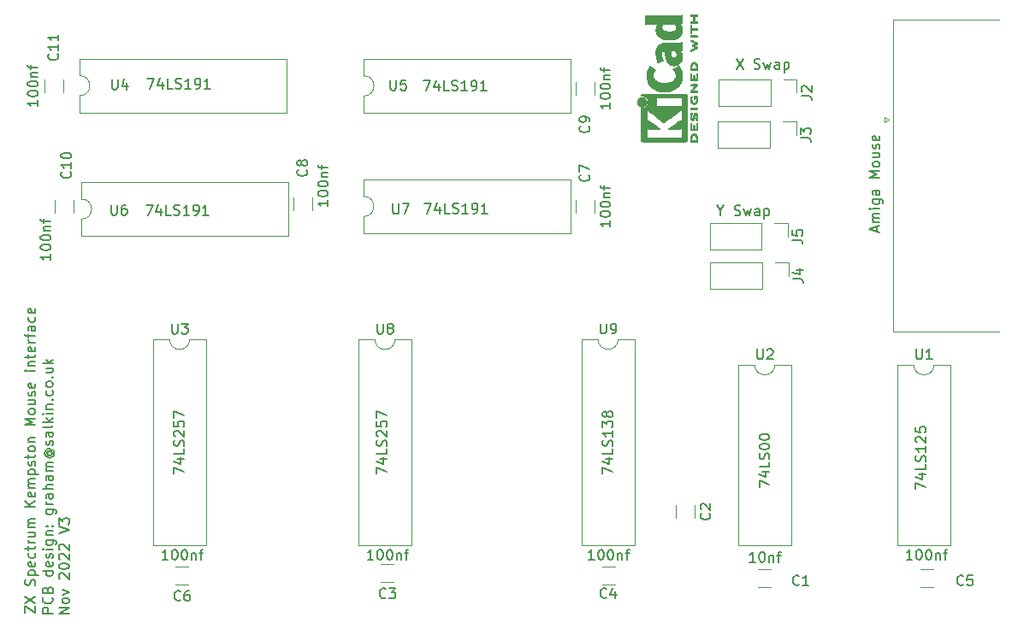
<source format=gbr>
%TF.GenerationSoftware,KiCad,Pcbnew,6.0.2+dfsg-1*%
%TF.CreationDate,2022-12-17T17:05:09+00:00*%
%TF.ProjectId,Mouse,4d6f7573-652e-46b6-9963-61645f706362,rev?*%
%TF.SameCoordinates,Original*%
%TF.FileFunction,Legend,Top*%
%TF.FilePolarity,Positive*%
%FSLAX46Y46*%
G04 Gerber Fmt 4.6, Leading zero omitted, Abs format (unit mm)*
G04 Created by KiCad (PCBNEW 6.0.2+dfsg-1) date 2022-12-17 17:05:09*
%MOMM*%
%LPD*%
G01*
G04 APERTURE LIST*
%ADD10C,0.150000*%
%ADD11C,0.120000*%
%ADD12C,0.010000*%
G04 APERTURE END LIST*
D10*
X100544380Y-142603238D02*
X100544380Y-141936571D01*
X101544380Y-142603238D01*
X101544380Y-141936571D01*
X100544380Y-141650857D02*
X101544380Y-140984190D01*
X100544380Y-140984190D02*
X101544380Y-141650857D01*
X101496761Y-139888952D02*
X101544380Y-139746095D01*
X101544380Y-139508000D01*
X101496761Y-139412761D01*
X101449142Y-139365142D01*
X101353904Y-139317523D01*
X101258666Y-139317523D01*
X101163428Y-139365142D01*
X101115809Y-139412761D01*
X101068190Y-139508000D01*
X101020571Y-139698476D01*
X100972952Y-139793714D01*
X100925333Y-139841333D01*
X100830095Y-139888952D01*
X100734857Y-139888952D01*
X100639619Y-139841333D01*
X100592000Y-139793714D01*
X100544380Y-139698476D01*
X100544380Y-139460380D01*
X100592000Y-139317523D01*
X100877714Y-138888952D02*
X101877714Y-138888952D01*
X100925333Y-138888952D02*
X100877714Y-138793714D01*
X100877714Y-138603238D01*
X100925333Y-138508000D01*
X100972952Y-138460380D01*
X101068190Y-138412761D01*
X101353904Y-138412761D01*
X101449142Y-138460380D01*
X101496761Y-138508000D01*
X101544380Y-138603238D01*
X101544380Y-138793714D01*
X101496761Y-138888952D01*
X101496761Y-137603238D02*
X101544380Y-137698476D01*
X101544380Y-137888952D01*
X101496761Y-137984190D01*
X101401523Y-138031809D01*
X101020571Y-138031809D01*
X100925333Y-137984190D01*
X100877714Y-137888952D01*
X100877714Y-137698476D01*
X100925333Y-137603238D01*
X101020571Y-137555619D01*
X101115809Y-137555619D01*
X101211047Y-138031809D01*
X101496761Y-136698476D02*
X101544380Y-136793714D01*
X101544380Y-136984190D01*
X101496761Y-137079428D01*
X101449142Y-137127047D01*
X101353904Y-137174666D01*
X101068190Y-137174666D01*
X100972952Y-137127047D01*
X100925333Y-137079428D01*
X100877714Y-136984190D01*
X100877714Y-136793714D01*
X100925333Y-136698476D01*
X100877714Y-136412761D02*
X100877714Y-136031809D01*
X100544380Y-136269904D02*
X101401523Y-136269904D01*
X101496761Y-136222285D01*
X101544380Y-136127047D01*
X101544380Y-136031809D01*
X101544380Y-135698476D02*
X100877714Y-135698476D01*
X101068190Y-135698476D02*
X100972952Y-135650857D01*
X100925333Y-135603238D01*
X100877714Y-135508000D01*
X100877714Y-135412761D01*
X100877714Y-134650857D02*
X101544380Y-134650857D01*
X100877714Y-135079428D02*
X101401523Y-135079428D01*
X101496761Y-135031809D01*
X101544380Y-134936571D01*
X101544380Y-134793714D01*
X101496761Y-134698476D01*
X101449142Y-134650857D01*
X101544380Y-134174666D02*
X100877714Y-134174666D01*
X100972952Y-134174666D02*
X100925333Y-134127047D01*
X100877714Y-134031809D01*
X100877714Y-133888952D01*
X100925333Y-133793714D01*
X101020571Y-133746095D01*
X101544380Y-133746095D01*
X101020571Y-133746095D02*
X100925333Y-133698476D01*
X100877714Y-133603238D01*
X100877714Y-133460380D01*
X100925333Y-133365142D01*
X101020571Y-133317523D01*
X101544380Y-133317523D01*
X101544380Y-132079428D02*
X100544380Y-132079428D01*
X101544380Y-131508000D02*
X100972952Y-131936571D01*
X100544380Y-131508000D02*
X101115809Y-132079428D01*
X101496761Y-130698476D02*
X101544380Y-130793714D01*
X101544380Y-130984190D01*
X101496761Y-131079428D01*
X101401523Y-131127047D01*
X101020571Y-131127047D01*
X100925333Y-131079428D01*
X100877714Y-130984190D01*
X100877714Y-130793714D01*
X100925333Y-130698476D01*
X101020571Y-130650857D01*
X101115809Y-130650857D01*
X101211047Y-131127047D01*
X101544380Y-130222285D02*
X100877714Y-130222285D01*
X100972952Y-130222285D02*
X100925333Y-130174666D01*
X100877714Y-130079428D01*
X100877714Y-129936571D01*
X100925333Y-129841333D01*
X101020571Y-129793714D01*
X101544380Y-129793714D01*
X101020571Y-129793714D02*
X100925333Y-129746095D01*
X100877714Y-129650857D01*
X100877714Y-129508000D01*
X100925333Y-129412761D01*
X101020571Y-129365142D01*
X101544380Y-129365142D01*
X100877714Y-128888952D02*
X101877714Y-128888952D01*
X100925333Y-128888952D02*
X100877714Y-128793714D01*
X100877714Y-128603238D01*
X100925333Y-128508000D01*
X100972952Y-128460380D01*
X101068190Y-128412761D01*
X101353904Y-128412761D01*
X101449142Y-128460380D01*
X101496761Y-128508000D01*
X101544380Y-128603238D01*
X101544380Y-128793714D01*
X101496761Y-128888952D01*
X101496761Y-128031809D02*
X101544380Y-127936571D01*
X101544380Y-127746095D01*
X101496761Y-127650857D01*
X101401523Y-127603238D01*
X101353904Y-127603238D01*
X101258666Y-127650857D01*
X101211047Y-127746095D01*
X101211047Y-127888952D01*
X101163428Y-127984190D01*
X101068190Y-128031809D01*
X101020571Y-128031809D01*
X100925333Y-127984190D01*
X100877714Y-127888952D01*
X100877714Y-127746095D01*
X100925333Y-127650857D01*
X100877714Y-127317523D02*
X100877714Y-126936571D01*
X100544380Y-127174666D02*
X101401523Y-127174666D01*
X101496761Y-127127047D01*
X101544380Y-127031809D01*
X101544380Y-126936571D01*
X101544380Y-126460380D02*
X101496761Y-126555619D01*
X101449142Y-126603238D01*
X101353904Y-126650857D01*
X101068190Y-126650857D01*
X100972952Y-126603238D01*
X100925333Y-126555619D01*
X100877714Y-126460380D01*
X100877714Y-126317523D01*
X100925333Y-126222285D01*
X100972952Y-126174666D01*
X101068190Y-126127047D01*
X101353904Y-126127047D01*
X101449142Y-126174666D01*
X101496761Y-126222285D01*
X101544380Y-126317523D01*
X101544380Y-126460380D01*
X100877714Y-125698476D02*
X101544380Y-125698476D01*
X100972952Y-125698476D02*
X100925333Y-125650857D01*
X100877714Y-125555619D01*
X100877714Y-125412761D01*
X100925333Y-125317523D01*
X101020571Y-125269904D01*
X101544380Y-125269904D01*
X101544380Y-124031809D02*
X100544380Y-124031809D01*
X101258666Y-123698476D01*
X100544380Y-123365142D01*
X101544380Y-123365142D01*
X101544380Y-122746095D02*
X101496761Y-122841333D01*
X101449142Y-122888952D01*
X101353904Y-122936571D01*
X101068190Y-122936571D01*
X100972952Y-122888952D01*
X100925333Y-122841333D01*
X100877714Y-122746095D01*
X100877714Y-122603238D01*
X100925333Y-122508000D01*
X100972952Y-122460380D01*
X101068190Y-122412761D01*
X101353904Y-122412761D01*
X101449142Y-122460380D01*
X101496761Y-122508000D01*
X101544380Y-122603238D01*
X101544380Y-122746095D01*
X100877714Y-121555619D02*
X101544380Y-121555619D01*
X100877714Y-121984190D02*
X101401523Y-121984190D01*
X101496761Y-121936571D01*
X101544380Y-121841333D01*
X101544380Y-121698476D01*
X101496761Y-121603238D01*
X101449142Y-121555619D01*
X101496761Y-121127047D02*
X101544380Y-121031809D01*
X101544380Y-120841333D01*
X101496761Y-120746095D01*
X101401523Y-120698476D01*
X101353904Y-120698476D01*
X101258666Y-120746095D01*
X101211047Y-120841333D01*
X101211047Y-120984190D01*
X101163428Y-121079428D01*
X101068190Y-121127047D01*
X101020571Y-121127047D01*
X100925333Y-121079428D01*
X100877714Y-120984190D01*
X100877714Y-120841333D01*
X100925333Y-120746095D01*
X101496761Y-119888952D02*
X101544380Y-119984190D01*
X101544380Y-120174666D01*
X101496761Y-120269904D01*
X101401523Y-120317523D01*
X101020571Y-120317523D01*
X100925333Y-120269904D01*
X100877714Y-120174666D01*
X100877714Y-119984190D01*
X100925333Y-119888952D01*
X101020571Y-119841333D01*
X101115809Y-119841333D01*
X101211047Y-120317523D01*
X101544380Y-118650857D02*
X100877714Y-118650857D01*
X100544380Y-118650857D02*
X100592000Y-118698476D01*
X100639619Y-118650857D01*
X100592000Y-118603238D01*
X100544380Y-118650857D01*
X100639619Y-118650857D01*
X100877714Y-118174666D02*
X101544380Y-118174666D01*
X100972952Y-118174666D02*
X100925333Y-118127047D01*
X100877714Y-118031809D01*
X100877714Y-117888952D01*
X100925333Y-117793714D01*
X101020571Y-117746095D01*
X101544380Y-117746095D01*
X100877714Y-117412761D02*
X100877714Y-117031809D01*
X100544380Y-117269904D02*
X101401523Y-117269904D01*
X101496761Y-117222285D01*
X101544380Y-117127047D01*
X101544380Y-117031809D01*
X101496761Y-116317523D02*
X101544380Y-116412761D01*
X101544380Y-116603238D01*
X101496761Y-116698476D01*
X101401523Y-116746095D01*
X101020571Y-116746095D01*
X100925333Y-116698476D01*
X100877714Y-116603238D01*
X100877714Y-116412761D01*
X100925333Y-116317523D01*
X101020571Y-116269904D01*
X101115809Y-116269904D01*
X101211047Y-116746095D01*
X101544380Y-115841333D02*
X100877714Y-115841333D01*
X101068190Y-115841333D02*
X100972952Y-115793714D01*
X100925333Y-115746095D01*
X100877714Y-115650857D01*
X100877714Y-115555619D01*
X100877714Y-115365142D02*
X100877714Y-114984190D01*
X101544380Y-115222285D02*
X100687238Y-115222285D01*
X100592000Y-115174666D01*
X100544380Y-115079428D01*
X100544380Y-114984190D01*
X101544380Y-114222285D02*
X101020571Y-114222285D01*
X100925333Y-114269904D01*
X100877714Y-114365142D01*
X100877714Y-114555619D01*
X100925333Y-114650857D01*
X101496761Y-114222285D02*
X101544380Y-114317523D01*
X101544380Y-114555619D01*
X101496761Y-114650857D01*
X101401523Y-114698476D01*
X101306285Y-114698476D01*
X101211047Y-114650857D01*
X101163428Y-114555619D01*
X101163428Y-114317523D01*
X101115809Y-114222285D01*
X101496761Y-113317523D02*
X101544380Y-113412761D01*
X101544380Y-113603238D01*
X101496761Y-113698476D01*
X101449142Y-113746095D01*
X101353904Y-113793714D01*
X101068190Y-113793714D01*
X100972952Y-113746095D01*
X100925333Y-113698476D01*
X100877714Y-113603238D01*
X100877714Y-113412761D01*
X100925333Y-113317523D01*
X101496761Y-112508000D02*
X101544380Y-112603238D01*
X101544380Y-112793714D01*
X101496761Y-112888952D01*
X101401523Y-112936571D01*
X101020571Y-112936571D01*
X100925333Y-112888952D01*
X100877714Y-112793714D01*
X100877714Y-112603238D01*
X100925333Y-112508000D01*
X101020571Y-112460380D01*
X101115809Y-112460380D01*
X101211047Y-112936571D01*
X170937952Y-87733380D02*
X171604619Y-88733380D01*
X171604619Y-87733380D02*
X170937952Y-88733380D01*
X172699857Y-88685761D02*
X172842714Y-88733380D01*
X173080809Y-88733380D01*
X173176047Y-88685761D01*
X173223666Y-88638142D01*
X173271285Y-88542904D01*
X173271285Y-88447666D01*
X173223666Y-88352428D01*
X173176047Y-88304809D01*
X173080809Y-88257190D01*
X172890333Y-88209571D01*
X172795095Y-88161952D01*
X172747476Y-88114333D01*
X172699857Y-88019095D01*
X172699857Y-87923857D01*
X172747476Y-87828619D01*
X172795095Y-87781000D01*
X172890333Y-87733380D01*
X173128428Y-87733380D01*
X173271285Y-87781000D01*
X173604619Y-88066714D02*
X173795095Y-88733380D01*
X173985571Y-88257190D01*
X174176047Y-88733380D01*
X174366523Y-88066714D01*
X175176047Y-88733380D02*
X175176047Y-88209571D01*
X175128428Y-88114333D01*
X175033190Y-88066714D01*
X174842714Y-88066714D01*
X174747476Y-88114333D01*
X175176047Y-88685761D02*
X175080809Y-88733380D01*
X174842714Y-88733380D01*
X174747476Y-88685761D01*
X174699857Y-88590523D01*
X174699857Y-88495285D01*
X174747476Y-88400047D01*
X174842714Y-88352428D01*
X175080809Y-88352428D01*
X175176047Y-88304809D01*
X175652238Y-88066714D02*
X175652238Y-89066714D01*
X175652238Y-88114333D02*
X175747476Y-88066714D01*
X175937952Y-88066714D01*
X176033190Y-88114333D01*
X176080809Y-88161952D01*
X176128428Y-88257190D01*
X176128428Y-88542904D01*
X176080809Y-88638142D01*
X176033190Y-88685761D01*
X175937952Y-88733380D01*
X175747476Y-88733380D01*
X175652238Y-88685761D01*
X169368285Y-102781190D02*
X169368285Y-103257380D01*
X169034952Y-102257380D02*
X169368285Y-102781190D01*
X169701619Y-102257380D01*
X170749238Y-103209761D02*
X170892095Y-103257380D01*
X171130190Y-103257380D01*
X171225428Y-103209761D01*
X171273047Y-103162142D01*
X171320666Y-103066904D01*
X171320666Y-102971666D01*
X171273047Y-102876428D01*
X171225428Y-102828809D01*
X171130190Y-102781190D01*
X170939714Y-102733571D01*
X170844476Y-102685952D01*
X170796857Y-102638333D01*
X170749238Y-102543095D01*
X170749238Y-102447857D01*
X170796857Y-102352619D01*
X170844476Y-102305000D01*
X170939714Y-102257380D01*
X171177809Y-102257380D01*
X171320666Y-102305000D01*
X171654000Y-102590714D02*
X171844476Y-103257380D01*
X172034952Y-102781190D01*
X172225428Y-103257380D01*
X172415904Y-102590714D01*
X173225428Y-103257380D02*
X173225428Y-102733571D01*
X173177809Y-102638333D01*
X173082571Y-102590714D01*
X172892095Y-102590714D01*
X172796857Y-102638333D01*
X173225428Y-103209761D02*
X173130190Y-103257380D01*
X172892095Y-103257380D01*
X172796857Y-103209761D01*
X172749238Y-103114523D01*
X172749238Y-103019285D01*
X172796857Y-102924047D01*
X172892095Y-102876428D01*
X173130190Y-102876428D01*
X173225428Y-102828809D01*
X173701619Y-102590714D02*
X173701619Y-103590714D01*
X173701619Y-102638333D02*
X173796857Y-102590714D01*
X173987333Y-102590714D01*
X174082571Y-102638333D01*
X174130190Y-102685952D01*
X174177809Y-102781190D01*
X174177809Y-103066904D01*
X174130190Y-103162142D01*
X174082571Y-103209761D01*
X173987333Y-103257380D01*
X173796857Y-103257380D01*
X173701619Y-103209761D01*
X184824666Y-104814095D02*
X184824666Y-104337904D01*
X185110380Y-104909333D02*
X184110380Y-104576000D01*
X185110380Y-104242666D01*
X185110380Y-103909333D02*
X184443714Y-103909333D01*
X184538952Y-103909333D02*
X184491333Y-103861714D01*
X184443714Y-103766476D01*
X184443714Y-103623619D01*
X184491333Y-103528380D01*
X184586571Y-103480761D01*
X185110380Y-103480761D01*
X184586571Y-103480761D02*
X184491333Y-103433142D01*
X184443714Y-103337904D01*
X184443714Y-103195047D01*
X184491333Y-103099809D01*
X184586571Y-103052190D01*
X185110380Y-103052190D01*
X185110380Y-102576000D02*
X184443714Y-102576000D01*
X184110380Y-102576000D02*
X184158000Y-102623619D01*
X184205619Y-102576000D01*
X184158000Y-102528380D01*
X184110380Y-102576000D01*
X184205619Y-102576000D01*
X184443714Y-101671238D02*
X185253238Y-101671238D01*
X185348476Y-101718857D01*
X185396095Y-101766476D01*
X185443714Y-101861714D01*
X185443714Y-102004571D01*
X185396095Y-102099809D01*
X185062761Y-101671238D02*
X185110380Y-101766476D01*
X185110380Y-101956952D01*
X185062761Y-102052190D01*
X185015142Y-102099809D01*
X184919904Y-102147428D01*
X184634190Y-102147428D01*
X184538952Y-102099809D01*
X184491333Y-102052190D01*
X184443714Y-101956952D01*
X184443714Y-101766476D01*
X184491333Y-101671238D01*
X185110380Y-100766476D02*
X184586571Y-100766476D01*
X184491333Y-100814095D01*
X184443714Y-100909333D01*
X184443714Y-101099809D01*
X184491333Y-101195047D01*
X185062761Y-100766476D02*
X185110380Y-100861714D01*
X185110380Y-101099809D01*
X185062761Y-101195047D01*
X184967523Y-101242666D01*
X184872285Y-101242666D01*
X184777047Y-101195047D01*
X184729428Y-101099809D01*
X184729428Y-100861714D01*
X184681809Y-100766476D01*
X185110380Y-99528380D02*
X184110380Y-99528380D01*
X184824666Y-99195047D01*
X184110380Y-98861714D01*
X185110380Y-98861714D01*
X185110380Y-98242666D02*
X185062761Y-98337904D01*
X185015142Y-98385523D01*
X184919904Y-98433142D01*
X184634190Y-98433142D01*
X184538952Y-98385523D01*
X184491333Y-98337904D01*
X184443714Y-98242666D01*
X184443714Y-98099809D01*
X184491333Y-98004571D01*
X184538952Y-97956952D01*
X184634190Y-97909333D01*
X184919904Y-97909333D01*
X185015142Y-97956952D01*
X185062761Y-98004571D01*
X185110380Y-98099809D01*
X185110380Y-98242666D01*
X184443714Y-97052190D02*
X185110380Y-97052190D01*
X184443714Y-97480761D02*
X184967523Y-97480761D01*
X185062761Y-97433142D01*
X185110380Y-97337904D01*
X185110380Y-97195047D01*
X185062761Y-97099809D01*
X185015142Y-97052190D01*
X185062761Y-96623619D02*
X185110380Y-96528380D01*
X185110380Y-96337904D01*
X185062761Y-96242666D01*
X184967523Y-96195047D01*
X184919904Y-96195047D01*
X184824666Y-96242666D01*
X184777047Y-96337904D01*
X184777047Y-96480761D01*
X184729428Y-96576000D01*
X184634190Y-96623619D01*
X184586571Y-96623619D01*
X184491333Y-96576000D01*
X184443714Y-96480761D01*
X184443714Y-96337904D01*
X184491333Y-96242666D01*
X185062761Y-95385523D02*
X185110380Y-95480761D01*
X185110380Y-95671238D01*
X185062761Y-95766476D01*
X184967523Y-95814095D01*
X184586571Y-95814095D01*
X184491333Y-95766476D01*
X184443714Y-95671238D01*
X184443714Y-95480761D01*
X184491333Y-95385523D01*
X184586571Y-95337904D01*
X184681809Y-95337904D01*
X184777047Y-95814095D01*
X103279380Y-142666404D02*
X102279380Y-142666404D01*
X102279380Y-142285452D01*
X102327000Y-142190214D01*
X102374619Y-142142595D01*
X102469857Y-142094976D01*
X102612714Y-142094976D01*
X102707952Y-142142595D01*
X102755571Y-142190214D01*
X102803190Y-142285452D01*
X102803190Y-142666404D01*
X103184142Y-141094976D02*
X103231761Y-141142595D01*
X103279380Y-141285452D01*
X103279380Y-141380690D01*
X103231761Y-141523547D01*
X103136523Y-141618785D01*
X103041285Y-141666404D01*
X102850809Y-141714023D01*
X102707952Y-141714023D01*
X102517476Y-141666404D01*
X102422238Y-141618785D01*
X102327000Y-141523547D01*
X102279380Y-141380690D01*
X102279380Y-141285452D01*
X102327000Y-141142595D01*
X102374619Y-141094976D01*
X102755571Y-140333071D02*
X102803190Y-140190214D01*
X102850809Y-140142595D01*
X102946047Y-140094976D01*
X103088904Y-140094976D01*
X103184142Y-140142595D01*
X103231761Y-140190214D01*
X103279380Y-140285452D01*
X103279380Y-140666404D01*
X102279380Y-140666404D01*
X102279380Y-140333071D01*
X102327000Y-140237833D01*
X102374619Y-140190214D01*
X102469857Y-140142595D01*
X102565095Y-140142595D01*
X102660333Y-140190214D01*
X102707952Y-140237833D01*
X102755571Y-140333071D01*
X102755571Y-140666404D01*
X103279380Y-138475928D02*
X102279380Y-138475928D01*
X103231761Y-138475928D02*
X103279380Y-138571166D01*
X103279380Y-138761642D01*
X103231761Y-138856880D01*
X103184142Y-138904500D01*
X103088904Y-138952119D01*
X102803190Y-138952119D01*
X102707952Y-138904500D01*
X102660333Y-138856880D01*
X102612714Y-138761642D01*
X102612714Y-138571166D01*
X102660333Y-138475928D01*
X103231761Y-137618785D02*
X103279380Y-137714023D01*
X103279380Y-137904500D01*
X103231761Y-137999738D01*
X103136523Y-138047357D01*
X102755571Y-138047357D01*
X102660333Y-137999738D01*
X102612714Y-137904500D01*
X102612714Y-137714023D01*
X102660333Y-137618785D01*
X102755571Y-137571166D01*
X102850809Y-137571166D01*
X102946047Y-138047357D01*
X103231761Y-137190214D02*
X103279380Y-137094976D01*
X103279380Y-136904500D01*
X103231761Y-136809261D01*
X103136523Y-136761642D01*
X103088904Y-136761642D01*
X102993666Y-136809261D01*
X102946047Y-136904500D01*
X102946047Y-137047357D01*
X102898428Y-137142595D01*
X102803190Y-137190214D01*
X102755571Y-137190214D01*
X102660333Y-137142595D01*
X102612714Y-137047357D01*
X102612714Y-136904500D01*
X102660333Y-136809261D01*
X103279380Y-136333071D02*
X102612714Y-136333071D01*
X102279380Y-136333071D02*
X102327000Y-136380690D01*
X102374619Y-136333071D01*
X102327000Y-136285452D01*
X102279380Y-136333071D01*
X102374619Y-136333071D01*
X102612714Y-135428309D02*
X103422238Y-135428309D01*
X103517476Y-135475928D01*
X103565095Y-135523547D01*
X103612714Y-135618785D01*
X103612714Y-135761642D01*
X103565095Y-135856880D01*
X103231761Y-135428309D02*
X103279380Y-135523547D01*
X103279380Y-135714023D01*
X103231761Y-135809261D01*
X103184142Y-135856880D01*
X103088904Y-135904500D01*
X102803190Y-135904500D01*
X102707952Y-135856880D01*
X102660333Y-135809261D01*
X102612714Y-135714023D01*
X102612714Y-135523547D01*
X102660333Y-135428309D01*
X102612714Y-134952119D02*
X103279380Y-134952119D01*
X102707952Y-134952119D02*
X102660333Y-134904500D01*
X102612714Y-134809261D01*
X102612714Y-134666404D01*
X102660333Y-134571166D01*
X102755571Y-134523547D01*
X103279380Y-134523547D01*
X103184142Y-134047357D02*
X103231761Y-133999738D01*
X103279380Y-134047357D01*
X103231761Y-134094976D01*
X103184142Y-134047357D01*
X103279380Y-134047357D01*
X102660333Y-134047357D02*
X102707952Y-133999738D01*
X102755571Y-134047357D01*
X102707952Y-134094976D01*
X102660333Y-134047357D01*
X102755571Y-134047357D01*
X102612714Y-132380690D02*
X103422238Y-132380690D01*
X103517476Y-132428309D01*
X103565095Y-132475928D01*
X103612714Y-132571166D01*
X103612714Y-132714023D01*
X103565095Y-132809261D01*
X103231761Y-132380690D02*
X103279380Y-132475928D01*
X103279380Y-132666404D01*
X103231761Y-132761642D01*
X103184142Y-132809261D01*
X103088904Y-132856880D01*
X102803190Y-132856880D01*
X102707952Y-132809261D01*
X102660333Y-132761642D01*
X102612714Y-132666404D01*
X102612714Y-132475928D01*
X102660333Y-132380690D01*
X103279380Y-131904500D02*
X102612714Y-131904500D01*
X102803190Y-131904500D02*
X102707952Y-131856880D01*
X102660333Y-131809261D01*
X102612714Y-131714023D01*
X102612714Y-131618785D01*
X103279380Y-130856880D02*
X102755571Y-130856880D01*
X102660333Y-130904500D01*
X102612714Y-130999738D01*
X102612714Y-131190214D01*
X102660333Y-131285452D01*
X103231761Y-130856880D02*
X103279380Y-130952119D01*
X103279380Y-131190214D01*
X103231761Y-131285452D01*
X103136523Y-131333071D01*
X103041285Y-131333071D01*
X102946047Y-131285452D01*
X102898428Y-131190214D01*
X102898428Y-130952119D01*
X102850809Y-130856880D01*
X103279380Y-130380690D02*
X102279380Y-130380690D01*
X103279380Y-129952119D02*
X102755571Y-129952119D01*
X102660333Y-129999738D01*
X102612714Y-130094976D01*
X102612714Y-130237833D01*
X102660333Y-130333071D01*
X102707952Y-130380690D01*
X103279380Y-129047357D02*
X102755571Y-129047357D01*
X102660333Y-129094976D01*
X102612714Y-129190214D01*
X102612714Y-129380690D01*
X102660333Y-129475928D01*
X103231761Y-129047357D02*
X103279380Y-129142595D01*
X103279380Y-129380690D01*
X103231761Y-129475928D01*
X103136523Y-129523547D01*
X103041285Y-129523547D01*
X102946047Y-129475928D01*
X102898428Y-129380690D01*
X102898428Y-129142595D01*
X102850809Y-129047357D01*
X103279380Y-128571166D02*
X102612714Y-128571166D01*
X102707952Y-128571166D02*
X102660333Y-128523547D01*
X102612714Y-128428309D01*
X102612714Y-128285452D01*
X102660333Y-128190214D01*
X102755571Y-128142595D01*
X103279380Y-128142595D01*
X102755571Y-128142595D02*
X102660333Y-128094976D01*
X102612714Y-127999738D01*
X102612714Y-127856880D01*
X102660333Y-127761642D01*
X102755571Y-127714023D01*
X103279380Y-127714023D01*
X102803190Y-126618785D02*
X102755571Y-126666404D01*
X102707952Y-126761642D01*
X102707952Y-126856880D01*
X102755571Y-126952119D01*
X102803190Y-126999738D01*
X102898428Y-127047357D01*
X102993666Y-127047357D01*
X103088904Y-126999738D01*
X103136523Y-126952119D01*
X103184142Y-126856880D01*
X103184142Y-126761642D01*
X103136523Y-126666404D01*
X103088904Y-126618785D01*
X102707952Y-126618785D02*
X103088904Y-126618785D01*
X103136523Y-126571166D01*
X103136523Y-126523547D01*
X103088904Y-126428309D01*
X102993666Y-126380690D01*
X102755571Y-126380690D01*
X102612714Y-126475928D01*
X102517476Y-126618785D01*
X102469857Y-126809261D01*
X102517476Y-126999738D01*
X102612714Y-127142595D01*
X102755571Y-127237833D01*
X102946047Y-127285452D01*
X103136523Y-127237833D01*
X103279380Y-127142595D01*
X103374619Y-126999738D01*
X103422238Y-126809261D01*
X103374619Y-126618785D01*
X103279380Y-126475928D01*
X103231761Y-125999738D02*
X103279380Y-125904500D01*
X103279380Y-125714023D01*
X103231761Y-125618785D01*
X103136523Y-125571166D01*
X103088904Y-125571166D01*
X102993666Y-125618785D01*
X102946047Y-125714023D01*
X102946047Y-125856880D01*
X102898428Y-125952119D01*
X102803190Y-125999738D01*
X102755571Y-125999738D01*
X102660333Y-125952119D01*
X102612714Y-125856880D01*
X102612714Y-125714023D01*
X102660333Y-125618785D01*
X103279380Y-124714023D02*
X102755571Y-124714023D01*
X102660333Y-124761642D01*
X102612714Y-124856880D01*
X102612714Y-125047357D01*
X102660333Y-125142595D01*
X103231761Y-124714023D02*
X103279380Y-124809261D01*
X103279380Y-125047357D01*
X103231761Y-125142595D01*
X103136523Y-125190214D01*
X103041285Y-125190214D01*
X102946047Y-125142595D01*
X102898428Y-125047357D01*
X102898428Y-124809261D01*
X102850809Y-124714023D01*
X103279380Y-124094976D02*
X103231761Y-124190214D01*
X103136523Y-124237833D01*
X102279380Y-124237833D01*
X103279380Y-123714023D02*
X102279380Y-123714023D01*
X102898428Y-123618785D02*
X103279380Y-123333071D01*
X102612714Y-123333071D02*
X102993666Y-123714023D01*
X103279380Y-122904500D02*
X102612714Y-122904500D01*
X102279380Y-122904500D02*
X102327000Y-122952119D01*
X102374619Y-122904500D01*
X102327000Y-122856880D01*
X102279380Y-122904500D01*
X102374619Y-122904500D01*
X102612714Y-122428309D02*
X103279380Y-122428309D01*
X102707952Y-122428309D02*
X102660333Y-122380690D01*
X102612714Y-122285452D01*
X102612714Y-122142595D01*
X102660333Y-122047357D01*
X102755571Y-121999738D01*
X103279380Y-121999738D01*
X103184142Y-121523547D02*
X103231761Y-121475928D01*
X103279380Y-121523547D01*
X103231761Y-121571166D01*
X103184142Y-121523547D01*
X103279380Y-121523547D01*
X103231761Y-120618785D02*
X103279380Y-120714023D01*
X103279380Y-120904500D01*
X103231761Y-120999738D01*
X103184142Y-121047357D01*
X103088904Y-121094976D01*
X102803190Y-121094976D01*
X102707952Y-121047357D01*
X102660333Y-120999738D01*
X102612714Y-120904500D01*
X102612714Y-120714023D01*
X102660333Y-120618785D01*
X103279380Y-120047357D02*
X103231761Y-120142595D01*
X103184142Y-120190214D01*
X103088904Y-120237833D01*
X102803190Y-120237833D01*
X102707952Y-120190214D01*
X102660333Y-120142595D01*
X102612714Y-120047357D01*
X102612714Y-119904500D01*
X102660333Y-119809261D01*
X102707952Y-119761642D01*
X102803190Y-119714023D01*
X103088904Y-119714023D01*
X103184142Y-119761642D01*
X103231761Y-119809261D01*
X103279380Y-119904500D01*
X103279380Y-120047357D01*
X103184142Y-119285452D02*
X103231761Y-119237833D01*
X103279380Y-119285452D01*
X103231761Y-119333071D01*
X103184142Y-119285452D01*
X103279380Y-119285452D01*
X102612714Y-118380690D02*
X103279380Y-118380690D01*
X102612714Y-118809261D02*
X103136523Y-118809261D01*
X103231761Y-118761642D01*
X103279380Y-118666404D01*
X103279380Y-118523547D01*
X103231761Y-118428309D01*
X103184142Y-118380690D01*
X103279380Y-117904500D02*
X102279380Y-117904500D01*
X102898428Y-117809261D02*
X103279380Y-117523547D01*
X102612714Y-117523547D02*
X102993666Y-117904500D01*
X104889380Y-142666404D02*
X103889380Y-142666404D01*
X104889380Y-142094976D01*
X103889380Y-142094976D01*
X104889380Y-141475928D02*
X104841761Y-141571166D01*
X104794142Y-141618785D01*
X104698904Y-141666404D01*
X104413190Y-141666404D01*
X104317952Y-141618785D01*
X104270333Y-141571166D01*
X104222714Y-141475928D01*
X104222714Y-141333071D01*
X104270333Y-141237833D01*
X104317952Y-141190214D01*
X104413190Y-141142595D01*
X104698904Y-141142595D01*
X104794142Y-141190214D01*
X104841761Y-141237833D01*
X104889380Y-141333071D01*
X104889380Y-141475928D01*
X104222714Y-140809261D02*
X104889380Y-140571166D01*
X104222714Y-140333071D01*
X103984619Y-139237833D02*
X103937000Y-139190214D01*
X103889380Y-139094976D01*
X103889380Y-138856880D01*
X103937000Y-138761642D01*
X103984619Y-138714023D01*
X104079857Y-138666404D01*
X104175095Y-138666404D01*
X104317952Y-138714023D01*
X104889380Y-139285452D01*
X104889380Y-138666404D01*
X103889380Y-138047357D02*
X103889380Y-137952119D01*
X103937000Y-137856880D01*
X103984619Y-137809261D01*
X104079857Y-137761642D01*
X104270333Y-137714023D01*
X104508428Y-137714023D01*
X104698904Y-137761642D01*
X104794142Y-137809261D01*
X104841761Y-137856880D01*
X104889380Y-137952119D01*
X104889380Y-138047357D01*
X104841761Y-138142595D01*
X104794142Y-138190214D01*
X104698904Y-138237833D01*
X104508428Y-138285452D01*
X104270333Y-138285452D01*
X104079857Y-138237833D01*
X103984619Y-138190214D01*
X103937000Y-138142595D01*
X103889380Y-138047357D01*
X103984619Y-137333071D02*
X103937000Y-137285452D01*
X103889380Y-137190214D01*
X103889380Y-136952119D01*
X103937000Y-136856880D01*
X103984619Y-136809261D01*
X104079857Y-136761642D01*
X104175095Y-136761642D01*
X104317952Y-136809261D01*
X104889380Y-137380690D01*
X104889380Y-136761642D01*
X103984619Y-136380690D02*
X103937000Y-136333071D01*
X103889380Y-136237833D01*
X103889380Y-135999738D01*
X103937000Y-135904500D01*
X103984619Y-135856880D01*
X104079857Y-135809261D01*
X104175095Y-135809261D01*
X104317952Y-135856880D01*
X104889380Y-136428309D01*
X104889380Y-135809261D01*
X103889380Y-134761642D02*
X104889380Y-134428309D01*
X103889380Y-134094976D01*
X103889380Y-133856880D02*
X103889380Y-133237833D01*
X104270333Y-133571166D01*
X104270333Y-133428309D01*
X104317952Y-133333071D01*
X104365571Y-133285452D01*
X104460809Y-133237833D01*
X104698904Y-133237833D01*
X104794142Y-133285452D01*
X104841761Y-133333071D01*
X104889380Y-133428309D01*
X104889380Y-133714023D01*
X104841761Y-133809261D01*
X104794142Y-133856880D01*
%TO.C,C3*%
X136231333Y-141091142D02*
X136183714Y-141138761D01*
X136040857Y-141186380D01*
X135945619Y-141186380D01*
X135802761Y-141138761D01*
X135707523Y-141043523D01*
X135659904Y-140948285D01*
X135612285Y-140757809D01*
X135612285Y-140614952D01*
X135659904Y-140424476D01*
X135707523Y-140329238D01*
X135802761Y-140234000D01*
X135945619Y-140186380D01*
X136040857Y-140186380D01*
X136183714Y-140234000D01*
X136231333Y-140281619D01*
X136564666Y-140186380D02*
X137183714Y-140186380D01*
X136850380Y-140567333D01*
X136993238Y-140567333D01*
X137088476Y-140614952D01*
X137136095Y-140662571D01*
X137183714Y-140757809D01*
X137183714Y-140995904D01*
X137136095Y-141091142D01*
X137088476Y-141138761D01*
X136993238Y-141186380D01*
X136707523Y-141186380D01*
X136612285Y-141138761D01*
X136564666Y-141091142D01*
X134993238Y-137358380D02*
X134421809Y-137358380D01*
X134707523Y-137358380D02*
X134707523Y-136358380D01*
X134612285Y-136501238D01*
X134517047Y-136596476D01*
X134421809Y-136644095D01*
X135612285Y-136358380D02*
X135707523Y-136358380D01*
X135802761Y-136406000D01*
X135850380Y-136453619D01*
X135898000Y-136548857D01*
X135945619Y-136739333D01*
X135945619Y-136977428D01*
X135898000Y-137167904D01*
X135850380Y-137263142D01*
X135802761Y-137310761D01*
X135707523Y-137358380D01*
X135612285Y-137358380D01*
X135517047Y-137310761D01*
X135469428Y-137263142D01*
X135421809Y-137167904D01*
X135374190Y-136977428D01*
X135374190Y-136739333D01*
X135421809Y-136548857D01*
X135469428Y-136453619D01*
X135517047Y-136406000D01*
X135612285Y-136358380D01*
X136564666Y-136358380D02*
X136659904Y-136358380D01*
X136755142Y-136406000D01*
X136802761Y-136453619D01*
X136850380Y-136548857D01*
X136898000Y-136739333D01*
X136898000Y-136977428D01*
X136850380Y-137167904D01*
X136802761Y-137263142D01*
X136755142Y-137310761D01*
X136659904Y-137358380D01*
X136564666Y-137358380D01*
X136469428Y-137310761D01*
X136421809Y-137263142D01*
X136374190Y-137167904D01*
X136326571Y-136977428D01*
X136326571Y-136739333D01*
X136374190Y-136548857D01*
X136421809Y-136453619D01*
X136469428Y-136406000D01*
X136564666Y-136358380D01*
X137326571Y-136691714D02*
X137326571Y-137358380D01*
X137326571Y-136786952D02*
X137374190Y-136739333D01*
X137469428Y-136691714D01*
X137612285Y-136691714D01*
X137707523Y-136739333D01*
X137755142Y-136834571D01*
X137755142Y-137358380D01*
X138088476Y-136691714D02*
X138469428Y-136691714D01*
X138231333Y-137358380D02*
X138231333Y-136501238D01*
X138278952Y-136406000D01*
X138374190Y-136358380D01*
X138469428Y-136358380D01*
%TO.C,U7*%
X136945095Y-102099380D02*
X136945095Y-102908904D01*
X136992714Y-103004142D01*
X137040333Y-103051761D01*
X137135571Y-103099380D01*
X137326047Y-103099380D01*
X137421285Y-103051761D01*
X137468904Y-103004142D01*
X137516523Y-102908904D01*
X137516523Y-102099380D01*
X137897476Y-102099380D02*
X138564142Y-102099380D01*
X138135571Y-103099380D01*
X140087952Y-102049380D02*
X140754619Y-102049380D01*
X140326047Y-103049380D01*
X141564142Y-102382714D02*
X141564142Y-103049380D01*
X141326047Y-102001761D02*
X141087952Y-102716047D01*
X141707000Y-102716047D01*
X142564142Y-103049380D02*
X142087952Y-103049380D01*
X142087952Y-102049380D01*
X142849857Y-103001761D02*
X142992714Y-103049380D01*
X143230809Y-103049380D01*
X143326047Y-103001761D01*
X143373666Y-102954142D01*
X143421285Y-102858904D01*
X143421285Y-102763666D01*
X143373666Y-102668428D01*
X143326047Y-102620809D01*
X143230809Y-102573190D01*
X143040333Y-102525571D01*
X142945095Y-102477952D01*
X142897476Y-102430333D01*
X142849857Y-102335095D01*
X142849857Y-102239857D01*
X142897476Y-102144619D01*
X142945095Y-102097000D01*
X143040333Y-102049380D01*
X143278428Y-102049380D01*
X143421285Y-102097000D01*
X144373666Y-103049380D02*
X143802238Y-103049380D01*
X144087952Y-103049380D02*
X144087952Y-102049380D01*
X143992714Y-102192238D01*
X143897476Y-102287476D01*
X143802238Y-102335095D01*
X144849857Y-103049380D02*
X145040333Y-103049380D01*
X145135571Y-103001761D01*
X145183190Y-102954142D01*
X145278428Y-102811285D01*
X145326047Y-102620809D01*
X145326047Y-102239857D01*
X145278428Y-102144619D01*
X145230809Y-102097000D01*
X145135571Y-102049380D01*
X144945095Y-102049380D01*
X144849857Y-102097000D01*
X144802238Y-102144619D01*
X144754619Y-102239857D01*
X144754619Y-102477952D01*
X144802238Y-102573190D01*
X144849857Y-102620809D01*
X144945095Y-102668428D01*
X145135571Y-102668428D01*
X145230809Y-102620809D01*
X145278428Y-102573190D01*
X145326047Y-102477952D01*
X146278428Y-103049380D02*
X145707000Y-103049380D01*
X145992714Y-103049380D02*
X145992714Y-102049380D01*
X145897476Y-102192238D01*
X145802238Y-102287476D01*
X145707000Y-102335095D01*
%TO.C,U5*%
X136685095Y-89851380D02*
X136685095Y-90660904D01*
X136732714Y-90756142D01*
X136780333Y-90803761D01*
X136875571Y-90851380D01*
X137066047Y-90851380D01*
X137161285Y-90803761D01*
X137208904Y-90756142D01*
X137256523Y-90660904D01*
X137256523Y-89851380D01*
X138208904Y-89851380D02*
X137732714Y-89851380D01*
X137685095Y-90327571D01*
X137732714Y-90279952D01*
X137827952Y-90232333D01*
X138066047Y-90232333D01*
X138161285Y-90279952D01*
X138208904Y-90327571D01*
X138256523Y-90422809D01*
X138256523Y-90660904D01*
X138208904Y-90756142D01*
X138161285Y-90803761D01*
X138066047Y-90851380D01*
X137827952Y-90851380D01*
X137732714Y-90803761D01*
X137685095Y-90756142D01*
X140002952Y-89876380D02*
X140669619Y-89876380D01*
X140241047Y-90876380D01*
X141479142Y-90209714D02*
X141479142Y-90876380D01*
X141241047Y-89828761D02*
X141002952Y-90543047D01*
X141622000Y-90543047D01*
X142479142Y-90876380D02*
X142002952Y-90876380D01*
X142002952Y-89876380D01*
X142764857Y-90828761D02*
X142907714Y-90876380D01*
X143145809Y-90876380D01*
X143241047Y-90828761D01*
X143288666Y-90781142D01*
X143336285Y-90685904D01*
X143336285Y-90590666D01*
X143288666Y-90495428D01*
X143241047Y-90447809D01*
X143145809Y-90400190D01*
X142955333Y-90352571D01*
X142860095Y-90304952D01*
X142812476Y-90257333D01*
X142764857Y-90162095D01*
X142764857Y-90066857D01*
X142812476Y-89971619D01*
X142860095Y-89924000D01*
X142955333Y-89876380D01*
X143193428Y-89876380D01*
X143336285Y-89924000D01*
X144288666Y-90876380D02*
X143717238Y-90876380D01*
X144002952Y-90876380D02*
X144002952Y-89876380D01*
X143907714Y-90019238D01*
X143812476Y-90114476D01*
X143717238Y-90162095D01*
X144764857Y-90876380D02*
X144955333Y-90876380D01*
X145050571Y-90828761D01*
X145098190Y-90781142D01*
X145193428Y-90638285D01*
X145241047Y-90447809D01*
X145241047Y-90066857D01*
X145193428Y-89971619D01*
X145145809Y-89924000D01*
X145050571Y-89876380D01*
X144860095Y-89876380D01*
X144764857Y-89924000D01*
X144717238Y-89971619D01*
X144669619Y-90066857D01*
X144669619Y-90304952D01*
X144717238Y-90400190D01*
X144764857Y-90447809D01*
X144860095Y-90495428D01*
X145050571Y-90495428D01*
X145145809Y-90447809D01*
X145193428Y-90400190D01*
X145241047Y-90304952D01*
X146193428Y-90876380D02*
X145622000Y-90876380D01*
X145907714Y-90876380D02*
X145907714Y-89876380D01*
X145812476Y-90019238D01*
X145717238Y-90114476D01*
X145622000Y-90162095D01*
%TO.C,J3*%
X177296380Y-95583333D02*
X178010666Y-95583333D01*
X178153523Y-95630952D01*
X178248761Y-95726190D01*
X178296380Y-95869047D01*
X178296380Y-95964285D01*
X177296380Y-95202380D02*
X177296380Y-94583333D01*
X177677333Y-94916666D01*
X177677333Y-94773809D01*
X177724952Y-94678571D01*
X177772571Y-94630952D01*
X177867809Y-94583333D01*
X178105904Y-94583333D01*
X178201142Y-94630952D01*
X178248761Y-94678571D01*
X178296380Y-94773809D01*
X178296380Y-95059523D01*
X178248761Y-95154761D01*
X178201142Y-95202380D01*
%TO.C,C1*%
X177125333Y-139803142D02*
X177077714Y-139850761D01*
X176934857Y-139898380D01*
X176839619Y-139898380D01*
X176696761Y-139850761D01*
X176601523Y-139755523D01*
X176553904Y-139660285D01*
X176506285Y-139469809D01*
X176506285Y-139326952D01*
X176553904Y-139136476D01*
X176601523Y-139041238D01*
X176696761Y-138946000D01*
X176839619Y-138898380D01*
X176934857Y-138898380D01*
X177077714Y-138946000D01*
X177125333Y-138993619D01*
X178077714Y-139898380D02*
X177506285Y-139898380D01*
X177792000Y-139898380D02*
X177792000Y-138898380D01*
X177696761Y-139041238D01*
X177601523Y-139136476D01*
X177506285Y-139184095D01*
X172807428Y-137594380D02*
X172236000Y-137594380D01*
X172521714Y-137594380D02*
X172521714Y-136594380D01*
X172426476Y-136737238D01*
X172331238Y-136832476D01*
X172236000Y-136880095D01*
X173426476Y-136594380D02*
X173521714Y-136594380D01*
X173616952Y-136642000D01*
X173664571Y-136689619D01*
X173712190Y-136784857D01*
X173759809Y-136975333D01*
X173759809Y-137213428D01*
X173712190Y-137403904D01*
X173664571Y-137499142D01*
X173616952Y-137546761D01*
X173521714Y-137594380D01*
X173426476Y-137594380D01*
X173331238Y-137546761D01*
X173283619Y-137499142D01*
X173236000Y-137403904D01*
X173188380Y-137213428D01*
X173188380Y-136975333D01*
X173236000Y-136784857D01*
X173283619Y-136689619D01*
X173331238Y-136642000D01*
X173426476Y-136594380D01*
X174188380Y-136927714D02*
X174188380Y-137594380D01*
X174188380Y-137022952D02*
X174236000Y-136975333D01*
X174331238Y-136927714D01*
X174474095Y-136927714D01*
X174569333Y-136975333D01*
X174616952Y-137070571D01*
X174616952Y-137594380D01*
X174950285Y-136927714D02*
X175331238Y-136927714D01*
X175093142Y-137594380D02*
X175093142Y-136737238D01*
X175140761Y-136642000D01*
X175236000Y-136594380D01*
X175331238Y-136594380D01*
%TO.C,J2*%
X177371380Y-91408333D02*
X178085666Y-91408333D01*
X178228523Y-91455952D01*
X178323761Y-91551190D01*
X178371380Y-91694047D01*
X178371380Y-91789285D01*
X177466619Y-90979761D02*
X177419000Y-90932142D01*
X177371380Y-90836904D01*
X177371380Y-90598809D01*
X177419000Y-90503571D01*
X177466619Y-90455952D01*
X177561857Y-90408333D01*
X177657095Y-90408333D01*
X177799952Y-90455952D01*
X178371380Y-91027380D01*
X178371380Y-90408333D01*
%TO.C,U1*%
X188732095Y-116497380D02*
X188732095Y-117306904D01*
X188779714Y-117402142D01*
X188827333Y-117449761D01*
X188922571Y-117497380D01*
X189113047Y-117497380D01*
X189208285Y-117449761D01*
X189255904Y-117402142D01*
X189303523Y-117306904D01*
X189303523Y-116497380D01*
X190303523Y-117497380D02*
X189732095Y-117497380D01*
X190017809Y-117497380D02*
X190017809Y-116497380D01*
X189922571Y-116640238D01*
X189827333Y-116735476D01*
X189732095Y-116783095D01*
X188682380Y-130373047D02*
X188682380Y-129706380D01*
X189682380Y-130134952D01*
X189015714Y-128896857D02*
X189682380Y-128896857D01*
X188634761Y-129134952D02*
X189349047Y-129373047D01*
X189349047Y-128754000D01*
X189682380Y-127896857D02*
X189682380Y-128373047D01*
X188682380Y-128373047D01*
X189634761Y-127611142D02*
X189682380Y-127468285D01*
X189682380Y-127230190D01*
X189634761Y-127134952D01*
X189587142Y-127087333D01*
X189491904Y-127039714D01*
X189396666Y-127039714D01*
X189301428Y-127087333D01*
X189253809Y-127134952D01*
X189206190Y-127230190D01*
X189158571Y-127420666D01*
X189110952Y-127515904D01*
X189063333Y-127563523D01*
X188968095Y-127611142D01*
X188872857Y-127611142D01*
X188777619Y-127563523D01*
X188730000Y-127515904D01*
X188682380Y-127420666D01*
X188682380Y-127182571D01*
X188730000Y-127039714D01*
X189682380Y-126087333D02*
X189682380Y-126658761D01*
X189682380Y-126373047D02*
X188682380Y-126373047D01*
X188825238Y-126468285D01*
X188920476Y-126563523D01*
X188968095Y-126658761D01*
X188777619Y-125706380D02*
X188730000Y-125658761D01*
X188682380Y-125563523D01*
X188682380Y-125325428D01*
X188730000Y-125230190D01*
X188777619Y-125182571D01*
X188872857Y-125134952D01*
X188968095Y-125134952D01*
X189110952Y-125182571D01*
X189682380Y-125754000D01*
X189682380Y-125134952D01*
X188682380Y-124230190D02*
X188682380Y-124706380D01*
X189158571Y-124754000D01*
X189110952Y-124706380D01*
X189063333Y-124611142D01*
X189063333Y-124373047D01*
X189110952Y-124277809D01*
X189158571Y-124230190D01*
X189253809Y-124182571D01*
X189491904Y-124182571D01*
X189587142Y-124230190D01*
X189634761Y-124277809D01*
X189682380Y-124373047D01*
X189682380Y-124611142D01*
X189634761Y-124706380D01*
X189587142Y-124754000D01*
%TO.C,J5*%
X176484380Y-105678333D02*
X177198666Y-105678333D01*
X177341523Y-105725952D01*
X177436761Y-105821190D01*
X177484380Y-105964047D01*
X177484380Y-106059285D01*
X176484380Y-104725952D02*
X176484380Y-105202142D01*
X176960571Y-105249761D01*
X176912952Y-105202142D01*
X176865333Y-105106904D01*
X176865333Y-104868809D01*
X176912952Y-104773571D01*
X176960571Y-104725952D01*
X177055809Y-104678333D01*
X177293904Y-104678333D01*
X177389142Y-104725952D01*
X177436761Y-104773571D01*
X177484380Y-104868809D01*
X177484380Y-105106904D01*
X177436761Y-105202142D01*
X177389142Y-105249761D01*
%TO.C,C4*%
X158075333Y-141073142D02*
X158027714Y-141120761D01*
X157884857Y-141168380D01*
X157789619Y-141168380D01*
X157646761Y-141120761D01*
X157551523Y-141025523D01*
X157503904Y-140930285D01*
X157456285Y-140739809D01*
X157456285Y-140596952D01*
X157503904Y-140406476D01*
X157551523Y-140311238D01*
X157646761Y-140216000D01*
X157789619Y-140168380D01*
X157884857Y-140168380D01*
X158027714Y-140216000D01*
X158075333Y-140263619D01*
X158932476Y-140501714D02*
X158932476Y-141168380D01*
X158694380Y-140120761D02*
X158456285Y-140835047D01*
X159075333Y-140835047D01*
X156857238Y-137358380D02*
X156285809Y-137358380D01*
X156571523Y-137358380D02*
X156571523Y-136358380D01*
X156476285Y-136501238D01*
X156381047Y-136596476D01*
X156285809Y-136644095D01*
X157476285Y-136358380D02*
X157571523Y-136358380D01*
X157666761Y-136406000D01*
X157714380Y-136453619D01*
X157762000Y-136548857D01*
X157809619Y-136739333D01*
X157809619Y-136977428D01*
X157762000Y-137167904D01*
X157714380Y-137263142D01*
X157666761Y-137310761D01*
X157571523Y-137358380D01*
X157476285Y-137358380D01*
X157381047Y-137310761D01*
X157333428Y-137263142D01*
X157285809Y-137167904D01*
X157238190Y-136977428D01*
X157238190Y-136739333D01*
X157285809Y-136548857D01*
X157333428Y-136453619D01*
X157381047Y-136406000D01*
X157476285Y-136358380D01*
X158428666Y-136358380D02*
X158523904Y-136358380D01*
X158619142Y-136406000D01*
X158666761Y-136453619D01*
X158714380Y-136548857D01*
X158762000Y-136739333D01*
X158762000Y-136977428D01*
X158714380Y-137167904D01*
X158666761Y-137263142D01*
X158619142Y-137310761D01*
X158523904Y-137358380D01*
X158428666Y-137358380D01*
X158333428Y-137310761D01*
X158285809Y-137263142D01*
X158238190Y-137167904D01*
X158190571Y-136977428D01*
X158190571Y-136739333D01*
X158238190Y-136548857D01*
X158285809Y-136453619D01*
X158333428Y-136406000D01*
X158428666Y-136358380D01*
X159190571Y-136691714D02*
X159190571Y-137358380D01*
X159190571Y-136786952D02*
X159238190Y-136739333D01*
X159333428Y-136691714D01*
X159476285Y-136691714D01*
X159571523Y-136739333D01*
X159619142Y-136834571D01*
X159619142Y-137358380D01*
X159952476Y-136691714D02*
X160333428Y-136691714D01*
X160095333Y-137358380D02*
X160095333Y-136501238D01*
X160142952Y-136406000D01*
X160238190Y-136358380D01*
X160333428Y-136358380D01*
%TO.C,C7*%
X156313142Y-99226666D02*
X156360761Y-99274285D01*
X156408380Y-99417142D01*
X156408380Y-99512380D01*
X156360761Y-99655238D01*
X156265523Y-99750476D01*
X156170285Y-99798095D01*
X155979809Y-99845714D01*
X155836952Y-99845714D01*
X155646476Y-99798095D01*
X155551238Y-99750476D01*
X155456000Y-99655238D01*
X155408380Y-99512380D01*
X155408380Y-99417142D01*
X155456000Y-99274285D01*
X155503619Y-99226666D01*
X155408380Y-98893333D02*
X155408380Y-98226666D01*
X156408380Y-98655238D01*
X158458380Y-103766761D02*
X158458380Y-104338190D01*
X158458380Y-104052476D02*
X157458380Y-104052476D01*
X157601238Y-104147714D01*
X157696476Y-104242952D01*
X157744095Y-104338190D01*
X157458380Y-103147714D02*
X157458380Y-103052476D01*
X157506000Y-102957238D01*
X157553619Y-102909619D01*
X157648857Y-102862000D01*
X157839333Y-102814380D01*
X158077428Y-102814380D01*
X158267904Y-102862000D01*
X158363142Y-102909619D01*
X158410761Y-102957238D01*
X158458380Y-103052476D01*
X158458380Y-103147714D01*
X158410761Y-103242952D01*
X158363142Y-103290571D01*
X158267904Y-103338190D01*
X158077428Y-103385809D01*
X157839333Y-103385809D01*
X157648857Y-103338190D01*
X157553619Y-103290571D01*
X157506000Y-103242952D01*
X157458380Y-103147714D01*
X157458380Y-102195333D02*
X157458380Y-102100095D01*
X157506000Y-102004857D01*
X157553619Y-101957238D01*
X157648857Y-101909619D01*
X157839333Y-101862000D01*
X158077428Y-101862000D01*
X158267904Y-101909619D01*
X158363142Y-101957238D01*
X158410761Y-102004857D01*
X158458380Y-102100095D01*
X158458380Y-102195333D01*
X158410761Y-102290571D01*
X158363142Y-102338190D01*
X158267904Y-102385809D01*
X158077428Y-102433428D01*
X157839333Y-102433428D01*
X157648857Y-102385809D01*
X157553619Y-102338190D01*
X157506000Y-102290571D01*
X157458380Y-102195333D01*
X157791714Y-101433428D02*
X158458380Y-101433428D01*
X157886952Y-101433428D02*
X157839333Y-101385809D01*
X157791714Y-101290571D01*
X157791714Y-101147714D01*
X157839333Y-101052476D01*
X157934571Y-101004857D01*
X158458380Y-101004857D01*
X157791714Y-100671523D02*
X157791714Y-100290571D01*
X158458380Y-100528666D02*
X157601238Y-100528666D01*
X157506000Y-100481047D01*
X157458380Y-100385809D01*
X157458380Y-100290571D01*
%TO.C,U8*%
X135392095Y-113977380D02*
X135392095Y-114786904D01*
X135439714Y-114882142D01*
X135487333Y-114929761D01*
X135582571Y-114977380D01*
X135773047Y-114977380D01*
X135868285Y-114929761D01*
X135915904Y-114882142D01*
X135963523Y-114786904D01*
X135963523Y-113977380D01*
X136582571Y-114405952D02*
X136487333Y-114358333D01*
X136439714Y-114310714D01*
X136392095Y-114215476D01*
X136392095Y-114167857D01*
X136439714Y-114072619D01*
X136487333Y-114025000D01*
X136582571Y-113977380D01*
X136773047Y-113977380D01*
X136868285Y-114025000D01*
X136915904Y-114072619D01*
X136963523Y-114167857D01*
X136963523Y-114215476D01*
X136915904Y-114310714D01*
X136868285Y-114358333D01*
X136773047Y-114405952D01*
X136582571Y-114405952D01*
X136487333Y-114453571D01*
X136439714Y-114501190D01*
X136392095Y-114596428D01*
X136392095Y-114786904D01*
X136439714Y-114882142D01*
X136487333Y-114929761D01*
X136582571Y-114977380D01*
X136773047Y-114977380D01*
X136868285Y-114929761D01*
X136915904Y-114882142D01*
X136963523Y-114786904D01*
X136963523Y-114596428D01*
X136915904Y-114501190D01*
X136868285Y-114453571D01*
X136773047Y-114405952D01*
X135342380Y-128849047D02*
X135342380Y-128182380D01*
X136342380Y-128610952D01*
X135675714Y-127372857D02*
X136342380Y-127372857D01*
X135294761Y-127610952D02*
X136009047Y-127849047D01*
X136009047Y-127230000D01*
X136342380Y-126372857D02*
X136342380Y-126849047D01*
X135342380Y-126849047D01*
X136294761Y-126087142D02*
X136342380Y-125944285D01*
X136342380Y-125706190D01*
X136294761Y-125610952D01*
X136247142Y-125563333D01*
X136151904Y-125515714D01*
X136056666Y-125515714D01*
X135961428Y-125563333D01*
X135913809Y-125610952D01*
X135866190Y-125706190D01*
X135818571Y-125896666D01*
X135770952Y-125991904D01*
X135723333Y-126039523D01*
X135628095Y-126087142D01*
X135532857Y-126087142D01*
X135437619Y-126039523D01*
X135390000Y-125991904D01*
X135342380Y-125896666D01*
X135342380Y-125658571D01*
X135390000Y-125515714D01*
X135437619Y-125134761D02*
X135390000Y-125087142D01*
X135342380Y-124991904D01*
X135342380Y-124753809D01*
X135390000Y-124658571D01*
X135437619Y-124610952D01*
X135532857Y-124563333D01*
X135628095Y-124563333D01*
X135770952Y-124610952D01*
X136342380Y-125182380D01*
X136342380Y-124563333D01*
X135342380Y-123658571D02*
X135342380Y-124134761D01*
X135818571Y-124182380D01*
X135770952Y-124134761D01*
X135723333Y-124039523D01*
X135723333Y-123801428D01*
X135770952Y-123706190D01*
X135818571Y-123658571D01*
X135913809Y-123610952D01*
X136151904Y-123610952D01*
X136247142Y-123658571D01*
X136294761Y-123706190D01*
X136342380Y-123801428D01*
X136342380Y-124039523D01*
X136294761Y-124134761D01*
X136247142Y-124182380D01*
X135342380Y-123277619D02*
X135342380Y-122610952D01*
X136342380Y-123039523D01*
%TO.C,U9*%
X157480095Y-113962380D02*
X157480095Y-114771904D01*
X157527714Y-114867142D01*
X157575333Y-114914761D01*
X157670571Y-114962380D01*
X157861047Y-114962380D01*
X157956285Y-114914761D01*
X158003904Y-114867142D01*
X158051523Y-114771904D01*
X158051523Y-113962380D01*
X158575333Y-114962380D02*
X158765809Y-114962380D01*
X158861047Y-114914761D01*
X158908666Y-114867142D01*
X159003904Y-114724285D01*
X159051523Y-114533809D01*
X159051523Y-114152857D01*
X159003904Y-114057619D01*
X158956285Y-114010000D01*
X158861047Y-113962380D01*
X158670571Y-113962380D01*
X158575333Y-114010000D01*
X158527714Y-114057619D01*
X158480095Y-114152857D01*
X158480095Y-114390952D01*
X158527714Y-114486190D01*
X158575333Y-114533809D01*
X158670571Y-114581428D01*
X158861047Y-114581428D01*
X158956285Y-114533809D01*
X159003904Y-114486190D01*
X159051523Y-114390952D01*
X157694380Y-128849047D02*
X157694380Y-128182380D01*
X158694380Y-128610952D01*
X158027714Y-127372857D02*
X158694380Y-127372857D01*
X157646761Y-127610952D02*
X158361047Y-127849047D01*
X158361047Y-127230000D01*
X158694380Y-126372857D02*
X158694380Y-126849047D01*
X157694380Y-126849047D01*
X158646761Y-126087142D02*
X158694380Y-125944285D01*
X158694380Y-125706190D01*
X158646761Y-125610952D01*
X158599142Y-125563333D01*
X158503904Y-125515714D01*
X158408666Y-125515714D01*
X158313428Y-125563333D01*
X158265809Y-125610952D01*
X158218190Y-125706190D01*
X158170571Y-125896666D01*
X158122952Y-125991904D01*
X158075333Y-126039523D01*
X157980095Y-126087142D01*
X157884857Y-126087142D01*
X157789619Y-126039523D01*
X157742000Y-125991904D01*
X157694380Y-125896666D01*
X157694380Y-125658571D01*
X157742000Y-125515714D01*
X158694380Y-124563333D02*
X158694380Y-125134761D01*
X158694380Y-124849047D02*
X157694380Y-124849047D01*
X157837238Y-124944285D01*
X157932476Y-125039523D01*
X157980095Y-125134761D01*
X157694380Y-124230000D02*
X157694380Y-123610952D01*
X158075333Y-123944285D01*
X158075333Y-123801428D01*
X158122952Y-123706190D01*
X158170571Y-123658571D01*
X158265809Y-123610952D01*
X158503904Y-123610952D01*
X158599142Y-123658571D01*
X158646761Y-123706190D01*
X158694380Y-123801428D01*
X158694380Y-124087142D01*
X158646761Y-124182380D01*
X158599142Y-124230000D01*
X158122952Y-123039523D02*
X158075333Y-123134761D01*
X158027714Y-123182380D01*
X157932476Y-123230000D01*
X157884857Y-123230000D01*
X157789619Y-123182380D01*
X157742000Y-123134761D01*
X157694380Y-123039523D01*
X157694380Y-122849047D01*
X157742000Y-122753809D01*
X157789619Y-122706190D01*
X157884857Y-122658571D01*
X157932476Y-122658571D01*
X158027714Y-122706190D01*
X158075333Y-122753809D01*
X158122952Y-122849047D01*
X158122952Y-123039523D01*
X158170571Y-123134761D01*
X158218190Y-123182380D01*
X158313428Y-123230000D01*
X158503904Y-123230000D01*
X158599142Y-123182380D01*
X158646761Y-123134761D01*
X158694380Y-123039523D01*
X158694380Y-122849047D01*
X158646761Y-122753809D01*
X158599142Y-122706190D01*
X158503904Y-122658571D01*
X158313428Y-122658571D01*
X158218190Y-122706190D01*
X158170571Y-122753809D01*
X158122952Y-122849047D01*
%TO.C,U2*%
X172984095Y-116497380D02*
X172984095Y-117306904D01*
X173031714Y-117402142D01*
X173079333Y-117449761D01*
X173174571Y-117497380D01*
X173365047Y-117497380D01*
X173460285Y-117449761D01*
X173507904Y-117402142D01*
X173555523Y-117306904D01*
X173555523Y-116497380D01*
X173984095Y-116592619D02*
X174031714Y-116545000D01*
X174126952Y-116497380D01*
X174365047Y-116497380D01*
X174460285Y-116545000D01*
X174507904Y-116592619D01*
X174555523Y-116687857D01*
X174555523Y-116783095D01*
X174507904Y-116925952D01*
X173936476Y-117497380D01*
X174555523Y-117497380D01*
X173198380Y-130150857D02*
X173198380Y-129484190D01*
X174198380Y-129912761D01*
X173531714Y-128674666D02*
X174198380Y-128674666D01*
X173150761Y-128912761D02*
X173865047Y-129150857D01*
X173865047Y-128531809D01*
X174198380Y-127674666D02*
X174198380Y-128150857D01*
X173198380Y-128150857D01*
X174150761Y-127388952D02*
X174198380Y-127246095D01*
X174198380Y-127008000D01*
X174150761Y-126912761D01*
X174103142Y-126865142D01*
X174007904Y-126817523D01*
X173912666Y-126817523D01*
X173817428Y-126865142D01*
X173769809Y-126912761D01*
X173722190Y-127008000D01*
X173674571Y-127198476D01*
X173626952Y-127293714D01*
X173579333Y-127341333D01*
X173484095Y-127388952D01*
X173388857Y-127388952D01*
X173293619Y-127341333D01*
X173246000Y-127293714D01*
X173198380Y-127198476D01*
X173198380Y-126960380D01*
X173246000Y-126817523D01*
X173198380Y-126198476D02*
X173198380Y-126103238D01*
X173246000Y-126008000D01*
X173293619Y-125960380D01*
X173388857Y-125912761D01*
X173579333Y-125865142D01*
X173817428Y-125865142D01*
X174007904Y-125912761D01*
X174103142Y-125960380D01*
X174150761Y-126008000D01*
X174198380Y-126103238D01*
X174198380Y-126198476D01*
X174150761Y-126293714D01*
X174103142Y-126341333D01*
X174007904Y-126388952D01*
X173817428Y-126436571D01*
X173579333Y-126436571D01*
X173388857Y-126388952D01*
X173293619Y-126341333D01*
X173246000Y-126293714D01*
X173198380Y-126198476D01*
X173198380Y-125246095D02*
X173198380Y-125150857D01*
X173246000Y-125055619D01*
X173293619Y-125008000D01*
X173388857Y-124960380D01*
X173579333Y-124912761D01*
X173817428Y-124912761D01*
X174007904Y-124960380D01*
X174103142Y-125008000D01*
X174150761Y-125055619D01*
X174198380Y-125150857D01*
X174198380Y-125246095D01*
X174150761Y-125341333D01*
X174103142Y-125388952D01*
X174007904Y-125436571D01*
X173817428Y-125484190D01*
X173579333Y-125484190D01*
X173388857Y-125436571D01*
X173293619Y-125388952D01*
X173246000Y-125341333D01*
X173198380Y-125246095D01*
%TO.C,C8*%
X128373142Y-98718666D02*
X128420761Y-98766285D01*
X128468380Y-98909142D01*
X128468380Y-99004380D01*
X128420761Y-99147238D01*
X128325523Y-99242476D01*
X128230285Y-99290095D01*
X128039809Y-99337714D01*
X127896952Y-99337714D01*
X127706476Y-99290095D01*
X127611238Y-99242476D01*
X127516000Y-99147238D01*
X127468380Y-99004380D01*
X127468380Y-98909142D01*
X127516000Y-98766285D01*
X127563619Y-98718666D01*
X127896952Y-98147238D02*
X127849333Y-98242476D01*
X127801714Y-98290095D01*
X127706476Y-98337714D01*
X127658857Y-98337714D01*
X127563619Y-98290095D01*
X127516000Y-98242476D01*
X127468380Y-98147238D01*
X127468380Y-97956761D01*
X127516000Y-97861523D01*
X127563619Y-97813904D01*
X127658857Y-97766285D01*
X127706476Y-97766285D01*
X127801714Y-97813904D01*
X127849333Y-97861523D01*
X127896952Y-97956761D01*
X127896952Y-98147238D01*
X127944571Y-98242476D01*
X127992190Y-98290095D01*
X128087428Y-98337714D01*
X128277904Y-98337714D01*
X128373142Y-98290095D01*
X128420761Y-98242476D01*
X128468380Y-98147238D01*
X128468380Y-97956761D01*
X128420761Y-97861523D01*
X128373142Y-97813904D01*
X128277904Y-97766285D01*
X128087428Y-97766285D01*
X127992190Y-97813904D01*
X127944571Y-97861523D01*
X127896952Y-97956761D01*
X130518380Y-101734761D02*
X130518380Y-102306190D01*
X130518380Y-102020476D02*
X129518380Y-102020476D01*
X129661238Y-102115714D01*
X129756476Y-102210952D01*
X129804095Y-102306190D01*
X129518380Y-101115714D02*
X129518380Y-101020476D01*
X129566000Y-100925238D01*
X129613619Y-100877619D01*
X129708857Y-100830000D01*
X129899333Y-100782380D01*
X130137428Y-100782380D01*
X130327904Y-100830000D01*
X130423142Y-100877619D01*
X130470761Y-100925238D01*
X130518380Y-101020476D01*
X130518380Y-101115714D01*
X130470761Y-101210952D01*
X130423142Y-101258571D01*
X130327904Y-101306190D01*
X130137428Y-101353809D01*
X129899333Y-101353809D01*
X129708857Y-101306190D01*
X129613619Y-101258571D01*
X129566000Y-101210952D01*
X129518380Y-101115714D01*
X129518380Y-100163333D02*
X129518380Y-100068095D01*
X129566000Y-99972857D01*
X129613619Y-99925238D01*
X129708857Y-99877619D01*
X129899333Y-99830000D01*
X130137428Y-99830000D01*
X130327904Y-99877619D01*
X130423142Y-99925238D01*
X130470761Y-99972857D01*
X130518380Y-100068095D01*
X130518380Y-100163333D01*
X130470761Y-100258571D01*
X130423142Y-100306190D01*
X130327904Y-100353809D01*
X130137428Y-100401428D01*
X129899333Y-100401428D01*
X129708857Y-100353809D01*
X129613619Y-100306190D01*
X129566000Y-100258571D01*
X129518380Y-100163333D01*
X129851714Y-99401428D02*
X130518380Y-99401428D01*
X129946952Y-99401428D02*
X129899333Y-99353809D01*
X129851714Y-99258571D01*
X129851714Y-99115714D01*
X129899333Y-99020476D01*
X129994571Y-98972857D01*
X130518380Y-98972857D01*
X129851714Y-98639523D02*
X129851714Y-98258571D01*
X130518380Y-98496666D02*
X129661238Y-98496666D01*
X129566000Y-98449047D01*
X129518380Y-98353809D01*
X129518380Y-98258571D01*
%TO.C,C2*%
X168269142Y-132754666D02*
X168316761Y-132802285D01*
X168364380Y-132945142D01*
X168364380Y-133040380D01*
X168316761Y-133183238D01*
X168221523Y-133278476D01*
X168126285Y-133326095D01*
X167935809Y-133373714D01*
X167792952Y-133373714D01*
X167602476Y-133326095D01*
X167507238Y-133278476D01*
X167412000Y-133183238D01*
X167364380Y-133040380D01*
X167364380Y-132945142D01*
X167412000Y-132802285D01*
X167459619Y-132754666D01*
X167459619Y-132373714D02*
X167412000Y-132326095D01*
X167364380Y-132230857D01*
X167364380Y-131992761D01*
X167412000Y-131897523D01*
X167459619Y-131849904D01*
X167554857Y-131802285D01*
X167650095Y-131802285D01*
X167792952Y-131849904D01*
X168364380Y-132421333D01*
X168364380Y-131802285D01*
%TO.C,U3*%
X115072095Y-113977380D02*
X115072095Y-114786904D01*
X115119714Y-114882142D01*
X115167333Y-114929761D01*
X115262571Y-114977380D01*
X115453047Y-114977380D01*
X115548285Y-114929761D01*
X115595904Y-114882142D01*
X115643523Y-114786904D01*
X115643523Y-113977380D01*
X116024476Y-113977380D02*
X116643523Y-113977380D01*
X116310190Y-114358333D01*
X116453047Y-114358333D01*
X116548285Y-114405952D01*
X116595904Y-114453571D01*
X116643523Y-114548809D01*
X116643523Y-114786904D01*
X116595904Y-114882142D01*
X116548285Y-114929761D01*
X116453047Y-114977380D01*
X116167333Y-114977380D01*
X116072095Y-114929761D01*
X116024476Y-114882142D01*
X115276380Y-128849047D02*
X115276380Y-128182380D01*
X116276380Y-128610952D01*
X115609714Y-127372857D02*
X116276380Y-127372857D01*
X115228761Y-127610952D02*
X115943047Y-127849047D01*
X115943047Y-127230000D01*
X116276380Y-126372857D02*
X116276380Y-126849047D01*
X115276380Y-126849047D01*
X116228761Y-126087142D02*
X116276380Y-125944285D01*
X116276380Y-125706190D01*
X116228761Y-125610952D01*
X116181142Y-125563333D01*
X116085904Y-125515714D01*
X115990666Y-125515714D01*
X115895428Y-125563333D01*
X115847809Y-125610952D01*
X115800190Y-125706190D01*
X115752571Y-125896666D01*
X115704952Y-125991904D01*
X115657333Y-126039523D01*
X115562095Y-126087142D01*
X115466857Y-126087142D01*
X115371619Y-126039523D01*
X115324000Y-125991904D01*
X115276380Y-125896666D01*
X115276380Y-125658571D01*
X115324000Y-125515714D01*
X115371619Y-125134761D02*
X115324000Y-125087142D01*
X115276380Y-124991904D01*
X115276380Y-124753809D01*
X115324000Y-124658571D01*
X115371619Y-124610952D01*
X115466857Y-124563333D01*
X115562095Y-124563333D01*
X115704952Y-124610952D01*
X116276380Y-125182380D01*
X116276380Y-124563333D01*
X115276380Y-123658571D02*
X115276380Y-124134761D01*
X115752571Y-124182380D01*
X115704952Y-124134761D01*
X115657333Y-124039523D01*
X115657333Y-123801428D01*
X115704952Y-123706190D01*
X115752571Y-123658571D01*
X115847809Y-123610952D01*
X116085904Y-123610952D01*
X116181142Y-123658571D01*
X116228761Y-123706190D01*
X116276380Y-123801428D01*
X116276380Y-124039523D01*
X116228761Y-124134761D01*
X116181142Y-124182380D01*
X115276380Y-123277619D02*
X115276380Y-122610952D01*
X116276380Y-123039523D01*
%TO.C,U4*%
X109135095Y-89760380D02*
X109135095Y-90569904D01*
X109182714Y-90665142D01*
X109230333Y-90712761D01*
X109325571Y-90760380D01*
X109516047Y-90760380D01*
X109611285Y-90712761D01*
X109658904Y-90665142D01*
X109706523Y-90569904D01*
X109706523Y-89760380D01*
X110611285Y-90093714D02*
X110611285Y-90760380D01*
X110373190Y-89712761D02*
X110135095Y-90427047D01*
X110754142Y-90427047D01*
X112652952Y-89685380D02*
X113319619Y-89685380D01*
X112891047Y-90685380D01*
X114129142Y-90018714D02*
X114129142Y-90685380D01*
X113891047Y-89637761D02*
X113652952Y-90352047D01*
X114272000Y-90352047D01*
X115129142Y-90685380D02*
X114652952Y-90685380D01*
X114652952Y-89685380D01*
X115414857Y-90637761D02*
X115557714Y-90685380D01*
X115795809Y-90685380D01*
X115891047Y-90637761D01*
X115938666Y-90590142D01*
X115986285Y-90494904D01*
X115986285Y-90399666D01*
X115938666Y-90304428D01*
X115891047Y-90256809D01*
X115795809Y-90209190D01*
X115605333Y-90161571D01*
X115510095Y-90113952D01*
X115462476Y-90066333D01*
X115414857Y-89971095D01*
X115414857Y-89875857D01*
X115462476Y-89780619D01*
X115510095Y-89733000D01*
X115605333Y-89685380D01*
X115843428Y-89685380D01*
X115986285Y-89733000D01*
X116938666Y-90685380D02*
X116367238Y-90685380D01*
X116652952Y-90685380D02*
X116652952Y-89685380D01*
X116557714Y-89828238D01*
X116462476Y-89923476D01*
X116367238Y-89971095D01*
X117414857Y-90685380D02*
X117605333Y-90685380D01*
X117700571Y-90637761D01*
X117748190Y-90590142D01*
X117843428Y-90447285D01*
X117891047Y-90256809D01*
X117891047Y-89875857D01*
X117843428Y-89780619D01*
X117795809Y-89733000D01*
X117700571Y-89685380D01*
X117510095Y-89685380D01*
X117414857Y-89733000D01*
X117367238Y-89780619D01*
X117319619Y-89875857D01*
X117319619Y-90113952D01*
X117367238Y-90209190D01*
X117414857Y-90256809D01*
X117510095Y-90304428D01*
X117700571Y-90304428D01*
X117795809Y-90256809D01*
X117843428Y-90209190D01*
X117891047Y-90113952D01*
X118843428Y-90685380D02*
X118272000Y-90685380D01*
X118557714Y-90685380D02*
X118557714Y-89685380D01*
X118462476Y-89828238D01*
X118367238Y-89923476D01*
X118272000Y-89971095D01*
%TO.C,C9*%
X156313142Y-94400666D02*
X156360761Y-94448285D01*
X156408380Y-94591142D01*
X156408380Y-94686380D01*
X156360761Y-94829238D01*
X156265523Y-94924476D01*
X156170285Y-94972095D01*
X155979809Y-95019714D01*
X155836952Y-95019714D01*
X155646476Y-94972095D01*
X155551238Y-94924476D01*
X155456000Y-94829238D01*
X155408380Y-94686380D01*
X155408380Y-94591142D01*
X155456000Y-94448285D01*
X155503619Y-94400666D01*
X156408380Y-93924476D02*
X156408380Y-93734000D01*
X156360761Y-93638761D01*
X156313142Y-93591142D01*
X156170285Y-93495904D01*
X155979809Y-93448285D01*
X155598857Y-93448285D01*
X155503619Y-93495904D01*
X155456000Y-93543523D01*
X155408380Y-93638761D01*
X155408380Y-93829238D01*
X155456000Y-93924476D01*
X155503619Y-93972095D01*
X155598857Y-94019714D01*
X155836952Y-94019714D01*
X155932190Y-93972095D01*
X155979809Y-93924476D01*
X156027428Y-93829238D01*
X156027428Y-93638761D01*
X155979809Y-93543523D01*
X155932190Y-93495904D01*
X155836952Y-93448285D01*
X158458380Y-92082761D02*
X158458380Y-92654190D01*
X158458380Y-92368476D02*
X157458380Y-92368476D01*
X157601238Y-92463714D01*
X157696476Y-92558952D01*
X157744095Y-92654190D01*
X157458380Y-91463714D02*
X157458380Y-91368476D01*
X157506000Y-91273238D01*
X157553619Y-91225619D01*
X157648857Y-91178000D01*
X157839333Y-91130380D01*
X158077428Y-91130380D01*
X158267904Y-91178000D01*
X158363142Y-91225619D01*
X158410761Y-91273238D01*
X158458380Y-91368476D01*
X158458380Y-91463714D01*
X158410761Y-91558952D01*
X158363142Y-91606571D01*
X158267904Y-91654190D01*
X158077428Y-91701809D01*
X157839333Y-91701809D01*
X157648857Y-91654190D01*
X157553619Y-91606571D01*
X157506000Y-91558952D01*
X157458380Y-91463714D01*
X157458380Y-90511333D02*
X157458380Y-90416095D01*
X157506000Y-90320857D01*
X157553619Y-90273238D01*
X157648857Y-90225619D01*
X157839333Y-90178000D01*
X158077428Y-90178000D01*
X158267904Y-90225619D01*
X158363142Y-90273238D01*
X158410761Y-90320857D01*
X158458380Y-90416095D01*
X158458380Y-90511333D01*
X158410761Y-90606571D01*
X158363142Y-90654190D01*
X158267904Y-90701809D01*
X158077428Y-90749428D01*
X157839333Y-90749428D01*
X157648857Y-90701809D01*
X157553619Y-90654190D01*
X157506000Y-90606571D01*
X157458380Y-90511333D01*
X157791714Y-89749428D02*
X158458380Y-89749428D01*
X157886952Y-89749428D02*
X157839333Y-89701809D01*
X157791714Y-89606571D01*
X157791714Y-89463714D01*
X157839333Y-89368476D01*
X157934571Y-89320857D01*
X158458380Y-89320857D01*
X157791714Y-88987523D02*
X157791714Y-88606571D01*
X158458380Y-88844666D02*
X157601238Y-88844666D01*
X157506000Y-88797047D01*
X157458380Y-88701809D01*
X157458380Y-88606571D01*
%TO.C,U6*%
X109060095Y-102210380D02*
X109060095Y-103019904D01*
X109107714Y-103115142D01*
X109155333Y-103162761D01*
X109250571Y-103210380D01*
X109441047Y-103210380D01*
X109536285Y-103162761D01*
X109583904Y-103115142D01*
X109631523Y-103019904D01*
X109631523Y-102210380D01*
X110536285Y-102210380D02*
X110345809Y-102210380D01*
X110250571Y-102258000D01*
X110202952Y-102305619D01*
X110107714Y-102448476D01*
X110060095Y-102638952D01*
X110060095Y-103019904D01*
X110107714Y-103115142D01*
X110155333Y-103162761D01*
X110250571Y-103210380D01*
X110441047Y-103210380D01*
X110536285Y-103162761D01*
X110583904Y-103115142D01*
X110631523Y-103019904D01*
X110631523Y-102781809D01*
X110583904Y-102686571D01*
X110536285Y-102638952D01*
X110441047Y-102591333D01*
X110250571Y-102591333D01*
X110155333Y-102638952D01*
X110107714Y-102686571D01*
X110060095Y-102781809D01*
X112502952Y-102210380D02*
X113169619Y-102210380D01*
X112741047Y-103210380D01*
X113979142Y-102543714D02*
X113979142Y-103210380D01*
X113741047Y-102162761D02*
X113502952Y-102877047D01*
X114122000Y-102877047D01*
X114979142Y-103210380D02*
X114502952Y-103210380D01*
X114502952Y-102210380D01*
X115264857Y-103162761D02*
X115407714Y-103210380D01*
X115645809Y-103210380D01*
X115741047Y-103162761D01*
X115788666Y-103115142D01*
X115836285Y-103019904D01*
X115836285Y-102924666D01*
X115788666Y-102829428D01*
X115741047Y-102781809D01*
X115645809Y-102734190D01*
X115455333Y-102686571D01*
X115360095Y-102638952D01*
X115312476Y-102591333D01*
X115264857Y-102496095D01*
X115264857Y-102400857D01*
X115312476Y-102305619D01*
X115360095Y-102258000D01*
X115455333Y-102210380D01*
X115693428Y-102210380D01*
X115836285Y-102258000D01*
X116788666Y-103210380D02*
X116217238Y-103210380D01*
X116502952Y-103210380D02*
X116502952Y-102210380D01*
X116407714Y-102353238D01*
X116312476Y-102448476D01*
X116217238Y-102496095D01*
X117264857Y-103210380D02*
X117455333Y-103210380D01*
X117550571Y-103162761D01*
X117598190Y-103115142D01*
X117693428Y-102972285D01*
X117741047Y-102781809D01*
X117741047Y-102400857D01*
X117693428Y-102305619D01*
X117645809Y-102258000D01*
X117550571Y-102210380D01*
X117360095Y-102210380D01*
X117264857Y-102258000D01*
X117217238Y-102305619D01*
X117169619Y-102400857D01*
X117169619Y-102638952D01*
X117217238Y-102734190D01*
X117264857Y-102781809D01*
X117360095Y-102829428D01*
X117550571Y-102829428D01*
X117645809Y-102781809D01*
X117693428Y-102734190D01*
X117741047Y-102638952D01*
X118693428Y-103210380D02*
X118122000Y-103210380D01*
X118407714Y-103210380D02*
X118407714Y-102210380D01*
X118312476Y-102353238D01*
X118217238Y-102448476D01*
X118122000Y-102496095D01*
%TO.C,C10*%
X105005142Y-98940857D02*
X105052761Y-98988476D01*
X105100380Y-99131333D01*
X105100380Y-99226571D01*
X105052761Y-99369428D01*
X104957523Y-99464666D01*
X104862285Y-99512285D01*
X104671809Y-99559904D01*
X104528952Y-99559904D01*
X104338476Y-99512285D01*
X104243238Y-99464666D01*
X104148000Y-99369428D01*
X104100380Y-99226571D01*
X104100380Y-99131333D01*
X104148000Y-98988476D01*
X104195619Y-98940857D01*
X105100380Y-97988476D02*
X105100380Y-98559904D01*
X105100380Y-98274190D02*
X104100380Y-98274190D01*
X104243238Y-98369428D01*
X104338476Y-98464666D01*
X104386095Y-98559904D01*
X104100380Y-97369428D02*
X104100380Y-97274190D01*
X104148000Y-97178952D01*
X104195619Y-97131333D01*
X104290857Y-97083714D01*
X104481333Y-97036095D01*
X104719428Y-97036095D01*
X104909904Y-97083714D01*
X105005142Y-97131333D01*
X105052761Y-97178952D01*
X105100380Y-97274190D01*
X105100380Y-97369428D01*
X105052761Y-97464666D01*
X105005142Y-97512285D01*
X104909904Y-97559904D01*
X104719428Y-97607523D01*
X104481333Y-97607523D01*
X104290857Y-97559904D01*
X104195619Y-97512285D01*
X104148000Y-97464666D01*
X104100380Y-97369428D01*
X103068380Y-107068761D02*
X103068380Y-107640190D01*
X103068380Y-107354476D02*
X102068380Y-107354476D01*
X102211238Y-107449714D01*
X102306476Y-107544952D01*
X102354095Y-107640190D01*
X102068380Y-106449714D02*
X102068380Y-106354476D01*
X102116000Y-106259238D01*
X102163619Y-106211619D01*
X102258857Y-106164000D01*
X102449333Y-106116380D01*
X102687428Y-106116380D01*
X102877904Y-106164000D01*
X102973142Y-106211619D01*
X103020761Y-106259238D01*
X103068380Y-106354476D01*
X103068380Y-106449714D01*
X103020761Y-106544952D01*
X102973142Y-106592571D01*
X102877904Y-106640190D01*
X102687428Y-106687809D01*
X102449333Y-106687809D01*
X102258857Y-106640190D01*
X102163619Y-106592571D01*
X102116000Y-106544952D01*
X102068380Y-106449714D01*
X102068380Y-105497333D02*
X102068380Y-105402095D01*
X102116000Y-105306857D01*
X102163619Y-105259238D01*
X102258857Y-105211619D01*
X102449333Y-105164000D01*
X102687428Y-105164000D01*
X102877904Y-105211619D01*
X102973142Y-105259238D01*
X103020761Y-105306857D01*
X103068380Y-105402095D01*
X103068380Y-105497333D01*
X103020761Y-105592571D01*
X102973142Y-105640190D01*
X102877904Y-105687809D01*
X102687428Y-105735428D01*
X102449333Y-105735428D01*
X102258857Y-105687809D01*
X102163619Y-105640190D01*
X102116000Y-105592571D01*
X102068380Y-105497333D01*
X102401714Y-104735428D02*
X103068380Y-104735428D01*
X102496952Y-104735428D02*
X102449333Y-104687809D01*
X102401714Y-104592571D01*
X102401714Y-104449714D01*
X102449333Y-104354476D01*
X102544571Y-104306857D01*
X103068380Y-104306857D01*
X102401714Y-103973523D02*
X102401714Y-103592571D01*
X103068380Y-103830666D02*
X102211238Y-103830666D01*
X102116000Y-103783047D01*
X102068380Y-103687809D01*
X102068380Y-103592571D01*
%TO.C,C5*%
X193381333Y-139803142D02*
X193333714Y-139850761D01*
X193190857Y-139898380D01*
X193095619Y-139898380D01*
X192952761Y-139850761D01*
X192857523Y-139755523D01*
X192809904Y-139660285D01*
X192762285Y-139469809D01*
X192762285Y-139326952D01*
X192809904Y-139136476D01*
X192857523Y-139041238D01*
X192952761Y-138946000D01*
X193095619Y-138898380D01*
X193190857Y-138898380D01*
X193333714Y-138946000D01*
X193381333Y-138993619D01*
X194286095Y-138898380D02*
X193809904Y-138898380D01*
X193762285Y-139374571D01*
X193809904Y-139326952D01*
X193905142Y-139279333D01*
X194143238Y-139279333D01*
X194238476Y-139326952D01*
X194286095Y-139374571D01*
X194333714Y-139469809D01*
X194333714Y-139707904D01*
X194286095Y-139803142D01*
X194238476Y-139850761D01*
X194143238Y-139898380D01*
X193905142Y-139898380D01*
X193809904Y-139850761D01*
X193762285Y-139803142D01*
X188333238Y-137358380D02*
X187761809Y-137358380D01*
X188047523Y-137358380D02*
X188047523Y-136358380D01*
X187952285Y-136501238D01*
X187857047Y-136596476D01*
X187761809Y-136644095D01*
X188952285Y-136358380D02*
X189047523Y-136358380D01*
X189142761Y-136406000D01*
X189190380Y-136453619D01*
X189238000Y-136548857D01*
X189285619Y-136739333D01*
X189285619Y-136977428D01*
X189238000Y-137167904D01*
X189190380Y-137263142D01*
X189142761Y-137310761D01*
X189047523Y-137358380D01*
X188952285Y-137358380D01*
X188857047Y-137310761D01*
X188809428Y-137263142D01*
X188761809Y-137167904D01*
X188714190Y-136977428D01*
X188714190Y-136739333D01*
X188761809Y-136548857D01*
X188809428Y-136453619D01*
X188857047Y-136406000D01*
X188952285Y-136358380D01*
X189904666Y-136358380D02*
X189999904Y-136358380D01*
X190095142Y-136406000D01*
X190142761Y-136453619D01*
X190190380Y-136548857D01*
X190238000Y-136739333D01*
X190238000Y-136977428D01*
X190190380Y-137167904D01*
X190142761Y-137263142D01*
X190095142Y-137310761D01*
X189999904Y-137358380D01*
X189904666Y-137358380D01*
X189809428Y-137310761D01*
X189761809Y-137263142D01*
X189714190Y-137167904D01*
X189666571Y-136977428D01*
X189666571Y-136739333D01*
X189714190Y-136548857D01*
X189761809Y-136453619D01*
X189809428Y-136406000D01*
X189904666Y-136358380D01*
X190666571Y-136691714D02*
X190666571Y-137358380D01*
X190666571Y-136786952D02*
X190714190Y-136739333D01*
X190809428Y-136691714D01*
X190952285Y-136691714D01*
X191047523Y-136739333D01*
X191095142Y-136834571D01*
X191095142Y-137358380D01*
X191428476Y-136691714D02*
X191809428Y-136691714D01*
X191571333Y-137358380D02*
X191571333Y-136501238D01*
X191618952Y-136406000D01*
X191714190Y-136358380D01*
X191809428Y-136358380D01*
%TO.C,C11*%
X103735142Y-87256857D02*
X103782761Y-87304476D01*
X103830380Y-87447333D01*
X103830380Y-87542571D01*
X103782761Y-87685428D01*
X103687523Y-87780666D01*
X103592285Y-87828285D01*
X103401809Y-87875904D01*
X103258952Y-87875904D01*
X103068476Y-87828285D01*
X102973238Y-87780666D01*
X102878000Y-87685428D01*
X102830380Y-87542571D01*
X102830380Y-87447333D01*
X102878000Y-87304476D01*
X102925619Y-87256857D01*
X103830380Y-86304476D02*
X103830380Y-86875904D01*
X103830380Y-86590190D02*
X102830380Y-86590190D01*
X102973238Y-86685428D01*
X103068476Y-86780666D01*
X103116095Y-86875904D01*
X103830380Y-85352095D02*
X103830380Y-85923523D01*
X103830380Y-85637809D02*
X102830380Y-85637809D01*
X102973238Y-85733047D01*
X103068476Y-85828285D01*
X103116095Y-85923523D01*
X101798380Y-91828761D02*
X101798380Y-92400190D01*
X101798380Y-92114476D02*
X100798380Y-92114476D01*
X100941238Y-92209714D01*
X101036476Y-92304952D01*
X101084095Y-92400190D01*
X100798380Y-91209714D02*
X100798380Y-91114476D01*
X100846000Y-91019238D01*
X100893619Y-90971619D01*
X100988857Y-90924000D01*
X101179333Y-90876380D01*
X101417428Y-90876380D01*
X101607904Y-90924000D01*
X101703142Y-90971619D01*
X101750761Y-91019238D01*
X101798380Y-91114476D01*
X101798380Y-91209714D01*
X101750761Y-91304952D01*
X101703142Y-91352571D01*
X101607904Y-91400190D01*
X101417428Y-91447809D01*
X101179333Y-91447809D01*
X100988857Y-91400190D01*
X100893619Y-91352571D01*
X100846000Y-91304952D01*
X100798380Y-91209714D01*
X100798380Y-90257333D02*
X100798380Y-90162095D01*
X100846000Y-90066857D01*
X100893619Y-90019238D01*
X100988857Y-89971619D01*
X101179333Y-89924000D01*
X101417428Y-89924000D01*
X101607904Y-89971619D01*
X101703142Y-90019238D01*
X101750761Y-90066857D01*
X101798380Y-90162095D01*
X101798380Y-90257333D01*
X101750761Y-90352571D01*
X101703142Y-90400190D01*
X101607904Y-90447809D01*
X101417428Y-90495428D01*
X101179333Y-90495428D01*
X100988857Y-90447809D01*
X100893619Y-90400190D01*
X100846000Y-90352571D01*
X100798380Y-90257333D01*
X101131714Y-89495428D02*
X101798380Y-89495428D01*
X101226952Y-89495428D02*
X101179333Y-89447809D01*
X101131714Y-89352571D01*
X101131714Y-89209714D01*
X101179333Y-89114476D01*
X101274571Y-89066857D01*
X101798380Y-89066857D01*
X101131714Y-88733523D02*
X101131714Y-88352571D01*
X101798380Y-88590666D02*
X100941238Y-88590666D01*
X100846000Y-88543047D01*
X100798380Y-88447809D01*
X100798380Y-88352571D01*
%TO.C,C6*%
X115911333Y-141327142D02*
X115863714Y-141374761D01*
X115720857Y-141422380D01*
X115625619Y-141422380D01*
X115482761Y-141374761D01*
X115387523Y-141279523D01*
X115339904Y-141184285D01*
X115292285Y-140993809D01*
X115292285Y-140850952D01*
X115339904Y-140660476D01*
X115387523Y-140565238D01*
X115482761Y-140470000D01*
X115625619Y-140422380D01*
X115720857Y-140422380D01*
X115863714Y-140470000D01*
X115911333Y-140517619D01*
X116768476Y-140422380D02*
X116578000Y-140422380D01*
X116482761Y-140470000D01*
X116435142Y-140517619D01*
X116339904Y-140660476D01*
X116292285Y-140850952D01*
X116292285Y-141231904D01*
X116339904Y-141327142D01*
X116387523Y-141374761D01*
X116482761Y-141422380D01*
X116673238Y-141422380D01*
X116768476Y-141374761D01*
X116816095Y-141327142D01*
X116863714Y-141231904D01*
X116863714Y-140993809D01*
X116816095Y-140898571D01*
X116768476Y-140850952D01*
X116673238Y-140803333D01*
X116482761Y-140803333D01*
X116387523Y-140850952D01*
X116339904Y-140898571D01*
X116292285Y-140993809D01*
X114673238Y-137358380D02*
X114101809Y-137358380D01*
X114387523Y-137358380D02*
X114387523Y-136358380D01*
X114292285Y-136501238D01*
X114197047Y-136596476D01*
X114101809Y-136644095D01*
X115292285Y-136358380D02*
X115387523Y-136358380D01*
X115482761Y-136406000D01*
X115530380Y-136453619D01*
X115578000Y-136548857D01*
X115625619Y-136739333D01*
X115625619Y-136977428D01*
X115578000Y-137167904D01*
X115530380Y-137263142D01*
X115482761Y-137310761D01*
X115387523Y-137358380D01*
X115292285Y-137358380D01*
X115197047Y-137310761D01*
X115149428Y-137263142D01*
X115101809Y-137167904D01*
X115054190Y-136977428D01*
X115054190Y-136739333D01*
X115101809Y-136548857D01*
X115149428Y-136453619D01*
X115197047Y-136406000D01*
X115292285Y-136358380D01*
X116244666Y-136358380D02*
X116339904Y-136358380D01*
X116435142Y-136406000D01*
X116482761Y-136453619D01*
X116530380Y-136548857D01*
X116578000Y-136739333D01*
X116578000Y-136977428D01*
X116530380Y-137167904D01*
X116482761Y-137263142D01*
X116435142Y-137310761D01*
X116339904Y-137358380D01*
X116244666Y-137358380D01*
X116149428Y-137310761D01*
X116101809Y-137263142D01*
X116054190Y-137167904D01*
X116006571Y-136977428D01*
X116006571Y-136739333D01*
X116054190Y-136548857D01*
X116101809Y-136453619D01*
X116149428Y-136406000D01*
X116244666Y-136358380D01*
X117006571Y-136691714D02*
X117006571Y-137358380D01*
X117006571Y-136786952D02*
X117054190Y-136739333D01*
X117149428Y-136691714D01*
X117292285Y-136691714D01*
X117387523Y-136739333D01*
X117435142Y-136834571D01*
X117435142Y-137358380D01*
X117768476Y-136691714D02*
X118149428Y-136691714D01*
X117911333Y-137358380D02*
X117911333Y-136501238D01*
X117958952Y-136406000D01*
X118054190Y-136358380D01*
X118149428Y-136358380D01*
%TO.C,J4*%
X176534380Y-109553333D02*
X177248666Y-109553333D01*
X177391523Y-109600952D01*
X177486761Y-109696190D01*
X177534380Y-109839047D01*
X177534380Y-109934285D01*
X176867714Y-108648571D02*
X177534380Y-108648571D01*
X176486761Y-108886666D02*
X177201047Y-109124761D01*
X177201047Y-108505714D01*
D11*
%TO.C,C3*%
X137027000Y-137764000D02*
X135769000Y-137764000D01*
X137027000Y-139604000D02*
X135769000Y-139604000D01*
%TO.C,U7*%
X154492000Y-105012000D02*
X154492000Y-99712000D01*
X134052000Y-105012000D02*
X154492000Y-105012000D01*
X134052000Y-99712000D02*
X134052000Y-101362000D01*
X154492000Y-99712000D02*
X134052000Y-99712000D01*
X134052000Y-103362000D02*
X134052000Y-105012000D01*
X134052000Y-103362000D02*
G75*
G03*
X134052000Y-101362000I0J1000000D01*
G01*
%TO.C,U5*%
X154507000Y-87764000D02*
X134067000Y-87764000D01*
X134067000Y-91414000D02*
X134067000Y-93064000D01*
X154507000Y-93064000D02*
X154507000Y-87764000D01*
X134067000Y-87764000D02*
X134067000Y-89414000D01*
X134067000Y-93064000D02*
X154507000Y-93064000D01*
X134067000Y-91414000D02*
G75*
G03*
X134067000Y-89414000I0J1000000D01*
G01*
D12*
%TO.C,REF\u002A\u002A*%
X161110571Y-91935043D02*
X161134809Y-91838768D01*
X161134809Y-91838768D02*
X161177641Y-91752184D01*
X161177641Y-91752184D02*
X161237419Y-91677373D01*
X161237419Y-91677373D02*
X161312494Y-91616418D01*
X161312494Y-91616418D02*
X161401220Y-91571399D01*
X161401220Y-91571399D02*
X161497530Y-91545136D01*
X161497530Y-91545136D02*
X161594795Y-91539286D01*
X161594795Y-91539286D02*
X161688654Y-91554140D01*
X161688654Y-91554140D02*
X161776511Y-91587840D01*
X161776511Y-91587840D02*
X161855770Y-91638528D01*
X161855770Y-91638528D02*
X161923836Y-91704345D01*
X161923836Y-91704345D02*
X161978112Y-91783434D01*
X161978112Y-91783434D02*
X162016002Y-91873934D01*
X162016002Y-91873934D02*
X162028426Y-91925200D01*
X162028426Y-91925200D02*
X162035947Y-91969698D01*
X162035947Y-91969698D02*
X162038919Y-92003999D01*
X162038919Y-92003999D02*
X162037094Y-92036960D01*
X162037094Y-92036960D02*
X162030225Y-92077434D01*
X162030225Y-92077434D02*
X162023250Y-92110531D01*
X162023250Y-92110531D02*
X161991741Y-92203947D01*
X161991741Y-92203947D02*
X161940617Y-92287619D01*
X161940617Y-92287619D02*
X161871429Y-92359665D01*
X161871429Y-92359665D02*
X161785728Y-92418200D01*
X161785728Y-92418200D02*
X161758489Y-92432148D01*
X161758489Y-92432148D02*
X161722122Y-92448586D01*
X161722122Y-92448586D02*
X161691582Y-92458894D01*
X161691582Y-92458894D02*
X161659450Y-92464460D01*
X161659450Y-92464460D02*
X161618307Y-92466669D01*
X161618307Y-92466669D02*
X161572222Y-92466948D01*
X161572222Y-92466948D02*
X161487865Y-92462861D01*
X161487865Y-92462861D02*
X161418586Y-92449446D01*
X161418586Y-92449446D02*
X161357961Y-92424256D01*
X161357961Y-92424256D02*
X161299567Y-92384846D01*
X161299567Y-92384846D02*
X161255302Y-92346298D01*
X161255302Y-92346298D02*
X161189484Y-92274406D01*
X161189484Y-92274406D02*
X161144053Y-92199313D01*
X161144053Y-92199313D02*
X161116850Y-92116562D01*
X161116850Y-92116562D02*
X161106576Y-92038928D01*
X161106576Y-92038928D02*
X161110571Y-91935043D01*
X161110571Y-91935043D02*
X161110571Y-91935043D01*
G36*
X161688654Y-91554140D02*
G01*
X161776511Y-91587840D01*
X161855770Y-91638528D01*
X161923836Y-91704345D01*
X161978112Y-91783434D01*
X162016002Y-91873934D01*
X162028426Y-91925200D01*
X162035947Y-91969698D01*
X162038919Y-92003999D01*
X162037094Y-92036960D01*
X162030225Y-92077434D01*
X162023250Y-92110531D01*
X161991741Y-92203947D01*
X161940617Y-92287619D01*
X161871429Y-92359665D01*
X161785728Y-92418200D01*
X161758489Y-92432148D01*
X161722122Y-92448586D01*
X161691582Y-92458894D01*
X161659450Y-92464460D01*
X161618307Y-92466669D01*
X161572222Y-92466948D01*
X161487865Y-92462861D01*
X161418586Y-92449446D01*
X161357961Y-92424256D01*
X161299567Y-92384846D01*
X161255302Y-92346298D01*
X161189484Y-92274406D01*
X161144053Y-92199313D01*
X161116850Y-92116562D01*
X161106576Y-92038928D01*
X161110571Y-91935043D01*
X161134809Y-91838768D01*
X161177641Y-91752184D01*
X161237419Y-91677373D01*
X161312494Y-91616418D01*
X161401220Y-91571399D01*
X161497530Y-91545136D01*
X161594795Y-91539286D01*
X161688654Y-91554140D01*
G37*
X161688654Y-91554140D02*
X161776511Y-91587840D01*
X161855770Y-91638528D01*
X161923836Y-91704345D01*
X161978112Y-91783434D01*
X162016002Y-91873934D01*
X162028426Y-91925200D01*
X162035947Y-91969698D01*
X162038919Y-92003999D01*
X162037094Y-92036960D01*
X162030225Y-92077434D01*
X162023250Y-92110531D01*
X161991741Y-92203947D01*
X161940617Y-92287619D01*
X161871429Y-92359665D01*
X161785728Y-92418200D01*
X161758489Y-92432148D01*
X161722122Y-92448586D01*
X161691582Y-92458894D01*
X161659450Y-92464460D01*
X161618307Y-92466669D01*
X161572222Y-92466948D01*
X161487865Y-92462861D01*
X161418586Y-92449446D01*
X161357961Y-92424256D01*
X161299567Y-92384846D01*
X161255302Y-92346298D01*
X161189484Y-92274406D01*
X161144053Y-92199313D01*
X161116850Y-92116562D01*
X161106576Y-92038928D01*
X161110571Y-91935043D01*
X161134809Y-91838768D01*
X161177641Y-91752184D01*
X161237419Y-91677373D01*
X161312494Y-91616418D01*
X161401220Y-91571399D01*
X161497530Y-91545136D01*
X161594795Y-91539286D01*
X161688654Y-91554140D01*
X163556245Y-83475493D02*
X163790662Y-83475474D01*
X163790662Y-83475474D02*
X164003603Y-83475448D01*
X164003603Y-83475448D02*
X164196168Y-83475375D01*
X164196168Y-83475375D02*
X164369459Y-83475218D01*
X164369459Y-83475218D02*
X164524576Y-83474936D01*
X164524576Y-83474936D02*
X164662620Y-83474491D01*
X164662620Y-83474491D02*
X164784692Y-83473844D01*
X164784692Y-83473844D02*
X164891894Y-83472955D01*
X164891894Y-83472955D02*
X164985326Y-83471787D01*
X164985326Y-83471787D02*
X165066090Y-83470299D01*
X165066090Y-83470299D02*
X165135286Y-83468454D01*
X165135286Y-83468454D02*
X165194015Y-83466211D01*
X165194015Y-83466211D02*
X165243379Y-83463531D01*
X165243379Y-83463531D02*
X165284478Y-83460377D01*
X165284478Y-83460377D02*
X165318413Y-83456708D01*
X165318413Y-83456708D02*
X165346286Y-83452487D01*
X165346286Y-83452487D02*
X165369198Y-83447673D01*
X165369198Y-83447673D02*
X165388249Y-83442227D01*
X165388249Y-83442227D02*
X165404540Y-83436112D01*
X165404540Y-83436112D02*
X165419173Y-83429288D01*
X165419173Y-83429288D02*
X165433249Y-83421715D01*
X165433249Y-83421715D02*
X165447868Y-83413355D01*
X165447868Y-83413355D02*
X165456974Y-83408161D01*
X165456974Y-83408161D02*
X165517689Y-83373896D01*
X165517689Y-83373896D02*
X165517689Y-84232045D01*
X165517689Y-84232045D02*
X165421733Y-84232045D01*
X165421733Y-84232045D02*
X165378370Y-84232776D01*
X165378370Y-84232776D02*
X165345205Y-84234728D01*
X165345205Y-84234728D02*
X165327424Y-84237537D01*
X165327424Y-84237537D02*
X165325778Y-84238779D01*
X165325778Y-84238779D02*
X165332662Y-84250201D01*
X165332662Y-84250201D02*
X165350505Y-84272916D01*
X165350505Y-84272916D02*
X165369879Y-84295615D01*
X165369879Y-84295615D02*
X165410614Y-84350200D01*
X165410614Y-84350200D02*
X165451617Y-84419679D01*
X165451617Y-84419679D02*
X165489123Y-84496730D01*
X165489123Y-84496730D02*
X165519364Y-84574035D01*
X165519364Y-84574035D02*
X165529012Y-84604887D01*
X165529012Y-84604887D02*
X165543578Y-84673384D01*
X165543578Y-84673384D02*
X165553539Y-84756236D01*
X165553539Y-84756236D02*
X165558583Y-84845629D01*
X165558583Y-84845629D02*
X165558396Y-84933752D01*
X165558396Y-84933752D02*
X165552666Y-85012793D01*
X165552666Y-85012793D02*
X165546858Y-85050489D01*
X165546858Y-85050489D02*
X165508797Y-85188586D01*
X165508797Y-85188586D02*
X165451073Y-85315887D01*
X165451073Y-85315887D02*
X165374211Y-85431708D01*
X165374211Y-85431708D02*
X165278739Y-85535363D01*
X165278739Y-85535363D02*
X165165179Y-85626167D01*
X165165179Y-85626167D02*
X165054381Y-85692969D01*
X165054381Y-85692969D02*
X164937625Y-85747836D01*
X164937625Y-85747836D02*
X164818276Y-85789837D01*
X164818276Y-85789837D02*
X164692283Y-85819833D01*
X164692283Y-85819833D02*
X164555594Y-85838689D01*
X164555594Y-85838689D02*
X164404158Y-85847268D01*
X164404158Y-85847268D02*
X164326711Y-85847994D01*
X164326711Y-85847994D02*
X164269934Y-85845900D01*
X164269934Y-85845900D02*
X164269934Y-85016783D01*
X164269934Y-85016783D02*
X164363002Y-85016576D01*
X164363002Y-85016576D02*
X164450692Y-85013663D01*
X164450692Y-85013663D02*
X164527772Y-85008000D01*
X164527772Y-85008000D02*
X164589009Y-84999545D01*
X164589009Y-84999545D02*
X164601350Y-84996962D01*
X164601350Y-84996962D02*
X164708633Y-84965160D01*
X164708633Y-84965160D02*
X164795658Y-84923502D01*
X164795658Y-84923502D02*
X164862642Y-84871637D01*
X164862642Y-84871637D02*
X164909805Y-84809219D01*
X164909805Y-84809219D02*
X164937365Y-84735900D01*
X164937365Y-84735900D02*
X164945541Y-84651331D01*
X164945541Y-84651331D02*
X164934551Y-84555165D01*
X164934551Y-84555165D02*
X164918829Y-84491689D01*
X164918829Y-84491689D02*
X164900639Y-84442546D01*
X164900639Y-84442546D02*
X164874791Y-84388417D01*
X164874791Y-84388417D02*
X164851089Y-84347756D01*
X164851089Y-84347756D02*
X164804721Y-84277200D01*
X164804721Y-84277200D02*
X163654530Y-84277200D01*
X163654530Y-84277200D02*
X163610962Y-84344608D01*
X163610962Y-84344608D02*
X163570040Y-84423133D01*
X163570040Y-84423133D02*
X163543389Y-84507319D01*
X163543389Y-84507319D02*
X163531465Y-84592443D01*
X163531465Y-84592443D02*
X163534722Y-84673784D01*
X163534722Y-84673784D02*
X163553615Y-84746620D01*
X163553615Y-84746620D02*
X163569184Y-84778574D01*
X163569184Y-84778574D02*
X163612181Y-84836499D01*
X163612181Y-84836499D02*
X163668953Y-84885456D01*
X163668953Y-84885456D02*
X163741575Y-84926610D01*
X163741575Y-84926610D02*
X163832121Y-84961126D01*
X163832121Y-84961126D02*
X163942666Y-84990167D01*
X163942666Y-84990167D02*
X163948533Y-84991448D01*
X163948533Y-84991448D02*
X164010788Y-85001619D01*
X164010788Y-85001619D02*
X164088594Y-85009261D01*
X164088594Y-85009261D02*
X164176720Y-85014330D01*
X164176720Y-85014330D02*
X164269934Y-85016783D01*
X164269934Y-85016783D02*
X164269934Y-85845900D01*
X164269934Y-85845900D02*
X164113895Y-85840143D01*
X164113895Y-85840143D02*
X163918059Y-85818198D01*
X163918059Y-85818198D02*
X163739332Y-85782214D01*
X163739332Y-85782214D02*
X163577845Y-85732241D01*
X163577845Y-85732241D02*
X163433726Y-85668332D01*
X163433726Y-85668332D02*
X163307106Y-85590538D01*
X163307106Y-85590538D02*
X163198115Y-85498911D01*
X163198115Y-85498911D02*
X163106883Y-85393503D01*
X163106883Y-85393503D02*
X163075932Y-85348338D01*
X163075932Y-85348338D02*
X163019785Y-85247389D01*
X163019785Y-85247389D02*
X162980174Y-85144099D01*
X162980174Y-85144099D02*
X162956014Y-85034011D01*
X162956014Y-85034011D02*
X162946219Y-84912670D01*
X162946219Y-84912670D02*
X162947265Y-84820164D01*
X162947265Y-84820164D02*
X162958231Y-84690510D01*
X162958231Y-84690510D02*
X162980046Y-84577916D01*
X162980046Y-84577916D02*
X163013714Y-84479125D01*
X163013714Y-84479125D02*
X163060236Y-84390879D01*
X163060236Y-84390879D02*
X163094448Y-84342014D01*
X163094448Y-84342014D02*
X163116362Y-84312647D01*
X163116362Y-84312647D02*
X163131333Y-84290957D01*
X163131333Y-84290957D02*
X163135733Y-84282747D01*
X163135733Y-84282747D02*
X163124904Y-84281132D01*
X163124904Y-84281132D02*
X163094251Y-84279841D01*
X163094251Y-84279841D02*
X163046526Y-84278862D01*
X163046526Y-84278862D02*
X162984479Y-84278183D01*
X162984479Y-84278183D02*
X162910862Y-84277790D01*
X162910862Y-84277790D02*
X162828427Y-84277670D01*
X162828427Y-84277670D02*
X162739925Y-84277812D01*
X162739925Y-84277812D02*
X162648107Y-84278203D01*
X162648107Y-84278203D02*
X162555724Y-84278829D01*
X162555724Y-84278829D02*
X162465528Y-84279680D01*
X162465528Y-84279680D02*
X162380271Y-84280740D01*
X162380271Y-84280740D02*
X162302703Y-84281999D01*
X162302703Y-84281999D02*
X162235576Y-84283444D01*
X162235576Y-84283444D02*
X162181641Y-84285062D01*
X162181641Y-84285062D02*
X162143650Y-84286839D01*
X162143650Y-84286839D02*
X162136667Y-84287331D01*
X162136667Y-84287331D02*
X162066251Y-84294908D01*
X162066251Y-84294908D02*
X162011102Y-84306469D01*
X162011102Y-84306469D02*
X161963981Y-84324208D01*
X161963981Y-84324208D02*
X161917647Y-84350318D01*
X161917647Y-84350318D02*
X161908067Y-84356585D01*
X161908067Y-84356585D02*
X161871378Y-84381017D01*
X161871378Y-84381017D02*
X161871378Y-83475689D01*
X161871378Y-83475689D02*
X163556245Y-83475493D01*
X163556245Y-83475493D02*
X163556245Y-83475493D01*
G36*
X163918059Y-85818198D02*
G01*
X163739332Y-85782214D01*
X163577845Y-85732241D01*
X163433726Y-85668332D01*
X163307106Y-85590538D01*
X163198115Y-85498911D01*
X163106883Y-85393503D01*
X163075932Y-85348338D01*
X163019785Y-85247389D01*
X162980174Y-85144099D01*
X162956014Y-85034011D01*
X162946219Y-84912670D01*
X162947265Y-84820164D01*
X162958231Y-84690510D01*
X162977231Y-84592443D01*
X163531465Y-84592443D01*
X163534722Y-84673784D01*
X163553615Y-84746620D01*
X163569184Y-84778574D01*
X163612181Y-84836499D01*
X163668953Y-84885456D01*
X163741575Y-84926610D01*
X163832121Y-84961126D01*
X163942666Y-84990167D01*
X163948533Y-84991448D01*
X164010788Y-85001619D01*
X164088594Y-85009261D01*
X164176720Y-85014330D01*
X164269934Y-85016783D01*
X164363002Y-85016576D01*
X164450692Y-85013663D01*
X164527772Y-85008000D01*
X164589009Y-84999545D01*
X164601350Y-84996962D01*
X164708633Y-84965160D01*
X164795658Y-84923502D01*
X164862642Y-84871637D01*
X164909805Y-84809219D01*
X164937365Y-84735900D01*
X164945541Y-84651331D01*
X164934551Y-84555165D01*
X164918829Y-84491689D01*
X164900639Y-84442546D01*
X164874791Y-84388417D01*
X164851089Y-84347756D01*
X164804721Y-84277200D01*
X163654530Y-84277200D01*
X163610962Y-84344608D01*
X163570040Y-84423133D01*
X163543389Y-84507319D01*
X163531465Y-84592443D01*
X162977231Y-84592443D01*
X162980046Y-84577916D01*
X163013714Y-84479125D01*
X163060236Y-84390879D01*
X163094448Y-84342014D01*
X163116362Y-84312647D01*
X163131333Y-84290957D01*
X163135733Y-84282747D01*
X163124904Y-84281132D01*
X163094251Y-84279841D01*
X163046526Y-84278862D01*
X162984479Y-84278183D01*
X162910862Y-84277790D01*
X162828427Y-84277670D01*
X162739925Y-84277812D01*
X162648107Y-84278203D01*
X162555724Y-84278829D01*
X162465528Y-84279680D01*
X162380271Y-84280740D01*
X162302703Y-84281999D01*
X162235576Y-84283444D01*
X162181641Y-84285062D01*
X162143650Y-84286839D01*
X162136667Y-84287331D01*
X162066251Y-84294908D01*
X162011102Y-84306469D01*
X161963981Y-84324208D01*
X161917647Y-84350318D01*
X161908067Y-84356585D01*
X161871378Y-84381017D01*
X161871378Y-83475689D01*
X163556245Y-83475493D01*
X163790662Y-83475474D01*
X164003603Y-83475448D01*
X164196168Y-83475375D01*
X164369459Y-83475218D01*
X164524576Y-83474936D01*
X164662620Y-83474491D01*
X164784692Y-83473844D01*
X164891894Y-83472955D01*
X164985326Y-83471787D01*
X165066090Y-83470299D01*
X165135286Y-83468454D01*
X165194015Y-83466211D01*
X165243379Y-83463531D01*
X165284478Y-83460377D01*
X165318413Y-83456708D01*
X165346286Y-83452487D01*
X165369198Y-83447673D01*
X165388249Y-83442227D01*
X165404540Y-83436112D01*
X165419173Y-83429288D01*
X165433249Y-83421715D01*
X165447868Y-83413355D01*
X165456974Y-83408161D01*
X165517689Y-83373896D01*
X165517689Y-84232045D01*
X165421733Y-84232045D01*
X165378370Y-84232776D01*
X165345205Y-84234728D01*
X165327424Y-84237537D01*
X165325778Y-84238779D01*
X165332662Y-84250201D01*
X165350505Y-84272916D01*
X165369879Y-84295615D01*
X165410614Y-84350200D01*
X165451617Y-84419679D01*
X165489123Y-84496730D01*
X165519364Y-84574035D01*
X165529012Y-84604887D01*
X165543578Y-84673384D01*
X165553539Y-84756236D01*
X165558583Y-84845629D01*
X165558396Y-84933752D01*
X165552666Y-85012793D01*
X165546858Y-85050489D01*
X165508797Y-85188586D01*
X165451073Y-85315887D01*
X165374211Y-85431708D01*
X165278739Y-85535363D01*
X165165179Y-85626167D01*
X165054381Y-85692969D01*
X164937625Y-85747836D01*
X164818276Y-85789837D01*
X164692283Y-85819833D01*
X164555594Y-85838689D01*
X164404158Y-85847268D01*
X164326711Y-85847994D01*
X164269934Y-85845900D01*
X164113895Y-85840143D01*
X163918059Y-85818198D01*
G37*
X163918059Y-85818198D02*
X163739332Y-85782214D01*
X163577845Y-85732241D01*
X163433726Y-85668332D01*
X163307106Y-85590538D01*
X163198115Y-85498911D01*
X163106883Y-85393503D01*
X163075932Y-85348338D01*
X163019785Y-85247389D01*
X162980174Y-85144099D01*
X162956014Y-85034011D01*
X162946219Y-84912670D01*
X162947265Y-84820164D01*
X162958231Y-84690510D01*
X162977231Y-84592443D01*
X163531465Y-84592443D01*
X163534722Y-84673784D01*
X163553615Y-84746620D01*
X163569184Y-84778574D01*
X163612181Y-84836499D01*
X163668953Y-84885456D01*
X163741575Y-84926610D01*
X163832121Y-84961126D01*
X163942666Y-84990167D01*
X163948533Y-84991448D01*
X164010788Y-85001619D01*
X164088594Y-85009261D01*
X164176720Y-85014330D01*
X164269934Y-85016783D01*
X164363002Y-85016576D01*
X164450692Y-85013663D01*
X164527772Y-85008000D01*
X164589009Y-84999545D01*
X164601350Y-84996962D01*
X164708633Y-84965160D01*
X164795658Y-84923502D01*
X164862642Y-84871637D01*
X164909805Y-84809219D01*
X164937365Y-84735900D01*
X164945541Y-84651331D01*
X164934551Y-84555165D01*
X164918829Y-84491689D01*
X164900639Y-84442546D01*
X164874791Y-84388417D01*
X164851089Y-84347756D01*
X164804721Y-84277200D01*
X163654530Y-84277200D01*
X163610962Y-84344608D01*
X163570040Y-84423133D01*
X163543389Y-84507319D01*
X163531465Y-84592443D01*
X162977231Y-84592443D01*
X162980046Y-84577916D01*
X163013714Y-84479125D01*
X163060236Y-84390879D01*
X163094448Y-84342014D01*
X163116362Y-84312647D01*
X163131333Y-84290957D01*
X163135733Y-84282747D01*
X163124904Y-84281132D01*
X163094251Y-84279841D01*
X163046526Y-84278862D01*
X162984479Y-84278183D01*
X162910862Y-84277790D01*
X162828427Y-84277670D01*
X162739925Y-84277812D01*
X162648107Y-84278203D01*
X162555724Y-84278829D01*
X162465528Y-84279680D01*
X162380271Y-84280740D01*
X162302703Y-84281999D01*
X162235576Y-84283444D01*
X162181641Y-84285062D01*
X162143650Y-84286839D01*
X162136667Y-84287331D01*
X162066251Y-84294908D01*
X162011102Y-84306469D01*
X161963981Y-84324208D01*
X161917647Y-84350318D01*
X161908067Y-84356585D01*
X161871378Y-84381017D01*
X161871378Y-83475689D01*
X163556245Y-83475493D01*
X163790662Y-83475474D01*
X164003603Y-83475448D01*
X164196168Y-83475375D01*
X164369459Y-83475218D01*
X164524576Y-83474936D01*
X164662620Y-83474491D01*
X164784692Y-83473844D01*
X164891894Y-83472955D01*
X164985326Y-83471787D01*
X165066090Y-83470299D01*
X165135286Y-83468454D01*
X165194015Y-83466211D01*
X165243379Y-83463531D01*
X165284478Y-83460377D01*
X165318413Y-83456708D01*
X165346286Y-83452487D01*
X165369198Y-83447673D01*
X165388249Y-83442227D01*
X165404540Y-83436112D01*
X165419173Y-83429288D01*
X165433249Y-83421715D01*
X165447868Y-83413355D01*
X165456974Y-83408161D01*
X165517689Y-83373896D01*
X165517689Y-84232045D01*
X165421733Y-84232045D01*
X165378370Y-84232776D01*
X165345205Y-84234728D01*
X165327424Y-84237537D01*
X165325778Y-84238779D01*
X165332662Y-84250201D01*
X165350505Y-84272916D01*
X165369879Y-84295615D01*
X165410614Y-84350200D01*
X165451617Y-84419679D01*
X165489123Y-84496730D01*
X165519364Y-84574035D01*
X165529012Y-84604887D01*
X165543578Y-84673384D01*
X165553539Y-84756236D01*
X165558583Y-84845629D01*
X165558396Y-84933752D01*
X165552666Y-85012793D01*
X165546858Y-85050489D01*
X165508797Y-85188586D01*
X165451073Y-85315887D01*
X165374211Y-85431708D01*
X165278739Y-85535363D01*
X165165179Y-85626167D01*
X165054381Y-85692969D01*
X164937625Y-85747836D01*
X164818276Y-85789837D01*
X164692283Y-85819833D01*
X164555594Y-85838689D01*
X164404158Y-85847268D01*
X164326711Y-85847994D01*
X164269934Y-85845900D01*
X164113895Y-85840143D01*
X163918059Y-85818198D01*
X166353163Y-84698935D02*
X166353542Y-84620228D01*
X166353542Y-84620228D02*
X166354333Y-84559137D01*
X166354333Y-84559137D02*
X166355670Y-84513183D01*
X166355670Y-84513183D02*
X166357683Y-84479886D01*
X166357683Y-84479886D02*
X166360506Y-84456764D01*
X166360506Y-84456764D02*
X166364269Y-84441338D01*
X166364269Y-84441338D02*
X166369105Y-84431129D01*
X166369105Y-84431129D02*
X166372822Y-84426187D01*
X166372822Y-84426187D02*
X166405358Y-84400543D01*
X166405358Y-84400543D02*
X166439138Y-84397441D01*
X166439138Y-84397441D02*
X166469826Y-84413289D01*
X166469826Y-84413289D02*
X166482089Y-84423652D01*
X166482089Y-84423652D02*
X166490450Y-84434804D01*
X166490450Y-84434804D02*
X166495657Y-84450965D01*
X166495657Y-84450965D02*
X166498457Y-84476358D01*
X166498457Y-84476358D02*
X166499596Y-84515202D01*
X166499596Y-84515202D02*
X166499821Y-84571720D01*
X166499821Y-84571720D02*
X166499822Y-84582820D01*
X166499822Y-84582820D02*
X166499822Y-84728756D01*
X166499822Y-84728756D02*
X166770756Y-84728756D01*
X166770756Y-84728756D02*
X166856154Y-84728852D01*
X166856154Y-84728852D02*
X166921864Y-84729289D01*
X166921864Y-84729289D02*
X166970774Y-84730288D01*
X166970774Y-84730288D02*
X167005773Y-84732072D01*
X167005773Y-84732072D02*
X167029749Y-84734863D01*
X167029749Y-84734863D02*
X167045593Y-84738883D01*
X167045593Y-84738883D02*
X167056191Y-84744355D01*
X167056191Y-84744355D02*
X167064267Y-84751334D01*
X167064267Y-84751334D02*
X167084112Y-84784266D01*
X167084112Y-84784266D02*
X167082548Y-84818646D01*
X167082548Y-84818646D02*
X167059906Y-84849824D01*
X167059906Y-84849824D02*
X167057100Y-84852114D01*
X167057100Y-84852114D02*
X167046492Y-84859571D01*
X167046492Y-84859571D02*
X167034081Y-84865253D01*
X167034081Y-84865253D02*
X167016850Y-84869399D01*
X167016850Y-84869399D02*
X166991784Y-84872250D01*
X166991784Y-84872250D02*
X166955867Y-84874046D01*
X166955867Y-84874046D02*
X166906083Y-84875028D01*
X166906083Y-84875028D02*
X166839417Y-84875436D01*
X166839417Y-84875436D02*
X166763589Y-84875511D01*
X166763589Y-84875511D02*
X166499822Y-84875511D01*
X166499822Y-84875511D02*
X166499822Y-85014873D01*
X166499822Y-85014873D02*
X166499418Y-85074678D01*
X166499418Y-85074678D02*
X166497840Y-85116082D01*
X166497840Y-85116082D02*
X166494547Y-85143252D01*
X166494547Y-85143252D02*
X166488992Y-85160354D01*
X166488992Y-85160354D02*
X166480631Y-85171557D01*
X166480631Y-85171557D02*
X166479178Y-85172917D01*
X166479178Y-85172917D02*
X166445939Y-85189275D01*
X166445939Y-85189275D02*
X166408362Y-85187828D01*
X166408362Y-85187828D02*
X166375645Y-85169022D01*
X166375645Y-85169022D02*
X166369298Y-85161750D01*
X166369298Y-85161750D02*
X166364266Y-85152373D01*
X166364266Y-85152373D02*
X166360396Y-85138391D01*
X166360396Y-85138391D02*
X166357537Y-85117304D01*
X166357537Y-85117304D02*
X166355535Y-85086611D01*
X166355535Y-85086611D02*
X166354239Y-85043811D01*
X166354239Y-85043811D02*
X166353498Y-84986405D01*
X166353498Y-84986405D02*
X166353158Y-84911890D01*
X166353158Y-84911890D02*
X166353068Y-84817767D01*
X166353068Y-84817767D02*
X166353067Y-84797740D01*
X166353067Y-84797740D02*
X166353163Y-84698935D01*
X166353163Y-84698935D02*
X166353163Y-84698935D01*
G36*
X166469826Y-84413289D02*
G01*
X166482089Y-84423652D01*
X166490450Y-84434804D01*
X166495657Y-84450965D01*
X166498457Y-84476358D01*
X166499596Y-84515202D01*
X166499821Y-84571720D01*
X166499822Y-84582820D01*
X166499822Y-84728756D01*
X166770756Y-84728756D01*
X166856154Y-84728852D01*
X166921864Y-84729289D01*
X166970774Y-84730288D01*
X167005773Y-84732072D01*
X167029749Y-84734863D01*
X167045593Y-84738883D01*
X167056191Y-84744355D01*
X167064267Y-84751334D01*
X167084112Y-84784266D01*
X167082548Y-84818646D01*
X167059906Y-84849824D01*
X167057100Y-84852114D01*
X167046492Y-84859571D01*
X167034081Y-84865253D01*
X167016850Y-84869399D01*
X166991784Y-84872250D01*
X166955867Y-84874046D01*
X166906083Y-84875028D01*
X166839417Y-84875436D01*
X166763589Y-84875511D01*
X166499822Y-84875511D01*
X166499822Y-85014873D01*
X166499418Y-85074678D01*
X166497840Y-85116082D01*
X166494547Y-85143252D01*
X166488992Y-85160354D01*
X166480631Y-85171557D01*
X166479178Y-85172917D01*
X166445939Y-85189275D01*
X166408362Y-85187828D01*
X166375645Y-85169022D01*
X166369298Y-85161750D01*
X166364266Y-85152373D01*
X166360396Y-85138391D01*
X166357537Y-85117304D01*
X166355535Y-85086611D01*
X166354239Y-85043811D01*
X166353498Y-84986405D01*
X166353158Y-84911890D01*
X166353068Y-84817767D01*
X166353067Y-84797740D01*
X166353163Y-84698935D01*
X166353542Y-84620228D01*
X166354333Y-84559137D01*
X166355670Y-84513183D01*
X166357683Y-84479886D01*
X166360506Y-84456764D01*
X166364269Y-84441338D01*
X166369105Y-84431129D01*
X166372822Y-84426187D01*
X166405358Y-84400543D01*
X166439138Y-84397441D01*
X166469826Y-84413289D01*
G37*
X166469826Y-84413289D02*
X166482089Y-84423652D01*
X166490450Y-84434804D01*
X166495657Y-84450965D01*
X166498457Y-84476358D01*
X166499596Y-84515202D01*
X166499821Y-84571720D01*
X166499822Y-84582820D01*
X166499822Y-84728756D01*
X166770756Y-84728756D01*
X166856154Y-84728852D01*
X166921864Y-84729289D01*
X166970774Y-84730288D01*
X167005773Y-84732072D01*
X167029749Y-84734863D01*
X167045593Y-84738883D01*
X167056191Y-84744355D01*
X167064267Y-84751334D01*
X167084112Y-84784266D01*
X167082548Y-84818646D01*
X167059906Y-84849824D01*
X167057100Y-84852114D01*
X167046492Y-84859571D01*
X167034081Y-84865253D01*
X167016850Y-84869399D01*
X166991784Y-84872250D01*
X166955867Y-84874046D01*
X166906083Y-84875028D01*
X166839417Y-84875436D01*
X166763589Y-84875511D01*
X166499822Y-84875511D01*
X166499822Y-85014873D01*
X166499418Y-85074678D01*
X166497840Y-85116082D01*
X166494547Y-85143252D01*
X166488992Y-85160354D01*
X166480631Y-85171557D01*
X166479178Y-85172917D01*
X166445939Y-85189275D01*
X166408362Y-85187828D01*
X166375645Y-85169022D01*
X166369298Y-85161750D01*
X166364266Y-85152373D01*
X166360396Y-85138391D01*
X166357537Y-85117304D01*
X166355535Y-85086611D01*
X166354239Y-85043811D01*
X166353498Y-84986405D01*
X166353158Y-84911890D01*
X166353068Y-84817767D01*
X166353067Y-84797740D01*
X166353163Y-84698935D01*
X166353542Y-84620228D01*
X166354333Y-84559137D01*
X166355670Y-84513183D01*
X166357683Y-84479886D01*
X166360506Y-84456764D01*
X166364269Y-84441338D01*
X166369105Y-84431129D01*
X166372822Y-84426187D01*
X166405358Y-84400543D01*
X166439138Y-84397441D01*
X166469826Y-84413289D01*
X166353275Y-88643691D02*
X166357636Y-88514712D01*
X166357636Y-88514712D02*
X166370861Y-88405009D01*
X166370861Y-88405009D02*
X166393741Y-88312774D01*
X166393741Y-88312774D02*
X166427070Y-88236198D01*
X166427070Y-88236198D02*
X166471638Y-88173473D01*
X166471638Y-88173473D02*
X166528236Y-88122788D01*
X166528236Y-88122788D02*
X166597658Y-88082337D01*
X166597658Y-88082337D02*
X166599351Y-88081541D01*
X166599351Y-88081541D02*
X166661483Y-88057399D01*
X166661483Y-88057399D02*
X166716509Y-88048797D01*
X166716509Y-88048797D02*
X166771887Y-88055769D01*
X166771887Y-88055769D02*
X166835073Y-88078346D01*
X166835073Y-88078346D02*
X166844689Y-88082628D01*
X166844689Y-88082628D02*
X166900966Y-88111828D01*
X166900966Y-88111828D02*
X166944451Y-88144644D01*
X166944451Y-88144644D02*
X166981417Y-88186998D01*
X166981417Y-88186998D02*
X167018135Y-88244810D01*
X167018135Y-88244810D02*
X167020052Y-88248169D01*
X167020052Y-88248169D02*
X167044227Y-88298496D01*
X167044227Y-88298496D02*
X167062282Y-88355379D01*
X167062282Y-88355379D02*
X167074839Y-88422473D01*
X167074839Y-88422473D02*
X167082522Y-88503435D01*
X167082522Y-88503435D02*
X167085953Y-88601918D01*
X167085953Y-88601918D02*
X167086251Y-88636714D01*
X167086251Y-88636714D02*
X167086845Y-88802406D01*
X167086845Y-88802406D02*
X167057100Y-88825803D01*
X167057100Y-88825803D02*
X167047319Y-88832743D01*
X167047319Y-88832743D02*
X167035897Y-88838158D01*
X167035897Y-88838158D02*
X167020095Y-88842235D01*
X167020095Y-88842235D02*
X166997175Y-88845163D01*
X166997175Y-88845163D02*
X166964396Y-88847133D01*
X166964396Y-88847133D02*
X166940089Y-88847775D01*
X166940089Y-88847775D02*
X166940089Y-88691156D01*
X166940089Y-88691156D02*
X166940089Y-88597274D01*
X166940089Y-88597274D02*
X166938483Y-88542336D01*
X166938483Y-88542336D02*
X166934255Y-88485940D01*
X166934255Y-88485940D02*
X166928292Y-88439655D01*
X166928292Y-88439655D02*
X166927790Y-88436861D01*
X166927790Y-88436861D02*
X166905736Y-88354652D01*
X166905736Y-88354652D02*
X166872600Y-88290886D01*
X166872600Y-88290886D02*
X166826847Y-88243548D01*
X166826847Y-88243548D02*
X166766939Y-88210618D01*
X166766939Y-88210618D02*
X166751061Y-88204892D01*
X166751061Y-88204892D02*
X166726333Y-88199279D01*
X166726333Y-88199279D02*
X166701902Y-88201709D01*
X166701902Y-88201709D02*
X166669400Y-88213533D01*
X166669400Y-88213533D02*
X166653434Y-88220660D01*
X166653434Y-88220660D02*
X166611006Y-88244000D01*
X166611006Y-88244000D02*
X166581240Y-88272120D01*
X166581240Y-88272120D02*
X166560511Y-88303060D01*
X166560511Y-88303060D02*
X166533537Y-88365034D01*
X166533537Y-88365034D02*
X166513998Y-88444349D01*
X166513998Y-88444349D02*
X166502746Y-88536747D01*
X166502746Y-88536747D02*
X166500270Y-88603667D01*
X166500270Y-88603667D02*
X166499822Y-88691156D01*
X166499822Y-88691156D02*
X166940089Y-88691156D01*
X166940089Y-88691156D02*
X166940089Y-88847775D01*
X166940089Y-88847775D02*
X166919021Y-88848332D01*
X166919021Y-88848332D02*
X166858311Y-88848950D01*
X166858311Y-88848950D02*
X166779526Y-88849175D01*
X166779526Y-88849175D02*
X166717920Y-88849200D01*
X166717920Y-88849200D02*
X166408485Y-88849200D01*
X166408485Y-88849200D02*
X166380776Y-88821491D01*
X166380776Y-88821491D02*
X166369544Y-88809194D01*
X166369544Y-88809194D02*
X166361853Y-88795897D01*
X166361853Y-88795897D02*
X166357040Y-88777328D01*
X166357040Y-88777328D02*
X166354446Y-88749214D01*
X166354446Y-88749214D02*
X166353410Y-88707283D01*
X166353410Y-88707283D02*
X166353270Y-88647263D01*
X166353270Y-88647263D02*
X166353275Y-88643691D01*
X166353275Y-88643691D02*
X166353275Y-88643691D01*
G36*
X166919021Y-88848332D02*
G01*
X166858311Y-88848950D01*
X166779526Y-88849175D01*
X166717920Y-88849200D01*
X166408485Y-88849200D01*
X166380776Y-88821491D01*
X166369544Y-88809194D01*
X166361853Y-88795897D01*
X166357040Y-88777328D01*
X166354446Y-88749214D01*
X166353410Y-88707283D01*
X166353372Y-88691156D01*
X166499822Y-88691156D01*
X166940089Y-88691156D01*
X166940089Y-88597274D01*
X166938483Y-88542336D01*
X166934255Y-88485940D01*
X166928292Y-88439655D01*
X166927790Y-88436861D01*
X166905736Y-88354652D01*
X166872600Y-88290886D01*
X166826847Y-88243548D01*
X166766939Y-88210618D01*
X166751061Y-88204892D01*
X166726333Y-88199279D01*
X166701902Y-88201709D01*
X166669400Y-88213533D01*
X166653434Y-88220660D01*
X166611006Y-88244000D01*
X166581240Y-88272120D01*
X166560511Y-88303060D01*
X166533537Y-88365034D01*
X166513998Y-88444349D01*
X166502746Y-88536747D01*
X166500270Y-88603667D01*
X166499822Y-88691156D01*
X166353372Y-88691156D01*
X166353270Y-88647263D01*
X166353275Y-88643691D01*
X166357636Y-88514712D01*
X166370861Y-88405009D01*
X166393741Y-88312774D01*
X166427070Y-88236198D01*
X166471638Y-88173473D01*
X166528236Y-88122788D01*
X166597658Y-88082337D01*
X166599351Y-88081541D01*
X166661483Y-88057399D01*
X166716509Y-88048797D01*
X166771887Y-88055769D01*
X166835073Y-88078346D01*
X166844689Y-88082628D01*
X166900966Y-88111828D01*
X166944451Y-88144644D01*
X166981417Y-88186998D01*
X167018135Y-88244810D01*
X167020052Y-88248169D01*
X167044227Y-88298496D01*
X167062282Y-88355379D01*
X167074839Y-88422473D01*
X167082522Y-88503435D01*
X167085953Y-88601918D01*
X167086251Y-88636714D01*
X167086845Y-88802406D01*
X167057100Y-88825803D01*
X167047319Y-88832743D01*
X167035897Y-88838158D01*
X167020095Y-88842235D01*
X166997175Y-88845163D01*
X166964396Y-88847133D01*
X166940089Y-88847775D01*
X166919021Y-88848332D01*
G37*
X166919021Y-88848332D02*
X166858311Y-88848950D01*
X166779526Y-88849175D01*
X166717920Y-88849200D01*
X166408485Y-88849200D01*
X166380776Y-88821491D01*
X166369544Y-88809194D01*
X166361853Y-88795897D01*
X166357040Y-88777328D01*
X166354446Y-88749214D01*
X166353410Y-88707283D01*
X166353372Y-88691156D01*
X166499822Y-88691156D01*
X166940089Y-88691156D01*
X166940089Y-88597274D01*
X166938483Y-88542336D01*
X166934255Y-88485940D01*
X166928292Y-88439655D01*
X166927790Y-88436861D01*
X166905736Y-88354652D01*
X166872600Y-88290886D01*
X166826847Y-88243548D01*
X166766939Y-88210618D01*
X166751061Y-88204892D01*
X166726333Y-88199279D01*
X166701902Y-88201709D01*
X166669400Y-88213533D01*
X166653434Y-88220660D01*
X166611006Y-88244000D01*
X166581240Y-88272120D01*
X166560511Y-88303060D01*
X166533537Y-88365034D01*
X166513998Y-88444349D01*
X166502746Y-88536747D01*
X166500270Y-88603667D01*
X166499822Y-88691156D01*
X166353372Y-88691156D01*
X166353270Y-88647263D01*
X166353275Y-88643691D01*
X166357636Y-88514712D01*
X166370861Y-88405009D01*
X166393741Y-88312774D01*
X166427070Y-88236198D01*
X166471638Y-88173473D01*
X166528236Y-88122788D01*
X166597658Y-88082337D01*
X166599351Y-88081541D01*
X166661483Y-88057399D01*
X166716509Y-88048797D01*
X166771887Y-88055769D01*
X166835073Y-88078346D01*
X166844689Y-88082628D01*
X166900966Y-88111828D01*
X166944451Y-88144644D01*
X166981417Y-88186998D01*
X167018135Y-88244810D01*
X167020052Y-88248169D01*
X167044227Y-88298496D01*
X167062282Y-88355379D01*
X167074839Y-88422473D01*
X167082522Y-88503435D01*
X167085953Y-88601918D01*
X167086251Y-88636714D01*
X167086845Y-88802406D01*
X167057100Y-88825803D01*
X167047319Y-88832743D01*
X167035897Y-88838158D01*
X167020095Y-88842235D01*
X166997175Y-88845163D01*
X166964396Y-88847133D01*
X166940089Y-88847775D01*
X166919021Y-88848332D01*
X166358599Y-91612081D02*
X166370095Y-91543565D01*
X166370095Y-91543565D02*
X166387967Y-91490943D01*
X166387967Y-91490943D02*
X166411499Y-91456708D01*
X166411499Y-91456708D02*
X166424924Y-91447379D01*
X166424924Y-91447379D02*
X166456148Y-91437893D01*
X166456148Y-91437893D02*
X166484395Y-91444277D01*
X166484395Y-91444277D02*
X166511182Y-91464430D01*
X166511182Y-91464430D02*
X166523713Y-91495745D01*
X166523713Y-91495745D02*
X166522696Y-91541183D01*
X166522696Y-91541183D02*
X166515906Y-91576326D01*
X166515906Y-91576326D02*
X166502971Y-91654419D01*
X166502971Y-91654419D02*
X166501742Y-91734226D01*
X166501742Y-91734226D02*
X166512241Y-91823555D01*
X166512241Y-91823555D02*
X166516690Y-91848229D01*
X166516690Y-91848229D02*
X166540108Y-91931291D01*
X166540108Y-91931291D02*
X166574945Y-91996273D01*
X166574945Y-91996273D02*
X166620604Y-92042461D01*
X166620604Y-92042461D02*
X166676494Y-92069145D01*
X166676494Y-92069145D02*
X166705388Y-92074663D01*
X166705388Y-92074663D02*
X166764012Y-92071051D01*
X166764012Y-92071051D02*
X166815879Y-92047729D01*
X166815879Y-92047729D02*
X166859978Y-92006824D01*
X166859978Y-92006824D02*
X166895299Y-91950459D01*
X166895299Y-91950459D02*
X166920829Y-91880760D01*
X166920829Y-91880760D02*
X166935559Y-91799852D01*
X166935559Y-91799852D02*
X166938478Y-91709860D01*
X166938478Y-91709860D02*
X166928575Y-91612910D01*
X166928575Y-91612910D02*
X166927641Y-91607436D01*
X166927641Y-91607436D02*
X166920459Y-91568875D01*
X166920459Y-91568875D02*
X166913521Y-91547494D01*
X166913521Y-91547494D02*
X166903227Y-91538227D01*
X166903227Y-91538227D02*
X166885976Y-91536006D01*
X166885976Y-91536006D02*
X166876841Y-91535956D01*
X166876841Y-91535956D02*
X166838489Y-91535956D01*
X166838489Y-91535956D02*
X166838489Y-91604431D01*
X166838489Y-91604431D02*
X166834347Y-91664900D01*
X166834347Y-91664900D02*
X166821147Y-91706165D01*
X166821147Y-91706165D02*
X166797730Y-91730175D01*
X166797730Y-91730175D02*
X166762936Y-91738877D01*
X166762936Y-91738877D02*
X166758394Y-91738983D01*
X166758394Y-91738983D02*
X166728654Y-91733892D01*
X166728654Y-91733892D02*
X166707419Y-91716433D01*
X166707419Y-91716433D02*
X166693366Y-91683939D01*
X166693366Y-91683939D02*
X166685173Y-91633743D01*
X166685173Y-91633743D02*
X166682161Y-91585123D01*
X166682161Y-91585123D02*
X166680433Y-91514456D01*
X166680433Y-91514456D02*
X166683070Y-91463198D01*
X166683070Y-91463198D02*
X166692800Y-91428239D01*
X166692800Y-91428239D02*
X166712353Y-91406470D01*
X166712353Y-91406470D02*
X166744456Y-91394780D01*
X166744456Y-91394780D02*
X166791838Y-91390060D01*
X166791838Y-91390060D02*
X166854071Y-91389200D01*
X166854071Y-91389200D02*
X166923535Y-91390609D01*
X166923535Y-91390609D02*
X166970786Y-91394848D01*
X166970786Y-91394848D02*
X166996012Y-91401936D01*
X166996012Y-91401936D02*
X166997988Y-91403311D01*
X166997988Y-91403311D02*
X167029508Y-91442228D01*
X167029508Y-91442228D02*
X167054470Y-91499286D01*
X167054470Y-91499286D02*
X167072340Y-91570869D01*
X167072340Y-91570869D02*
X167082586Y-91653358D01*
X167082586Y-91653358D02*
X167084673Y-91743139D01*
X167084673Y-91743139D02*
X167078068Y-91836592D01*
X167078068Y-91836592D02*
X167069956Y-91891556D01*
X167069956Y-91891556D02*
X167045554Y-91977766D01*
X167045554Y-91977766D02*
X167005662Y-92057892D01*
X167005662Y-92057892D02*
X166953887Y-92124977D01*
X166953887Y-92124977D02*
X166943539Y-92135173D01*
X166943539Y-92135173D02*
X166900035Y-92168302D01*
X166900035Y-92168302D02*
X166846118Y-92198194D01*
X166846118Y-92198194D02*
X166789592Y-92221357D01*
X166789592Y-92221357D02*
X166738259Y-92234298D01*
X166738259Y-92234298D02*
X166718544Y-92235858D01*
X166718544Y-92235858D02*
X166677419Y-92229218D01*
X166677419Y-92229218D02*
X166626252Y-92211568D01*
X166626252Y-92211568D02*
X166572394Y-92186297D01*
X166572394Y-92186297D02*
X166523195Y-92156789D01*
X166523195Y-92156789D02*
X166490334Y-92130719D01*
X166490334Y-92130719D02*
X166441452Y-92069765D01*
X166441452Y-92069765D02*
X166402545Y-91990969D01*
X166402545Y-91990969D02*
X166374494Y-91897157D01*
X166374494Y-91897157D02*
X166358179Y-91791150D01*
X166358179Y-91791150D02*
X166354192Y-91694000D01*
X166354192Y-91694000D02*
X166358599Y-91612081D01*
X166358599Y-91612081D02*
X166358599Y-91612081D01*
G36*
X166923535Y-91390609D02*
G01*
X166970786Y-91394848D01*
X166996012Y-91401936D01*
X166997988Y-91403311D01*
X167029508Y-91442228D01*
X167054470Y-91499286D01*
X167072340Y-91570869D01*
X167082586Y-91653358D01*
X167084673Y-91743139D01*
X167078068Y-91836592D01*
X167069956Y-91891556D01*
X167045554Y-91977766D01*
X167005662Y-92057892D01*
X166953887Y-92124977D01*
X166943539Y-92135173D01*
X166900035Y-92168302D01*
X166846118Y-92198194D01*
X166789592Y-92221357D01*
X166738259Y-92234298D01*
X166718544Y-92235858D01*
X166677419Y-92229218D01*
X166626252Y-92211568D01*
X166572394Y-92186297D01*
X166523195Y-92156789D01*
X166490334Y-92130719D01*
X166441452Y-92069765D01*
X166402545Y-91990969D01*
X166374494Y-91897157D01*
X166358179Y-91791150D01*
X166354192Y-91694000D01*
X166358599Y-91612081D01*
X166370095Y-91543565D01*
X166387967Y-91490943D01*
X166411499Y-91456708D01*
X166424924Y-91447379D01*
X166456148Y-91437893D01*
X166484395Y-91444277D01*
X166511182Y-91464430D01*
X166523713Y-91495745D01*
X166522696Y-91541183D01*
X166515906Y-91576326D01*
X166502971Y-91654419D01*
X166501742Y-91734226D01*
X166512241Y-91823555D01*
X166516690Y-91848229D01*
X166540108Y-91931291D01*
X166574945Y-91996273D01*
X166620604Y-92042461D01*
X166676494Y-92069145D01*
X166705388Y-92074663D01*
X166764012Y-92071051D01*
X166815879Y-92047729D01*
X166859978Y-92006824D01*
X166895299Y-91950459D01*
X166920829Y-91880760D01*
X166935559Y-91799852D01*
X166938478Y-91709860D01*
X166928575Y-91612910D01*
X166927641Y-91607436D01*
X166920459Y-91568875D01*
X166913521Y-91547494D01*
X166903227Y-91538227D01*
X166885976Y-91536006D01*
X166876841Y-91535956D01*
X166838489Y-91535956D01*
X166838489Y-91604431D01*
X166834347Y-91664900D01*
X166821147Y-91706165D01*
X166797730Y-91730175D01*
X166762936Y-91738877D01*
X166758394Y-91738983D01*
X166728654Y-91733892D01*
X166707419Y-91716433D01*
X166693366Y-91683939D01*
X166685173Y-91633743D01*
X166682161Y-91585123D01*
X166680433Y-91514456D01*
X166683070Y-91463198D01*
X166692800Y-91428239D01*
X166712353Y-91406470D01*
X166744456Y-91394780D01*
X166791838Y-91390060D01*
X166854071Y-91389200D01*
X166923535Y-91390609D01*
G37*
X166923535Y-91390609D02*
X166970786Y-91394848D01*
X166996012Y-91401936D01*
X166997988Y-91403311D01*
X167029508Y-91442228D01*
X167054470Y-91499286D01*
X167072340Y-91570869D01*
X167082586Y-91653358D01*
X167084673Y-91743139D01*
X167078068Y-91836592D01*
X167069956Y-91891556D01*
X167045554Y-91977766D01*
X167005662Y-92057892D01*
X166953887Y-92124977D01*
X166943539Y-92135173D01*
X166900035Y-92168302D01*
X166846118Y-92198194D01*
X166789592Y-92221357D01*
X166738259Y-92234298D01*
X166718544Y-92235858D01*
X166677419Y-92229218D01*
X166626252Y-92211568D01*
X166572394Y-92186297D01*
X166523195Y-92156789D01*
X166490334Y-92130719D01*
X166441452Y-92069765D01*
X166402545Y-91990969D01*
X166374494Y-91897157D01*
X166358179Y-91791150D01*
X166354192Y-91694000D01*
X166358599Y-91612081D01*
X166370095Y-91543565D01*
X166387967Y-91490943D01*
X166411499Y-91456708D01*
X166424924Y-91447379D01*
X166456148Y-91437893D01*
X166484395Y-91444277D01*
X166511182Y-91464430D01*
X166523713Y-91495745D01*
X166522696Y-91541183D01*
X166515906Y-91576326D01*
X166502971Y-91654419D01*
X166501742Y-91734226D01*
X166512241Y-91823555D01*
X166516690Y-91848229D01*
X166540108Y-91931291D01*
X166574945Y-91996273D01*
X166620604Y-92042461D01*
X166676494Y-92069145D01*
X166705388Y-92074663D01*
X166764012Y-92071051D01*
X166815879Y-92047729D01*
X166859978Y-92006824D01*
X166895299Y-91950459D01*
X166920829Y-91880760D01*
X166935559Y-91799852D01*
X166938478Y-91709860D01*
X166928575Y-91612910D01*
X166927641Y-91607436D01*
X166920459Y-91568875D01*
X166913521Y-91547494D01*
X166903227Y-91538227D01*
X166885976Y-91536006D01*
X166876841Y-91535956D01*
X166838489Y-91535956D01*
X166838489Y-91604431D01*
X166834347Y-91664900D01*
X166821147Y-91706165D01*
X166797730Y-91730175D01*
X166762936Y-91738877D01*
X166758394Y-91738983D01*
X166728654Y-91733892D01*
X166707419Y-91716433D01*
X166693366Y-91683939D01*
X166685173Y-91633743D01*
X166682161Y-91585123D01*
X166680433Y-91514456D01*
X166683070Y-91463198D01*
X166692800Y-91428239D01*
X166712353Y-91406470D01*
X166744456Y-91394780D01*
X166791838Y-91390060D01*
X166854071Y-91389200D01*
X166923535Y-91390609D01*
X166355034Y-85917335D02*
X166362035Y-85897745D01*
X166362035Y-85897745D02*
X166362377Y-85896990D01*
X166362377Y-85896990D02*
X166382678Y-85870387D01*
X166382678Y-85870387D02*
X166403561Y-85855730D01*
X166403561Y-85855730D02*
X166413352Y-85852862D01*
X166413352Y-85852862D02*
X166426361Y-85853004D01*
X166426361Y-85853004D02*
X166444895Y-85857039D01*
X166444895Y-85857039D02*
X166471257Y-85865854D01*
X166471257Y-85865854D02*
X166507752Y-85880331D01*
X166507752Y-85880331D02*
X166556687Y-85901355D01*
X166556687Y-85901355D02*
X166620365Y-85929812D01*
X166620365Y-85929812D02*
X166701093Y-85966585D01*
X166701093Y-85966585D02*
X166745216Y-85986825D01*
X166745216Y-85986825D02*
X166823985Y-86023375D01*
X166823985Y-86023375D02*
X166896423Y-86057685D01*
X166896423Y-86057685D02*
X166959880Y-86088448D01*
X166959880Y-86088448D02*
X167011708Y-86114352D01*
X167011708Y-86114352D02*
X167049259Y-86134090D01*
X167049259Y-86134090D02*
X167069884Y-86146350D01*
X167069884Y-86146350D02*
X167072733Y-86148776D01*
X167072733Y-86148776D02*
X167085302Y-86179817D01*
X167085302Y-86179817D02*
X167083619Y-86214879D01*
X167083619Y-86214879D02*
X167068332Y-86243000D01*
X167068332Y-86243000D02*
X167067089Y-86244146D01*
X167067089Y-86244146D02*
X167050154Y-86255332D01*
X167050154Y-86255332D02*
X167017170Y-86274096D01*
X167017170Y-86274096D02*
X166972380Y-86298125D01*
X166972380Y-86298125D02*
X166920032Y-86325103D01*
X166920032Y-86325103D02*
X166900742Y-86334799D01*
X166900742Y-86334799D02*
X166754150Y-86407986D01*
X166754150Y-86407986D02*
X166913393Y-86487760D01*
X166913393Y-86487760D02*
X166968415Y-86516233D01*
X166968415Y-86516233D02*
X167016132Y-86542650D01*
X167016132Y-86542650D02*
X167052893Y-86564852D01*
X167052893Y-86564852D02*
X167075044Y-86580681D01*
X167075044Y-86580681D02*
X167079741Y-86586046D01*
X167079741Y-86586046D02*
X167086102Y-86627743D01*
X167086102Y-86627743D02*
X167072733Y-86662151D01*
X167072733Y-86662151D02*
X167058446Y-86672272D01*
X167058446Y-86672272D02*
X167026692Y-86689786D01*
X167026692Y-86689786D02*
X166980597Y-86713265D01*
X166980597Y-86713265D02*
X166923285Y-86741280D01*
X166923285Y-86741280D02*
X166857880Y-86772401D01*
X166857880Y-86772401D02*
X166787507Y-86805201D01*
X166787507Y-86805201D02*
X166715291Y-86838250D01*
X166715291Y-86838250D02*
X166644355Y-86870119D01*
X166644355Y-86870119D02*
X166577825Y-86899381D01*
X166577825Y-86899381D02*
X166518826Y-86924605D01*
X166518826Y-86924605D02*
X166470481Y-86944364D01*
X166470481Y-86944364D02*
X166435915Y-86957228D01*
X166435915Y-86957228D02*
X166418253Y-86961769D01*
X166418253Y-86961769D02*
X166417613Y-86961723D01*
X166417613Y-86961723D02*
X166395388Y-86950674D01*
X166395388Y-86950674D02*
X166372753Y-86928590D01*
X166372753Y-86928590D02*
X166371768Y-86927290D01*
X166371768Y-86927290D02*
X166356425Y-86900147D01*
X166356425Y-86900147D02*
X166356574Y-86875042D01*
X166356574Y-86875042D02*
X166359466Y-86865632D01*
X166359466Y-86865632D02*
X166365718Y-86854166D01*
X166365718Y-86854166D02*
X166378014Y-86841990D01*
X166378014Y-86841990D02*
X166398908Y-86827643D01*
X166398908Y-86827643D02*
X166430949Y-86809664D01*
X166430949Y-86809664D02*
X166476688Y-86786593D01*
X166476688Y-86786593D02*
X166538677Y-86756970D01*
X166538677Y-86756970D02*
X166595898Y-86730255D01*
X166595898Y-86730255D02*
X166662226Y-86699520D01*
X166662226Y-86699520D02*
X166721874Y-86671979D01*
X166721874Y-86671979D02*
X166771725Y-86649062D01*
X166771725Y-86649062D02*
X166808664Y-86632202D01*
X166808664Y-86632202D02*
X166829573Y-86622827D01*
X166829573Y-86622827D02*
X166832845Y-86621460D01*
X166832845Y-86621460D02*
X166827497Y-86615311D01*
X166827497Y-86615311D02*
X166805109Y-86601178D01*
X166805109Y-86601178D02*
X166768946Y-86580943D01*
X166768946Y-86580943D02*
X166722277Y-86556485D01*
X166722277Y-86556485D02*
X166703022Y-86546752D01*
X166703022Y-86546752D02*
X166638004Y-86513783D01*
X166638004Y-86513783D02*
X166590654Y-86488357D01*
X166590654Y-86488357D02*
X166558219Y-86468388D01*
X166558219Y-86468388D02*
X166537946Y-86451790D01*
X166537946Y-86451790D02*
X166527082Y-86436476D01*
X166527082Y-86436476D02*
X166522875Y-86420360D01*
X166522875Y-86420360D02*
X166522400Y-86409857D01*
X166522400Y-86409857D02*
X166524042Y-86391330D01*
X166524042Y-86391330D02*
X166530831Y-86375096D01*
X166530831Y-86375096D02*
X166545566Y-86358965D01*
X166545566Y-86358965D02*
X166571044Y-86340749D01*
X166571044Y-86340749D02*
X166610061Y-86318261D01*
X166610061Y-86318261D02*
X166665414Y-86289311D01*
X166665414Y-86289311D02*
X166696903Y-86273338D01*
X166696903Y-86273338D02*
X166747087Y-86247430D01*
X166747087Y-86247430D02*
X166788704Y-86224833D01*
X166788704Y-86224833D02*
X166818242Y-86207542D01*
X166818242Y-86207542D02*
X166832189Y-86197550D01*
X166832189Y-86197550D02*
X166832770Y-86196191D01*
X166832770Y-86196191D02*
X166821793Y-86189739D01*
X166821793Y-86189739D02*
X166793290Y-86175292D01*
X166793290Y-86175292D02*
X166750244Y-86154297D01*
X166750244Y-86154297D02*
X166695638Y-86128203D01*
X166695638Y-86128203D02*
X166632454Y-86098454D01*
X166632454Y-86098454D02*
X166601071Y-86083820D01*
X166601071Y-86083820D02*
X166520078Y-86045750D01*
X166520078Y-86045750D02*
X166457756Y-86015095D01*
X166457756Y-86015095D02*
X166412071Y-85990263D01*
X166412071Y-85990263D02*
X166380989Y-85969663D01*
X166380989Y-85969663D02*
X166362478Y-85951702D01*
X166362478Y-85951702D02*
X166354504Y-85934790D01*
X166354504Y-85934790D02*
X166355034Y-85917335D01*
X166355034Y-85917335D02*
X166355034Y-85917335D01*
G36*
X166426361Y-85853004D02*
G01*
X166444895Y-85857039D01*
X166471257Y-85865854D01*
X166507752Y-85880331D01*
X166556687Y-85901355D01*
X166620365Y-85929812D01*
X166701093Y-85966585D01*
X166745216Y-85986825D01*
X166823985Y-86023375D01*
X166896423Y-86057685D01*
X166959880Y-86088448D01*
X167011708Y-86114352D01*
X167049259Y-86134090D01*
X167069884Y-86146350D01*
X167072733Y-86148776D01*
X167085302Y-86179817D01*
X167083619Y-86214879D01*
X167068332Y-86243000D01*
X167067089Y-86244146D01*
X167050154Y-86255332D01*
X167017170Y-86274096D01*
X166972380Y-86298125D01*
X166920032Y-86325103D01*
X166900742Y-86334799D01*
X166754150Y-86407986D01*
X166913393Y-86487760D01*
X166968415Y-86516233D01*
X167016132Y-86542650D01*
X167052893Y-86564852D01*
X167075044Y-86580681D01*
X167079741Y-86586046D01*
X167086102Y-86627743D01*
X167072733Y-86662151D01*
X167058446Y-86672272D01*
X167026692Y-86689786D01*
X166980597Y-86713265D01*
X166923285Y-86741280D01*
X166857880Y-86772401D01*
X166787507Y-86805201D01*
X166715291Y-86838250D01*
X166644355Y-86870119D01*
X166577825Y-86899381D01*
X166518826Y-86924605D01*
X166470481Y-86944364D01*
X166435915Y-86957228D01*
X166418253Y-86961769D01*
X166417613Y-86961723D01*
X166395388Y-86950674D01*
X166372753Y-86928590D01*
X166371768Y-86927290D01*
X166356425Y-86900147D01*
X166356574Y-86875042D01*
X166359466Y-86865632D01*
X166365718Y-86854166D01*
X166378014Y-86841990D01*
X166398908Y-86827643D01*
X166430949Y-86809664D01*
X166476688Y-86786593D01*
X166538677Y-86756970D01*
X166595898Y-86730255D01*
X166662226Y-86699520D01*
X166721874Y-86671979D01*
X166771725Y-86649062D01*
X166808664Y-86632202D01*
X166829573Y-86622827D01*
X166832845Y-86621460D01*
X166827497Y-86615311D01*
X166805109Y-86601178D01*
X166768946Y-86580943D01*
X166722277Y-86556485D01*
X166703022Y-86546752D01*
X166638004Y-86513783D01*
X166590654Y-86488357D01*
X166558219Y-86468388D01*
X166537946Y-86451790D01*
X166527082Y-86436476D01*
X166522875Y-86420360D01*
X166522400Y-86409857D01*
X166524042Y-86391330D01*
X166530831Y-86375096D01*
X166545566Y-86358965D01*
X166571044Y-86340749D01*
X166610061Y-86318261D01*
X166665414Y-86289311D01*
X166696903Y-86273338D01*
X166747087Y-86247430D01*
X166788704Y-86224833D01*
X166818242Y-86207542D01*
X166832189Y-86197550D01*
X166832770Y-86196191D01*
X166821793Y-86189739D01*
X166793290Y-86175292D01*
X166750244Y-86154297D01*
X166695638Y-86128203D01*
X166632454Y-86098454D01*
X166601071Y-86083820D01*
X166520078Y-86045750D01*
X166457756Y-86015095D01*
X166412071Y-85990263D01*
X166380989Y-85969663D01*
X166362478Y-85951702D01*
X166354504Y-85934790D01*
X166355034Y-85917335D01*
X166362035Y-85897745D01*
X166362377Y-85896990D01*
X166382678Y-85870387D01*
X166403561Y-85855730D01*
X166413352Y-85852862D01*
X166426361Y-85853004D01*
G37*
X166426361Y-85853004D02*
X166444895Y-85857039D01*
X166471257Y-85865854D01*
X166507752Y-85880331D01*
X166556687Y-85901355D01*
X166620365Y-85929812D01*
X166701093Y-85966585D01*
X166745216Y-85986825D01*
X166823985Y-86023375D01*
X166896423Y-86057685D01*
X166959880Y-86088448D01*
X167011708Y-86114352D01*
X167049259Y-86134090D01*
X167069884Y-86146350D01*
X167072733Y-86148776D01*
X167085302Y-86179817D01*
X167083619Y-86214879D01*
X167068332Y-86243000D01*
X167067089Y-86244146D01*
X167050154Y-86255332D01*
X167017170Y-86274096D01*
X166972380Y-86298125D01*
X166920032Y-86325103D01*
X166900742Y-86334799D01*
X166754150Y-86407986D01*
X166913393Y-86487760D01*
X166968415Y-86516233D01*
X167016132Y-86542650D01*
X167052893Y-86564852D01*
X167075044Y-86580681D01*
X167079741Y-86586046D01*
X167086102Y-86627743D01*
X167072733Y-86662151D01*
X167058446Y-86672272D01*
X167026692Y-86689786D01*
X166980597Y-86713265D01*
X166923285Y-86741280D01*
X166857880Y-86772401D01*
X166787507Y-86805201D01*
X166715291Y-86838250D01*
X166644355Y-86870119D01*
X166577825Y-86899381D01*
X166518826Y-86924605D01*
X166470481Y-86944364D01*
X166435915Y-86957228D01*
X166418253Y-86961769D01*
X166417613Y-86961723D01*
X166395388Y-86950674D01*
X166372753Y-86928590D01*
X166371768Y-86927290D01*
X166356425Y-86900147D01*
X166356574Y-86875042D01*
X166359466Y-86865632D01*
X166365718Y-86854166D01*
X166378014Y-86841990D01*
X166398908Y-86827643D01*
X166430949Y-86809664D01*
X166476688Y-86786593D01*
X166538677Y-86756970D01*
X166595898Y-86730255D01*
X166662226Y-86699520D01*
X166721874Y-86671979D01*
X166771725Y-86649062D01*
X166808664Y-86632202D01*
X166829573Y-86622827D01*
X166832845Y-86621460D01*
X166827497Y-86615311D01*
X166805109Y-86601178D01*
X166768946Y-86580943D01*
X166722277Y-86556485D01*
X166703022Y-86546752D01*
X166638004Y-86513783D01*
X166590654Y-86488357D01*
X166558219Y-86468388D01*
X166537946Y-86451790D01*
X166527082Y-86436476D01*
X166522875Y-86420360D01*
X166522400Y-86409857D01*
X166524042Y-86391330D01*
X166530831Y-86375096D01*
X166545566Y-86358965D01*
X166571044Y-86340749D01*
X166610061Y-86318261D01*
X166665414Y-86289311D01*
X166696903Y-86273338D01*
X166747087Y-86247430D01*
X166788704Y-86224833D01*
X166818242Y-86207542D01*
X166832189Y-86197550D01*
X166832770Y-86196191D01*
X166821793Y-86189739D01*
X166793290Y-86175292D01*
X166750244Y-86154297D01*
X166695638Y-86128203D01*
X166632454Y-86098454D01*
X166601071Y-86083820D01*
X166520078Y-86045750D01*
X166457756Y-86015095D01*
X166412071Y-85990263D01*
X166380989Y-85969663D01*
X166362478Y-85951702D01*
X166354504Y-85934790D01*
X166355034Y-85917335D01*
X166362035Y-85897745D01*
X166362377Y-85896990D01*
X166382678Y-85870387D01*
X166403561Y-85855730D01*
X166413352Y-85852862D01*
X166426361Y-85853004D01*
X162033071Y-89333571D02*
X162054245Y-89173430D01*
X162054245Y-89173430D02*
X162094385Y-89009490D01*
X162094385Y-89009490D02*
X162153889Y-88839687D01*
X162153889Y-88839687D02*
X162233154Y-88661957D01*
X162233154Y-88661957D02*
X162238699Y-88650690D01*
X162238699Y-88650690D02*
X162266725Y-88592995D01*
X162266725Y-88592995D02*
X162290802Y-88541448D01*
X162290802Y-88541448D02*
X162309249Y-88499809D01*
X162309249Y-88499809D02*
X162320386Y-88471838D01*
X162320386Y-88471838D02*
X162322933Y-88462267D01*
X162322933Y-88462267D02*
X162327941Y-88443050D01*
X162327941Y-88443050D02*
X162332147Y-88438439D01*
X162332147Y-88438439D02*
X162342580Y-88443542D01*
X162342580Y-88443542D02*
X162368868Y-88459582D01*
X162368868Y-88459582D02*
X162408257Y-88484712D01*
X162408257Y-88484712D02*
X162457991Y-88517086D01*
X162457991Y-88517086D02*
X162515315Y-88554857D01*
X162515315Y-88554857D02*
X162577476Y-88596178D01*
X162577476Y-88596178D02*
X162641718Y-88639202D01*
X162641718Y-88639202D02*
X162705285Y-88682083D01*
X162705285Y-88682083D02*
X162765425Y-88722974D01*
X162765425Y-88722974D02*
X162819380Y-88760029D01*
X162819380Y-88760029D02*
X162864397Y-88791400D01*
X162864397Y-88791400D02*
X162897721Y-88815241D01*
X162897721Y-88815241D02*
X162916597Y-88829706D01*
X162916597Y-88829706D02*
X162918787Y-88831691D01*
X162918787Y-88831691D02*
X162914138Y-88841809D01*
X162914138Y-88841809D02*
X162896962Y-88864150D01*
X162896962Y-88864150D02*
X162870440Y-88894720D01*
X162870440Y-88894720D02*
X162855964Y-88910464D01*
X162855964Y-88910464D02*
X162780682Y-89006953D01*
X162780682Y-89006953D02*
X162725241Y-89113664D01*
X162725241Y-89113664D02*
X162690141Y-89229168D01*
X162690141Y-89229168D02*
X162675880Y-89352038D01*
X162675880Y-89352038D02*
X162677051Y-89421439D01*
X162677051Y-89421439D02*
X162694212Y-89542577D01*
X162694212Y-89542577D02*
X162730094Y-89651795D01*
X162730094Y-89651795D02*
X162784959Y-89749418D01*
X162784959Y-89749418D02*
X162859070Y-89835772D01*
X162859070Y-89835772D02*
X162952688Y-89911185D01*
X162952688Y-89911185D02*
X163066076Y-89975982D01*
X163066076Y-89975982D02*
X163152667Y-90013399D01*
X163152667Y-90013399D02*
X163288366Y-90057252D01*
X163288366Y-90057252D02*
X163435850Y-90089572D01*
X163435850Y-90089572D02*
X163591314Y-90110443D01*
X163591314Y-90110443D02*
X163750956Y-90119949D01*
X163750956Y-90119949D02*
X163910973Y-90118173D01*
X163910973Y-90118173D02*
X164067561Y-90105197D01*
X164067561Y-90105197D02*
X164216918Y-90081106D01*
X164216918Y-90081106D02*
X164355240Y-90045982D01*
X164355240Y-90045982D02*
X164478724Y-89999908D01*
X164478724Y-89999908D02*
X164512978Y-89983627D01*
X164512978Y-89983627D02*
X164627064Y-89915380D01*
X164627064Y-89915380D02*
X164723557Y-89834921D01*
X164723557Y-89834921D02*
X164801670Y-89743430D01*
X164801670Y-89743430D02*
X164860617Y-89642089D01*
X164860617Y-89642089D02*
X164899612Y-89532080D01*
X164899612Y-89532080D02*
X164917868Y-89414585D01*
X164917868Y-89414585D02*
X164919211Y-89373117D01*
X164919211Y-89373117D02*
X164908290Y-89251559D01*
X164908290Y-89251559D02*
X164875474Y-89131122D01*
X164875474Y-89131122D02*
X164821439Y-89013334D01*
X164821439Y-89013334D02*
X164746865Y-88899723D01*
X164746865Y-88899723D02*
X164668539Y-88808315D01*
X164668539Y-88808315D02*
X164624008Y-88761785D01*
X164624008Y-88761785D02*
X164921271Y-88580517D01*
X164921271Y-88580517D02*
X164995433Y-88535420D01*
X164995433Y-88535420D02*
X165063646Y-88494181D01*
X165063646Y-88494181D02*
X165123459Y-88458265D01*
X165123459Y-88458265D02*
X165172420Y-88429134D01*
X165172420Y-88429134D02*
X165208079Y-88408250D01*
X165208079Y-88408250D02*
X165227984Y-88397076D01*
X165227984Y-88397076D02*
X165231079Y-88395625D01*
X165231079Y-88395625D02*
X165240718Y-88403854D01*
X165240718Y-88403854D02*
X165257999Y-88429433D01*
X165257999Y-88429433D02*
X165281283Y-88469127D01*
X165281283Y-88469127D02*
X165308934Y-88519703D01*
X165308934Y-88519703D02*
X165339315Y-88577926D01*
X165339315Y-88577926D02*
X165370790Y-88640563D01*
X165370790Y-88640563D02*
X165401722Y-88704379D01*
X165401722Y-88704379D02*
X165430473Y-88766140D01*
X165430473Y-88766140D02*
X165455408Y-88822612D01*
X165455408Y-88822612D02*
X165474889Y-88870562D01*
X165474889Y-88870562D02*
X165483318Y-88894014D01*
X165483318Y-88894014D02*
X165521133Y-89027779D01*
X165521133Y-89027779D02*
X165546136Y-89165673D01*
X165546136Y-89165673D02*
X165559140Y-89313378D01*
X165559140Y-89313378D02*
X165561468Y-89440167D01*
X165561468Y-89440167D02*
X165560373Y-89508122D01*
X165560373Y-89508122D02*
X165558275Y-89573723D01*
X165558275Y-89573723D02*
X165555434Y-89631153D01*
X165555434Y-89631153D02*
X165552106Y-89674597D01*
X165552106Y-89674597D02*
X165550422Y-89688702D01*
X165550422Y-89688702D02*
X165521587Y-89827716D01*
X165521587Y-89827716D02*
X165476468Y-89969243D01*
X165476468Y-89969243D02*
X165417750Y-90106725D01*
X165417750Y-90106725D02*
X165348120Y-90233606D01*
X165348120Y-90233606D02*
X165295441Y-90311111D01*
X165295441Y-90311111D02*
X165187239Y-90438519D01*
X165187239Y-90438519D02*
X165060671Y-90556822D01*
X165060671Y-90556822D02*
X164918866Y-90663828D01*
X164918866Y-90663828D02*
X164764951Y-90757348D01*
X164764951Y-90757348D02*
X164602053Y-90835190D01*
X164602053Y-90835190D02*
X164484756Y-90879044D01*
X164484756Y-90879044D02*
X164301128Y-90929292D01*
X164301128Y-90929292D02*
X164106581Y-90962791D01*
X164106581Y-90962791D02*
X163905325Y-90979551D01*
X163905325Y-90979551D02*
X163701568Y-90979584D01*
X163701568Y-90979584D02*
X163499521Y-90962899D01*
X163499521Y-90962899D02*
X163303392Y-90929507D01*
X163303392Y-90929507D02*
X163117391Y-90879420D01*
X163117391Y-90879420D02*
X163105803Y-90875603D01*
X163105803Y-90875603D02*
X162943750Y-90812719D01*
X162943750Y-90812719D02*
X162795832Y-90735972D01*
X162795832Y-90735972D02*
X162657865Y-90642758D01*
X162657865Y-90642758D02*
X162525661Y-90530473D01*
X162525661Y-90530473D02*
X162480399Y-90486608D01*
X162480399Y-90486608D02*
X162356457Y-90350466D01*
X162356457Y-90350466D02*
X162253915Y-90210509D01*
X162253915Y-90210509D02*
X162171656Y-90064589D01*
X162171656Y-90064589D02*
X162108564Y-89910558D01*
X162108564Y-89910558D02*
X162063523Y-89746268D01*
X162063523Y-89746268D02*
X162046033Y-89650711D01*
X162046033Y-89650711D02*
X162030466Y-89491977D01*
X162030466Y-89491977D02*
X162033071Y-89333571D01*
X162033071Y-89333571D02*
X162033071Y-89333571D01*
G36*
X165240718Y-88403854D02*
G01*
X165257999Y-88429433D01*
X165281283Y-88469127D01*
X165308934Y-88519703D01*
X165339315Y-88577926D01*
X165370790Y-88640563D01*
X165401722Y-88704379D01*
X165430473Y-88766140D01*
X165455408Y-88822612D01*
X165474889Y-88870562D01*
X165483318Y-88894014D01*
X165521133Y-89027779D01*
X165546136Y-89165673D01*
X165559140Y-89313378D01*
X165561468Y-89440167D01*
X165560373Y-89508122D01*
X165558275Y-89573723D01*
X165555434Y-89631153D01*
X165552106Y-89674597D01*
X165550422Y-89688702D01*
X165521587Y-89827716D01*
X165476468Y-89969243D01*
X165417750Y-90106725D01*
X165348120Y-90233606D01*
X165295441Y-90311111D01*
X165187239Y-90438519D01*
X165060671Y-90556822D01*
X164918866Y-90663828D01*
X164764951Y-90757348D01*
X164602053Y-90835190D01*
X164484756Y-90879044D01*
X164301128Y-90929292D01*
X164106581Y-90962791D01*
X163905325Y-90979551D01*
X163701568Y-90979584D01*
X163499521Y-90962899D01*
X163303392Y-90929507D01*
X163117391Y-90879420D01*
X163105803Y-90875603D01*
X162943750Y-90812719D01*
X162795832Y-90735972D01*
X162657865Y-90642758D01*
X162525661Y-90530473D01*
X162480399Y-90486608D01*
X162356457Y-90350466D01*
X162253915Y-90210509D01*
X162171656Y-90064589D01*
X162108564Y-89910558D01*
X162063523Y-89746268D01*
X162046033Y-89650711D01*
X162030466Y-89491977D01*
X162033071Y-89333571D01*
X162054245Y-89173430D01*
X162094385Y-89009490D01*
X162153889Y-88839687D01*
X162233154Y-88661957D01*
X162238699Y-88650690D01*
X162266725Y-88592995D01*
X162290802Y-88541448D01*
X162309249Y-88499809D01*
X162320386Y-88471838D01*
X162322933Y-88462267D01*
X162327941Y-88443050D01*
X162332147Y-88438439D01*
X162342580Y-88443542D01*
X162368868Y-88459582D01*
X162408257Y-88484712D01*
X162457991Y-88517086D01*
X162515315Y-88554857D01*
X162577476Y-88596178D01*
X162641718Y-88639202D01*
X162705285Y-88682083D01*
X162765425Y-88722974D01*
X162819380Y-88760029D01*
X162864397Y-88791400D01*
X162897721Y-88815241D01*
X162916597Y-88829706D01*
X162918787Y-88831691D01*
X162914138Y-88841809D01*
X162896962Y-88864150D01*
X162870440Y-88894720D01*
X162855964Y-88910464D01*
X162780682Y-89006953D01*
X162725241Y-89113664D01*
X162690141Y-89229168D01*
X162675880Y-89352038D01*
X162677051Y-89421439D01*
X162694212Y-89542577D01*
X162730094Y-89651795D01*
X162784959Y-89749418D01*
X162859070Y-89835772D01*
X162952688Y-89911185D01*
X163066076Y-89975982D01*
X163152667Y-90013399D01*
X163288366Y-90057252D01*
X163435850Y-90089572D01*
X163591314Y-90110443D01*
X163750956Y-90119949D01*
X163910973Y-90118173D01*
X164067561Y-90105197D01*
X164216918Y-90081106D01*
X164355240Y-90045982D01*
X164478724Y-89999908D01*
X164512978Y-89983627D01*
X164627064Y-89915380D01*
X164723557Y-89834921D01*
X164801670Y-89743430D01*
X164860617Y-89642089D01*
X164899612Y-89532080D01*
X164917868Y-89414585D01*
X164919211Y-89373117D01*
X164908290Y-89251559D01*
X164875474Y-89131122D01*
X164821439Y-89013334D01*
X164746865Y-88899723D01*
X164668539Y-88808315D01*
X164624008Y-88761785D01*
X164921271Y-88580517D01*
X164995433Y-88535420D01*
X165063646Y-88494181D01*
X165123459Y-88458265D01*
X165172420Y-88429134D01*
X165208079Y-88408250D01*
X165227984Y-88397076D01*
X165231079Y-88395625D01*
X165240718Y-88403854D01*
G37*
X165240718Y-88403854D02*
X165257999Y-88429433D01*
X165281283Y-88469127D01*
X165308934Y-88519703D01*
X165339315Y-88577926D01*
X165370790Y-88640563D01*
X165401722Y-88704379D01*
X165430473Y-88766140D01*
X165455408Y-88822612D01*
X165474889Y-88870562D01*
X165483318Y-88894014D01*
X165521133Y-89027779D01*
X165546136Y-89165673D01*
X165559140Y-89313378D01*
X165561468Y-89440167D01*
X165560373Y-89508122D01*
X165558275Y-89573723D01*
X165555434Y-89631153D01*
X165552106Y-89674597D01*
X165550422Y-89688702D01*
X165521587Y-89827716D01*
X165476468Y-89969243D01*
X165417750Y-90106725D01*
X165348120Y-90233606D01*
X165295441Y-90311111D01*
X165187239Y-90438519D01*
X165060671Y-90556822D01*
X164918866Y-90663828D01*
X164764951Y-90757348D01*
X164602053Y-90835190D01*
X164484756Y-90879044D01*
X164301128Y-90929292D01*
X164106581Y-90962791D01*
X163905325Y-90979551D01*
X163701568Y-90979584D01*
X163499521Y-90962899D01*
X163303392Y-90929507D01*
X163117391Y-90879420D01*
X163105803Y-90875603D01*
X162943750Y-90812719D01*
X162795832Y-90735972D01*
X162657865Y-90642758D01*
X162525661Y-90530473D01*
X162480399Y-90486608D01*
X162356457Y-90350466D01*
X162253915Y-90210509D01*
X162171656Y-90064589D01*
X162108564Y-89910558D01*
X162063523Y-89746268D01*
X162046033Y-89650711D01*
X162030466Y-89491977D01*
X162033071Y-89333571D01*
X162054245Y-89173430D01*
X162094385Y-89009490D01*
X162153889Y-88839687D01*
X162233154Y-88661957D01*
X162238699Y-88650690D01*
X162266725Y-88592995D01*
X162290802Y-88541448D01*
X162309249Y-88499809D01*
X162320386Y-88471838D01*
X162322933Y-88462267D01*
X162327941Y-88443050D01*
X162332147Y-88438439D01*
X162342580Y-88443542D01*
X162368868Y-88459582D01*
X162408257Y-88484712D01*
X162457991Y-88517086D01*
X162515315Y-88554857D01*
X162577476Y-88596178D01*
X162641718Y-88639202D01*
X162705285Y-88682083D01*
X162765425Y-88722974D01*
X162819380Y-88760029D01*
X162864397Y-88791400D01*
X162897721Y-88815241D01*
X162916597Y-88829706D01*
X162918787Y-88831691D01*
X162914138Y-88841809D01*
X162896962Y-88864150D01*
X162870440Y-88894720D01*
X162855964Y-88910464D01*
X162780682Y-89006953D01*
X162725241Y-89113664D01*
X162690141Y-89229168D01*
X162675880Y-89352038D01*
X162677051Y-89421439D01*
X162694212Y-89542577D01*
X162730094Y-89651795D01*
X162784959Y-89749418D01*
X162859070Y-89835772D01*
X162952688Y-89911185D01*
X163066076Y-89975982D01*
X163152667Y-90013399D01*
X163288366Y-90057252D01*
X163435850Y-90089572D01*
X163591314Y-90110443D01*
X163750956Y-90119949D01*
X163910973Y-90118173D01*
X164067561Y-90105197D01*
X164216918Y-90081106D01*
X164355240Y-90045982D01*
X164478724Y-89999908D01*
X164512978Y-89983627D01*
X164627064Y-89915380D01*
X164723557Y-89834921D01*
X164801670Y-89743430D01*
X164860617Y-89642089D01*
X164899612Y-89532080D01*
X164917868Y-89414585D01*
X164919211Y-89373117D01*
X164908290Y-89251559D01*
X164875474Y-89131122D01*
X164821439Y-89013334D01*
X164746865Y-88899723D01*
X164668539Y-88808315D01*
X164624008Y-88761785D01*
X164921271Y-88580517D01*
X164995433Y-88535420D01*
X165063646Y-88494181D01*
X165123459Y-88458265D01*
X165172420Y-88429134D01*
X165208079Y-88408250D01*
X165227984Y-88397076D01*
X165231079Y-88395625D01*
X165240718Y-88403854D01*
X166353066Y-95783371D02*
X166353467Y-95743889D01*
X166353467Y-95743889D02*
X166356259Y-95628200D01*
X166356259Y-95628200D02*
X166364550Y-95531311D01*
X166364550Y-95531311D02*
X166379232Y-95449919D01*
X166379232Y-95449919D02*
X166401193Y-95380723D01*
X166401193Y-95380723D02*
X166431322Y-95320420D01*
X166431322Y-95320420D02*
X166470510Y-95265708D01*
X166470510Y-95265708D02*
X166487532Y-95246167D01*
X166487532Y-95246167D02*
X166527363Y-95213750D01*
X166527363Y-95213750D02*
X166581413Y-95184520D01*
X166581413Y-95184520D02*
X166641323Y-95161991D01*
X166641323Y-95161991D02*
X166698739Y-95149679D01*
X166698739Y-95149679D02*
X166719956Y-95148400D01*
X166719956Y-95148400D02*
X166778769Y-95156417D01*
X166778769Y-95156417D02*
X166843013Y-95177899D01*
X166843013Y-95177899D02*
X166903821Y-95208999D01*
X166903821Y-95208999D02*
X166952330Y-95245866D01*
X166952330Y-95245866D02*
X166958182Y-95251854D01*
X166958182Y-95251854D02*
X166999321Y-95302579D01*
X166999321Y-95302579D02*
X167031435Y-95358125D01*
X167031435Y-95358125D02*
X167055365Y-95421696D01*
X167055365Y-95421696D02*
X167071953Y-95496494D01*
X167071953Y-95496494D02*
X167082041Y-95585722D01*
X167082041Y-95585722D02*
X167086469Y-95692582D01*
X167086469Y-95692582D02*
X167086845Y-95741528D01*
X167086845Y-95741528D02*
X167086545Y-95803762D01*
X167086545Y-95803762D02*
X167085292Y-95847528D01*
X167085292Y-95847528D02*
X167082554Y-95876931D01*
X167082554Y-95876931D02*
X167077801Y-95896079D01*
X167077801Y-95896079D02*
X167070501Y-95909077D01*
X167070501Y-95909077D02*
X167064267Y-95916045D01*
X167064267Y-95916045D02*
X167056694Y-95922626D01*
X167056694Y-95922626D02*
X167046924Y-95927788D01*
X167046924Y-95927788D02*
X167032340Y-95931703D01*
X167032340Y-95931703D02*
X167010326Y-95934543D01*
X167010326Y-95934543D02*
X166978264Y-95936480D01*
X166978264Y-95936480D02*
X166933536Y-95937684D01*
X166933536Y-95937684D02*
X166873526Y-95938328D01*
X166873526Y-95938328D02*
X166795617Y-95938583D01*
X166795617Y-95938583D02*
X166719956Y-95938622D01*
X166719956Y-95938622D02*
X166619041Y-95938870D01*
X166619041Y-95938870D02*
X166538427Y-95938817D01*
X166538427Y-95938817D02*
X166499822Y-95937857D01*
X166499822Y-95937857D02*
X166499822Y-95791867D01*
X166499822Y-95791867D02*
X166940089Y-95791867D01*
X166940089Y-95791867D02*
X166940004Y-95698734D01*
X166940004Y-95698734D02*
X166938396Y-95642693D01*
X166938396Y-95642693D02*
X166934256Y-95583999D01*
X166934256Y-95583999D02*
X166928464Y-95535028D01*
X166928464Y-95535028D02*
X166928226Y-95533538D01*
X166928226Y-95533538D02*
X166909090Y-95454392D01*
X166909090Y-95454392D02*
X166879287Y-95393002D01*
X166879287Y-95393002D02*
X166836878Y-95346305D01*
X166836878Y-95346305D02*
X166790961Y-95316635D01*
X166790961Y-95316635D02*
X166740026Y-95298353D01*
X166740026Y-95298353D02*
X166692200Y-95299771D01*
X166692200Y-95299771D02*
X166640933Y-95320988D01*
X166640933Y-95320988D02*
X166587899Y-95362489D01*
X166587899Y-95362489D02*
X166548600Y-95419998D01*
X166548600Y-95419998D02*
X166522331Y-95494750D01*
X166522331Y-95494750D02*
X166513035Y-95544708D01*
X166513035Y-95544708D02*
X166506507Y-95601416D01*
X166506507Y-95601416D02*
X166501782Y-95661519D01*
X166501782Y-95661519D02*
X166499817Y-95712639D01*
X166499817Y-95712639D02*
X166499808Y-95715667D01*
X166499808Y-95715667D02*
X166499822Y-95791867D01*
X166499822Y-95791867D02*
X166499822Y-95937857D01*
X166499822Y-95937857D02*
X166475851Y-95937260D01*
X166475851Y-95937260D02*
X166429055Y-95932998D01*
X166429055Y-95932998D02*
X166395778Y-95924830D01*
X166395778Y-95924830D02*
X166373759Y-95911556D01*
X166373759Y-95911556D02*
X166360739Y-95891974D01*
X166360739Y-95891974D02*
X166354457Y-95864883D01*
X166354457Y-95864883D02*
X166352653Y-95829082D01*
X166352653Y-95829082D02*
X166353066Y-95783371D01*
X166353066Y-95783371D02*
X166353066Y-95783371D01*
G36*
X166429055Y-95932998D02*
G01*
X166395778Y-95924830D01*
X166373759Y-95911556D01*
X166360739Y-95891974D01*
X166354457Y-95864883D01*
X166352653Y-95829082D01*
X166353066Y-95783371D01*
X166353467Y-95743889D01*
X166354148Y-95715667D01*
X166499808Y-95715667D01*
X166499822Y-95791867D01*
X166940089Y-95791867D01*
X166940004Y-95698734D01*
X166938396Y-95642693D01*
X166934256Y-95583999D01*
X166928464Y-95535028D01*
X166928226Y-95533538D01*
X166909090Y-95454392D01*
X166879287Y-95393002D01*
X166836878Y-95346305D01*
X166790961Y-95316635D01*
X166740026Y-95298353D01*
X166692200Y-95299771D01*
X166640933Y-95320988D01*
X166587899Y-95362489D01*
X166548600Y-95419998D01*
X166522331Y-95494750D01*
X166513035Y-95544708D01*
X166506507Y-95601416D01*
X166501782Y-95661519D01*
X166499817Y-95712639D01*
X166499808Y-95715667D01*
X166354148Y-95715667D01*
X166356259Y-95628200D01*
X166364550Y-95531311D01*
X166379232Y-95449919D01*
X166401193Y-95380723D01*
X166431322Y-95320420D01*
X166470510Y-95265708D01*
X166487532Y-95246167D01*
X166527363Y-95213750D01*
X166581413Y-95184520D01*
X166641323Y-95161991D01*
X166698739Y-95149679D01*
X166719956Y-95148400D01*
X166778769Y-95156417D01*
X166843013Y-95177899D01*
X166903821Y-95208999D01*
X166952330Y-95245866D01*
X166958182Y-95251854D01*
X166999321Y-95302579D01*
X167031435Y-95358125D01*
X167055365Y-95421696D01*
X167071953Y-95496494D01*
X167082041Y-95585722D01*
X167086469Y-95692582D01*
X167086845Y-95741528D01*
X167086545Y-95803762D01*
X167085292Y-95847528D01*
X167082554Y-95876931D01*
X167077801Y-95896079D01*
X167070501Y-95909077D01*
X167064267Y-95916045D01*
X167056694Y-95922626D01*
X167046924Y-95927788D01*
X167032340Y-95931703D01*
X167010326Y-95934543D01*
X166978264Y-95936480D01*
X166933536Y-95937684D01*
X166873526Y-95938328D01*
X166795617Y-95938583D01*
X166719956Y-95938622D01*
X166619041Y-95938870D01*
X166538427Y-95938817D01*
X166499822Y-95937857D01*
X166475851Y-95937260D01*
X166429055Y-95932998D01*
G37*
X166429055Y-95932998D02*
X166395778Y-95924830D01*
X166373759Y-95911556D01*
X166360739Y-95891974D01*
X166354457Y-95864883D01*
X166352653Y-95829082D01*
X166353066Y-95783371D01*
X166353467Y-95743889D01*
X166354148Y-95715667D01*
X166499808Y-95715667D01*
X166499822Y-95791867D01*
X166940089Y-95791867D01*
X166940004Y-95698734D01*
X166938396Y-95642693D01*
X166934256Y-95583999D01*
X166928464Y-95535028D01*
X166928226Y-95533538D01*
X166909090Y-95454392D01*
X166879287Y-95393002D01*
X166836878Y-95346305D01*
X166790961Y-95316635D01*
X166740026Y-95298353D01*
X166692200Y-95299771D01*
X166640933Y-95320988D01*
X166587899Y-95362489D01*
X166548600Y-95419998D01*
X166522331Y-95494750D01*
X166513035Y-95544708D01*
X166506507Y-95601416D01*
X166501782Y-95661519D01*
X166499817Y-95712639D01*
X166499808Y-95715667D01*
X166354148Y-95715667D01*
X166356259Y-95628200D01*
X166364550Y-95531311D01*
X166379232Y-95449919D01*
X166401193Y-95380723D01*
X166431322Y-95320420D01*
X166470510Y-95265708D01*
X166487532Y-95246167D01*
X166527363Y-95213750D01*
X166581413Y-95184520D01*
X166641323Y-95161991D01*
X166698739Y-95149679D01*
X166719956Y-95148400D01*
X166778769Y-95156417D01*
X166843013Y-95177899D01*
X166903821Y-95208999D01*
X166952330Y-95245866D01*
X166958182Y-95251854D01*
X166999321Y-95302579D01*
X167031435Y-95358125D01*
X167055365Y-95421696D01*
X167071953Y-95496494D01*
X167082041Y-95585722D01*
X167086469Y-95692582D01*
X167086845Y-95741528D01*
X167086545Y-95803762D01*
X167085292Y-95847528D01*
X167082554Y-95876931D01*
X167077801Y-95896079D01*
X167070501Y-95909077D01*
X167064267Y-95916045D01*
X167056694Y-95922626D01*
X167046924Y-95927788D01*
X167032340Y-95931703D01*
X167010326Y-95934543D01*
X166978264Y-95936480D01*
X166933536Y-95937684D01*
X166873526Y-95938328D01*
X166795617Y-95938583D01*
X166719956Y-95938622D01*
X166619041Y-95938870D01*
X166538427Y-95938817D01*
X166499822Y-95937857D01*
X166475851Y-95937260D01*
X166429055Y-95932998D01*
X166353146Y-94374794D02*
X166353518Y-94305386D01*
X166353518Y-94305386D02*
X166354385Y-94252997D01*
X166354385Y-94252997D02*
X166355946Y-94214847D01*
X166355946Y-94214847D02*
X166358403Y-94188159D01*
X166358403Y-94188159D02*
X166361957Y-94170153D01*
X166361957Y-94170153D02*
X166366810Y-94158049D01*
X166366810Y-94158049D02*
X166373161Y-94149069D01*
X166373161Y-94149069D02*
X166376084Y-94145818D01*
X166376084Y-94145818D02*
X166407142Y-94126043D01*
X166407142Y-94126043D02*
X166442828Y-94122482D01*
X166442828Y-94122482D02*
X166474510Y-94135491D01*
X166474510Y-94135491D02*
X166480913Y-94141506D01*
X166480913Y-94141506D02*
X166487121Y-94151235D01*
X166487121Y-94151235D02*
X166491910Y-94166901D01*
X166491910Y-94166901D02*
X166495514Y-94191408D01*
X166495514Y-94191408D02*
X166498164Y-94227661D01*
X166498164Y-94227661D02*
X166500095Y-94278565D01*
X166500095Y-94278565D02*
X166501539Y-94347026D01*
X166501539Y-94347026D02*
X166502418Y-94409617D01*
X166502418Y-94409617D02*
X166505467Y-94657334D01*
X166505467Y-94657334D02*
X166570378Y-94660719D01*
X166570378Y-94660719D02*
X166635289Y-94664105D01*
X166635289Y-94664105D02*
X166635289Y-94495958D01*
X166635289Y-94495958D02*
X166635919Y-94422959D01*
X166635919Y-94422959D02*
X166638553Y-94369517D01*
X166638553Y-94369517D02*
X166644309Y-94332628D01*
X166644309Y-94332628D02*
X166654304Y-94309288D01*
X166654304Y-94309288D02*
X166669656Y-94296494D01*
X166669656Y-94296494D02*
X166691482Y-94291242D01*
X166691482Y-94291242D02*
X166711738Y-94290445D01*
X166711738Y-94290445D02*
X166736592Y-94292923D01*
X166736592Y-94292923D02*
X166754906Y-94302277D01*
X166754906Y-94302277D02*
X166767637Y-94321383D01*
X166767637Y-94321383D02*
X166775741Y-94353118D01*
X166775741Y-94353118D02*
X166780176Y-94400359D01*
X166780176Y-94400359D02*
X166781899Y-94465983D01*
X166781899Y-94465983D02*
X166782045Y-94501801D01*
X166782045Y-94501801D02*
X166782045Y-94662978D01*
X166782045Y-94662978D02*
X166940089Y-94662978D01*
X166940089Y-94662978D02*
X166940089Y-94414622D01*
X166940089Y-94414622D02*
X166940202Y-94333213D01*
X166940202Y-94333213D02*
X166940712Y-94271342D01*
X166940712Y-94271342D02*
X166941870Y-94225968D01*
X166941870Y-94225968D02*
X166943930Y-94194054D01*
X166943930Y-94194054D02*
X166947146Y-94172559D01*
X166947146Y-94172559D02*
X166951772Y-94158443D01*
X166951772Y-94158443D02*
X166958059Y-94148668D01*
X166958059Y-94148668D02*
X166962667Y-94143689D01*
X166962667Y-94143689D02*
X166989560Y-94126610D01*
X166989560Y-94126610D02*
X167013467Y-94121111D01*
X167013467Y-94121111D02*
X167042667Y-94128963D01*
X167042667Y-94128963D02*
X167064267Y-94143689D01*
X167064267Y-94143689D02*
X167071066Y-94151546D01*
X167071066Y-94151546D02*
X167076346Y-94161688D01*
X167076346Y-94161688D02*
X167080298Y-94176844D01*
X167080298Y-94176844D02*
X167083113Y-94199741D01*
X167083113Y-94199741D02*
X167084982Y-94233109D01*
X167084982Y-94233109D02*
X167086098Y-94279675D01*
X167086098Y-94279675D02*
X167086651Y-94342167D01*
X167086651Y-94342167D02*
X167086833Y-94423314D01*
X167086833Y-94423314D02*
X167086845Y-94465422D01*
X167086845Y-94465422D02*
X167086765Y-94555598D01*
X167086765Y-94555598D02*
X167086398Y-94625924D01*
X167086398Y-94625924D02*
X167085552Y-94679129D01*
X167085552Y-94679129D02*
X167084036Y-94717940D01*
X167084036Y-94717940D02*
X167081659Y-94745087D01*
X167081659Y-94745087D02*
X167078229Y-94763298D01*
X167078229Y-94763298D02*
X167073554Y-94775300D01*
X167073554Y-94775300D02*
X167067444Y-94783822D01*
X167067444Y-94783822D02*
X167064267Y-94787156D01*
X167064267Y-94787156D02*
X167056670Y-94793755D01*
X167056670Y-94793755D02*
X167046870Y-94798927D01*
X167046870Y-94798927D02*
X167032239Y-94802846D01*
X167032239Y-94802846D02*
X167010152Y-94805684D01*
X167010152Y-94805684D02*
X166977982Y-94807615D01*
X166977982Y-94807615D02*
X166933103Y-94808812D01*
X166933103Y-94808812D02*
X166872889Y-94809448D01*
X166872889Y-94809448D02*
X166794713Y-94809697D01*
X166794713Y-94809697D02*
X166721923Y-94809734D01*
X166721923Y-94809734D02*
X166628707Y-94809700D01*
X166628707Y-94809700D02*
X166555431Y-94809465D01*
X166555431Y-94809465D02*
X166499458Y-94808830D01*
X166499458Y-94808830D02*
X166458151Y-94807594D01*
X166458151Y-94807594D02*
X166428872Y-94805556D01*
X166428872Y-94805556D02*
X166408984Y-94802517D01*
X166408984Y-94802517D02*
X166395850Y-94798277D01*
X166395850Y-94798277D02*
X166386832Y-94792635D01*
X166386832Y-94792635D02*
X166379293Y-94785391D01*
X166379293Y-94785391D02*
X166377612Y-94783606D01*
X166377612Y-94783606D02*
X166370172Y-94774945D01*
X166370172Y-94774945D02*
X166364409Y-94764882D01*
X166364409Y-94764882D02*
X166360112Y-94750625D01*
X166360112Y-94750625D02*
X166357064Y-94729383D01*
X166357064Y-94729383D02*
X166355051Y-94698364D01*
X166355051Y-94698364D02*
X166353860Y-94654777D01*
X166353860Y-94654777D02*
X166353275Y-94595831D01*
X166353275Y-94595831D02*
X166353083Y-94518734D01*
X166353083Y-94518734D02*
X166353067Y-94464001D01*
X166353067Y-94464001D02*
X166353146Y-94374794D01*
X166353146Y-94374794D02*
X166353146Y-94374794D01*
G36*
X167042667Y-94128963D02*
G01*
X167064267Y-94143689D01*
X167071066Y-94151546D01*
X167076346Y-94161688D01*
X167080298Y-94176844D01*
X167083113Y-94199741D01*
X167084982Y-94233109D01*
X167086098Y-94279675D01*
X167086651Y-94342167D01*
X167086833Y-94423314D01*
X167086845Y-94465422D01*
X167086765Y-94555598D01*
X167086398Y-94625924D01*
X167085552Y-94679129D01*
X167084036Y-94717940D01*
X167081659Y-94745087D01*
X167078229Y-94763298D01*
X167073554Y-94775300D01*
X167067444Y-94783822D01*
X167064267Y-94787156D01*
X167056670Y-94793755D01*
X167046870Y-94798927D01*
X167032239Y-94802846D01*
X167010152Y-94805684D01*
X166977982Y-94807615D01*
X166933103Y-94808812D01*
X166872889Y-94809448D01*
X166794713Y-94809697D01*
X166721923Y-94809734D01*
X166628707Y-94809700D01*
X166555431Y-94809465D01*
X166499458Y-94808830D01*
X166458151Y-94807594D01*
X166428872Y-94805556D01*
X166408984Y-94802517D01*
X166395850Y-94798277D01*
X166386832Y-94792635D01*
X166379293Y-94785391D01*
X166377612Y-94783606D01*
X166370172Y-94774945D01*
X166364409Y-94764882D01*
X166360112Y-94750625D01*
X166357064Y-94729383D01*
X166355051Y-94698364D01*
X166353860Y-94654777D01*
X166353275Y-94595831D01*
X166353083Y-94518734D01*
X166353067Y-94464001D01*
X166353146Y-94374794D01*
X166353518Y-94305386D01*
X166354385Y-94252997D01*
X166355946Y-94214847D01*
X166358403Y-94188159D01*
X166361957Y-94170153D01*
X166366810Y-94158049D01*
X166373161Y-94149069D01*
X166376084Y-94145818D01*
X166407142Y-94126043D01*
X166442828Y-94122482D01*
X166474510Y-94135491D01*
X166480913Y-94141506D01*
X166487121Y-94151235D01*
X166491910Y-94166901D01*
X166495514Y-94191408D01*
X166498164Y-94227661D01*
X166500095Y-94278565D01*
X166501539Y-94347026D01*
X166502418Y-94409617D01*
X166505467Y-94657334D01*
X166570378Y-94660719D01*
X166635289Y-94664105D01*
X166635289Y-94495958D01*
X166635919Y-94422959D01*
X166638553Y-94369517D01*
X166644309Y-94332628D01*
X166654304Y-94309288D01*
X166669656Y-94296494D01*
X166691482Y-94291242D01*
X166711738Y-94290445D01*
X166736592Y-94292923D01*
X166754906Y-94302277D01*
X166767637Y-94321383D01*
X166775741Y-94353118D01*
X166780176Y-94400359D01*
X166781899Y-94465983D01*
X166782045Y-94501801D01*
X166782045Y-94662978D01*
X166940089Y-94662978D01*
X166940089Y-94414622D01*
X166940202Y-94333213D01*
X166940712Y-94271342D01*
X166941870Y-94225968D01*
X166943930Y-94194054D01*
X166947146Y-94172559D01*
X166951772Y-94158443D01*
X166958059Y-94148668D01*
X166962667Y-94143689D01*
X166989560Y-94126610D01*
X167013467Y-94121111D01*
X167042667Y-94128963D01*
G37*
X167042667Y-94128963D02*
X167064267Y-94143689D01*
X167071066Y-94151546D01*
X167076346Y-94161688D01*
X167080298Y-94176844D01*
X167083113Y-94199741D01*
X167084982Y-94233109D01*
X167086098Y-94279675D01*
X167086651Y-94342167D01*
X167086833Y-94423314D01*
X167086845Y-94465422D01*
X167086765Y-94555598D01*
X167086398Y-94625924D01*
X167085552Y-94679129D01*
X167084036Y-94717940D01*
X167081659Y-94745087D01*
X167078229Y-94763298D01*
X167073554Y-94775300D01*
X167067444Y-94783822D01*
X167064267Y-94787156D01*
X167056670Y-94793755D01*
X167046870Y-94798927D01*
X167032239Y-94802846D01*
X167010152Y-94805684D01*
X166977982Y-94807615D01*
X166933103Y-94808812D01*
X166872889Y-94809448D01*
X166794713Y-94809697D01*
X166721923Y-94809734D01*
X166628707Y-94809700D01*
X166555431Y-94809465D01*
X166499458Y-94808830D01*
X166458151Y-94807594D01*
X166428872Y-94805556D01*
X166408984Y-94802517D01*
X166395850Y-94798277D01*
X166386832Y-94792635D01*
X166379293Y-94785391D01*
X166377612Y-94783606D01*
X166370172Y-94774945D01*
X166364409Y-94764882D01*
X166360112Y-94750625D01*
X166357064Y-94729383D01*
X166355051Y-94698364D01*
X166353860Y-94654777D01*
X166353275Y-94595831D01*
X166353083Y-94518734D01*
X166353067Y-94464001D01*
X166353146Y-94374794D01*
X166353518Y-94305386D01*
X166354385Y-94252997D01*
X166355946Y-94214847D01*
X166358403Y-94188159D01*
X166361957Y-94170153D01*
X166366810Y-94158049D01*
X166373161Y-94149069D01*
X166376084Y-94145818D01*
X166407142Y-94126043D01*
X166442828Y-94122482D01*
X166474510Y-94135491D01*
X166480913Y-94141506D01*
X166487121Y-94151235D01*
X166491910Y-94166901D01*
X166495514Y-94191408D01*
X166498164Y-94227661D01*
X166500095Y-94278565D01*
X166501539Y-94347026D01*
X166502418Y-94409617D01*
X166505467Y-94657334D01*
X166570378Y-94660719D01*
X166635289Y-94664105D01*
X166635289Y-94495958D01*
X166635919Y-94422959D01*
X166638553Y-94369517D01*
X166644309Y-94332628D01*
X166654304Y-94309288D01*
X166669656Y-94296494D01*
X166691482Y-94291242D01*
X166711738Y-94290445D01*
X166736592Y-94292923D01*
X166754906Y-94302277D01*
X166767637Y-94321383D01*
X166775741Y-94353118D01*
X166780176Y-94400359D01*
X166781899Y-94465983D01*
X166782045Y-94501801D01*
X166782045Y-94662978D01*
X166940089Y-94662978D01*
X166940089Y-94414622D01*
X166940202Y-94333213D01*
X166940712Y-94271342D01*
X166941870Y-94225968D01*
X166943930Y-94194054D01*
X166947146Y-94172559D01*
X166951772Y-94158443D01*
X166958059Y-94148668D01*
X166962667Y-94143689D01*
X166989560Y-94126610D01*
X167013467Y-94121111D01*
X167042667Y-94128963D01*
X161573054Y-92608400D02*
X161686993Y-92597535D01*
X161686993Y-92597535D02*
X161794616Y-92565918D01*
X161794616Y-92565918D02*
X161893615Y-92515015D01*
X161893615Y-92515015D02*
X161981684Y-92446293D01*
X161981684Y-92446293D02*
X162056516Y-92361219D01*
X162056516Y-92361219D02*
X162114384Y-92264232D01*
X162114384Y-92264232D02*
X162154005Y-92157964D01*
X162154005Y-92157964D02*
X162172573Y-92050950D01*
X162172573Y-92050950D02*
X162171434Y-91945300D01*
X162171434Y-91945300D02*
X162151930Y-91843125D01*
X162151930Y-91843125D02*
X162115406Y-91746534D01*
X162115406Y-91746534D02*
X162063205Y-91657638D01*
X162063205Y-91657638D02*
X161996673Y-91578546D01*
X161996673Y-91578546D02*
X161917152Y-91511369D01*
X161917152Y-91511369D02*
X161825987Y-91458217D01*
X161825987Y-91458217D02*
X161724523Y-91421199D01*
X161724523Y-91421199D02*
X161614102Y-91402427D01*
X161614102Y-91402427D02*
X161564206Y-91400489D01*
X161564206Y-91400489D02*
X161476267Y-91400489D01*
X161476267Y-91400489D02*
X161476267Y-91348560D01*
X161476267Y-91348560D02*
X161479111Y-91312253D01*
X161479111Y-91312253D02*
X161490911Y-91285355D01*
X161490911Y-91285355D02*
X161514649Y-91258249D01*
X161514649Y-91258249D02*
X161553031Y-91219867D01*
X161553031Y-91219867D02*
X163744602Y-91219867D01*
X163744602Y-91219867D02*
X164006739Y-91219876D01*
X164006739Y-91219876D02*
X164247241Y-91219908D01*
X164247241Y-91219908D02*
X164467048Y-91219972D01*
X164467048Y-91219972D02*
X164667101Y-91220076D01*
X164667101Y-91220076D02*
X164848344Y-91220227D01*
X164848344Y-91220227D02*
X165011716Y-91220434D01*
X165011716Y-91220434D02*
X165158160Y-91220706D01*
X165158160Y-91220706D02*
X165288617Y-91221050D01*
X165288617Y-91221050D02*
X165404029Y-91221474D01*
X165404029Y-91221474D02*
X165505338Y-91221987D01*
X165505338Y-91221987D02*
X165593484Y-91222597D01*
X165593484Y-91222597D02*
X165669410Y-91223312D01*
X165669410Y-91223312D02*
X165734057Y-91224140D01*
X165734057Y-91224140D02*
X165788367Y-91225089D01*
X165788367Y-91225089D02*
X165833280Y-91226167D01*
X165833280Y-91226167D02*
X165869740Y-91227383D01*
X165869740Y-91227383D02*
X165898687Y-91228745D01*
X165898687Y-91228745D02*
X165921063Y-91230261D01*
X165921063Y-91230261D02*
X165937809Y-91231938D01*
X165937809Y-91231938D02*
X165949868Y-91233786D01*
X165949868Y-91233786D02*
X165958180Y-91235813D01*
X165958180Y-91235813D02*
X165963687Y-91238025D01*
X165963687Y-91238025D02*
X165965537Y-91239108D01*
X165965537Y-91239108D02*
X165972549Y-91243271D01*
X165972549Y-91243271D02*
X165978996Y-91246805D01*
X165978996Y-91246805D02*
X165984900Y-91250635D01*
X165984900Y-91250635D02*
X165990286Y-91255682D01*
X165990286Y-91255682D02*
X165995178Y-91262871D01*
X165995178Y-91262871D02*
X165999598Y-91273123D01*
X165999598Y-91273123D02*
X166003572Y-91287364D01*
X166003572Y-91287364D02*
X166007121Y-91306514D01*
X166007121Y-91306514D02*
X166010270Y-91331499D01*
X166010270Y-91331499D02*
X166013042Y-91363240D01*
X166013042Y-91363240D02*
X166015461Y-91402662D01*
X166015461Y-91402662D02*
X166017551Y-91450686D01*
X166017551Y-91450686D02*
X166019335Y-91508237D01*
X166019335Y-91508237D02*
X166020837Y-91576237D01*
X166020837Y-91576237D02*
X166022080Y-91655610D01*
X166022080Y-91655610D02*
X166023089Y-91747279D01*
X166023089Y-91747279D02*
X166023885Y-91852166D01*
X166023885Y-91852166D02*
X166024494Y-91971196D01*
X166024494Y-91971196D02*
X166024939Y-92105290D01*
X166024939Y-92105290D02*
X166025243Y-92255373D01*
X166025243Y-92255373D02*
X166025430Y-92422367D01*
X166025430Y-92422367D02*
X166025524Y-92607196D01*
X166025524Y-92607196D02*
X166025548Y-92810783D01*
X166025548Y-92810783D02*
X166025525Y-93034050D01*
X166025525Y-93034050D02*
X166025480Y-93277922D01*
X166025480Y-93277922D02*
X166025437Y-93543321D01*
X166025437Y-93543321D02*
X166025432Y-93581704D01*
X166025432Y-93581704D02*
X166025389Y-93848682D01*
X166025389Y-93848682D02*
X166025318Y-94094002D01*
X166025318Y-94094002D02*
X166025213Y-94318583D01*
X166025213Y-94318583D02*
X166025066Y-94523345D01*
X166025066Y-94523345D02*
X166024869Y-94709206D01*
X166024869Y-94709206D02*
X166024616Y-94877088D01*
X166024616Y-94877088D02*
X166024300Y-95027908D01*
X166024300Y-95027908D02*
X166023913Y-95162587D01*
X166023913Y-95162587D02*
X166023447Y-95282044D01*
X166023447Y-95282044D02*
X166022897Y-95387199D01*
X166022897Y-95387199D02*
X166022253Y-95478971D01*
X166022253Y-95478971D02*
X166021511Y-95558279D01*
X166021511Y-95558279D02*
X166020661Y-95626043D01*
X166020661Y-95626043D02*
X166019697Y-95683182D01*
X166019697Y-95683182D02*
X166018611Y-95730617D01*
X166018611Y-95730617D02*
X166017397Y-95769266D01*
X166017397Y-95769266D02*
X166016047Y-95800049D01*
X166016047Y-95800049D02*
X166014555Y-95823885D01*
X166014555Y-95823885D02*
X166012911Y-95841694D01*
X166012911Y-95841694D02*
X166011111Y-95854395D01*
X166011111Y-95854395D02*
X166009145Y-95862908D01*
X166009145Y-95862908D02*
X166007477Y-95867266D01*
X166007477Y-95867266D02*
X166003906Y-95875728D01*
X166003906Y-95875728D02*
X166001270Y-95883497D01*
X166001270Y-95883497D02*
X165998634Y-95890602D01*
X165998634Y-95890602D02*
X165995062Y-95897073D01*
X165995062Y-95897073D02*
X165989621Y-95902939D01*
X165989621Y-95902939D02*
X165981375Y-95908229D01*
X165981375Y-95908229D02*
X165969390Y-95912974D01*
X165969390Y-95912974D02*
X165952731Y-95917202D01*
X165952731Y-95917202D02*
X165930463Y-95920943D01*
X165930463Y-95920943D02*
X165901652Y-95924227D01*
X165901652Y-95924227D02*
X165865363Y-95927083D01*
X165865363Y-95927083D02*
X165820661Y-95929540D01*
X165820661Y-95929540D02*
X165766611Y-95931629D01*
X165766611Y-95931629D02*
X165702279Y-95933378D01*
X165702279Y-95933378D02*
X165626730Y-95934817D01*
X165626730Y-95934817D02*
X165539030Y-95935976D01*
X165539030Y-95935976D02*
X165438243Y-95936883D01*
X165438243Y-95936883D02*
X165323434Y-95937569D01*
X165323434Y-95937569D02*
X165193670Y-95938063D01*
X165193670Y-95938063D02*
X165048015Y-95938395D01*
X165048015Y-95938395D02*
X164885535Y-95938593D01*
X164885535Y-95938593D02*
X164705295Y-95938687D01*
X164705295Y-95938687D02*
X164506360Y-95938708D01*
X164506360Y-95938708D02*
X164287796Y-95938685D01*
X164287796Y-95938685D02*
X164048668Y-95938646D01*
X164048668Y-95938646D02*
X163788040Y-95938622D01*
X163788040Y-95938622D02*
X163745889Y-95938622D01*
X163745889Y-95938622D02*
X163482992Y-95938636D01*
X163482992Y-95938636D02*
X163241732Y-95938661D01*
X163241732Y-95938661D02*
X163021165Y-95938671D01*
X163021165Y-95938671D02*
X162820352Y-95938642D01*
X162820352Y-95938642D02*
X162638349Y-95938548D01*
X162638349Y-95938548D02*
X162474216Y-95938362D01*
X162474216Y-95938362D02*
X162327011Y-95938059D01*
X162327011Y-95938059D02*
X162195792Y-95937614D01*
X162195792Y-95937614D02*
X162085867Y-95937034D01*
X162085867Y-95937034D02*
X162085867Y-95634197D01*
X162085867Y-95634197D02*
X162143711Y-95594407D01*
X162143711Y-95594407D02*
X162159479Y-95583236D01*
X162159479Y-95583236D02*
X162173441Y-95573166D01*
X162173441Y-95573166D02*
X162186784Y-95564138D01*
X162186784Y-95564138D02*
X162200693Y-95556097D01*
X162200693Y-95556097D02*
X162216356Y-95548986D01*
X162216356Y-95548986D02*
X162234958Y-95542747D01*
X162234958Y-95542747D02*
X162257686Y-95537325D01*
X162257686Y-95537325D02*
X162285727Y-95532662D01*
X162285727Y-95532662D02*
X162320267Y-95528701D01*
X162320267Y-95528701D02*
X162362492Y-95525385D01*
X162362492Y-95525385D02*
X162413589Y-95522659D01*
X162413589Y-95522659D02*
X162474744Y-95520464D01*
X162474744Y-95520464D02*
X162547144Y-95518745D01*
X162547144Y-95518745D02*
X162631975Y-95517444D01*
X162631975Y-95517444D02*
X162730422Y-95516505D01*
X162730422Y-95516505D02*
X162843674Y-95515870D01*
X162843674Y-95515870D02*
X162972916Y-95515484D01*
X162972916Y-95515484D02*
X163119334Y-95515288D01*
X163119334Y-95515288D02*
X163284116Y-95515227D01*
X163284116Y-95515227D02*
X163468447Y-95515243D01*
X163468447Y-95515243D02*
X163673513Y-95515280D01*
X163673513Y-95515280D02*
X163796133Y-95515289D01*
X163796133Y-95515289D02*
X164013082Y-95515265D01*
X164013082Y-95515265D02*
X164208642Y-95515231D01*
X164208642Y-95515231D02*
X164383999Y-95515243D01*
X164383999Y-95515243D02*
X164540341Y-95515358D01*
X164540341Y-95515358D02*
X164678857Y-95515630D01*
X164678857Y-95515630D02*
X164800734Y-95516118D01*
X164800734Y-95516118D02*
X164907160Y-95516876D01*
X164907160Y-95516876D02*
X164999322Y-95517962D01*
X164999322Y-95517962D02*
X165078409Y-95519431D01*
X165078409Y-95519431D02*
X165145608Y-95521340D01*
X165145608Y-95521340D02*
X165202107Y-95523744D01*
X165202107Y-95523744D02*
X165249093Y-95526701D01*
X165249093Y-95526701D02*
X165287755Y-95530266D01*
X165287755Y-95530266D02*
X165319280Y-95534495D01*
X165319280Y-95534495D02*
X165344855Y-95539446D01*
X165344855Y-95539446D02*
X165365670Y-95545173D01*
X165365670Y-95545173D02*
X165382911Y-95551733D01*
X165382911Y-95551733D02*
X165397765Y-95559183D01*
X165397765Y-95559183D02*
X165411422Y-95567579D01*
X165411422Y-95567579D02*
X165425069Y-95576976D01*
X165425069Y-95576976D02*
X165439893Y-95587432D01*
X165439893Y-95587432D02*
X165448783Y-95593523D01*
X165448783Y-95593523D02*
X165506400Y-95632296D01*
X165506400Y-95632296D02*
X165506400Y-95100732D01*
X165506400Y-95100732D02*
X165506365Y-94977483D01*
X165506365Y-94977483D02*
X165506215Y-94874987D01*
X165506215Y-94874987D02*
X165505878Y-94791420D01*
X165505878Y-94791420D02*
X165505286Y-94724956D01*
X165505286Y-94724956D02*
X165504367Y-94673771D01*
X165504367Y-94673771D02*
X165503051Y-94636041D01*
X165503051Y-94636041D02*
X165501269Y-94609940D01*
X165501269Y-94609940D02*
X165498951Y-94593644D01*
X165498951Y-94593644D02*
X165496026Y-94585328D01*
X165496026Y-94585328D02*
X165492424Y-94583168D01*
X165492424Y-94583168D02*
X165488075Y-94585339D01*
X165488075Y-94585339D02*
X165486645Y-94586535D01*
X165486645Y-94586535D02*
X165449573Y-94611685D01*
X165449573Y-94611685D02*
X165396772Y-94637583D01*
X165396772Y-94637583D02*
X165334770Y-94661192D01*
X165334770Y-94661192D02*
X165308357Y-94669461D01*
X165308357Y-94669461D02*
X165290416Y-94674078D01*
X165290416Y-94674078D02*
X165269355Y-94677979D01*
X165269355Y-94677979D02*
X165243089Y-94681248D01*
X165243089Y-94681248D02*
X165209532Y-94683966D01*
X165209532Y-94683966D02*
X165166599Y-94686215D01*
X165166599Y-94686215D02*
X165112204Y-94688077D01*
X165112204Y-94688077D02*
X165044262Y-94689636D01*
X165044262Y-94689636D02*
X164960688Y-94690972D01*
X164960688Y-94690972D02*
X164859395Y-94692169D01*
X164859395Y-94692169D02*
X164738300Y-94693308D01*
X164738300Y-94693308D02*
X164693600Y-94693685D01*
X164693600Y-94693685D02*
X164568449Y-94694702D01*
X164568449Y-94694702D02*
X164464082Y-94695460D01*
X164464082Y-94695460D02*
X164378707Y-94695903D01*
X164378707Y-94695903D02*
X164310533Y-94695970D01*
X164310533Y-94695970D02*
X164257765Y-94695605D01*
X164257765Y-94695605D02*
X164218614Y-94694748D01*
X164218614Y-94694748D02*
X164191285Y-94693341D01*
X164191285Y-94693341D02*
X164173986Y-94691325D01*
X164173986Y-94691325D02*
X164164926Y-94688643D01*
X164164926Y-94688643D02*
X164162312Y-94685236D01*
X164162312Y-94685236D02*
X164164351Y-94681044D01*
X164164351Y-94681044D02*
X164168667Y-94676571D01*
X164168667Y-94676571D02*
X164181602Y-94666216D01*
X164181602Y-94666216D02*
X164210676Y-94644158D01*
X164210676Y-94644158D02*
X164253759Y-94611957D01*
X164253759Y-94611957D02*
X164308718Y-94571174D01*
X164308718Y-94571174D02*
X164373423Y-94523370D01*
X164373423Y-94523370D02*
X164445742Y-94470105D01*
X164445742Y-94470105D02*
X164523544Y-94412940D01*
X164523544Y-94412940D02*
X164604698Y-94353437D01*
X164604698Y-94353437D02*
X164687072Y-94293155D01*
X164687072Y-94293155D02*
X164768536Y-94233655D01*
X164768536Y-94233655D02*
X164846957Y-94176498D01*
X164846957Y-94176498D02*
X164920204Y-94123245D01*
X164920204Y-94123245D02*
X164986147Y-94075457D01*
X164986147Y-94075457D02*
X165042654Y-94034693D01*
X165042654Y-94034693D02*
X165087593Y-94002516D01*
X165087593Y-94002516D02*
X165118834Y-93980485D01*
X165118834Y-93980485D02*
X165125466Y-93975917D01*
X165125466Y-93975917D02*
X165162369Y-93952996D01*
X165162369Y-93952996D02*
X165210359Y-93926188D01*
X165210359Y-93926188D02*
X165259897Y-93900789D01*
X165259897Y-93900789D02*
X165266577Y-93897568D01*
X165266577Y-93897568D02*
X165314772Y-93875890D01*
X165314772Y-93875890D02*
X165352334Y-93863304D01*
X165352334Y-93863304D02*
X165388160Y-93857574D01*
X165388160Y-93857574D02*
X165430200Y-93856456D01*
X165430200Y-93856456D02*
X165506400Y-93857090D01*
X165506400Y-93857090D02*
X165506400Y-92702651D01*
X165506400Y-92702651D02*
X165412669Y-92793815D01*
X165412669Y-92793815D02*
X165362775Y-92840612D01*
X165362775Y-92840612D02*
X165306295Y-92890899D01*
X165306295Y-92890899D02*
X165252026Y-92936944D01*
X165252026Y-92936944D02*
X165226673Y-92957369D01*
X165226673Y-92957369D02*
X165187128Y-92987807D01*
X165187128Y-92987807D02*
X165133916Y-93027862D01*
X165133916Y-93027862D02*
X165068667Y-93076361D01*
X165068667Y-93076361D02*
X164993011Y-93132135D01*
X164993011Y-93132135D02*
X164908577Y-93194011D01*
X164908577Y-93194011D02*
X164816994Y-93260819D01*
X164816994Y-93260819D02*
X164719892Y-93331387D01*
X164719892Y-93331387D02*
X164618901Y-93404545D01*
X164618901Y-93404545D02*
X164515650Y-93479121D01*
X164515650Y-93479121D02*
X164411768Y-93553944D01*
X164411768Y-93553944D02*
X164308885Y-93627843D01*
X164308885Y-93627843D02*
X164208631Y-93699646D01*
X164208631Y-93699646D02*
X164112636Y-93768184D01*
X164112636Y-93768184D02*
X164022527Y-93832284D01*
X164022527Y-93832284D02*
X163939936Y-93890775D01*
X163939936Y-93890775D02*
X163866492Y-93942486D01*
X163866492Y-93942486D02*
X163803824Y-93986247D01*
X163803824Y-93986247D02*
X163753561Y-94020885D01*
X163753561Y-94020885D02*
X163717334Y-94045230D01*
X163717334Y-94045230D02*
X163696771Y-94058111D01*
X163696771Y-94058111D02*
X163692668Y-94059869D01*
X163692668Y-94059869D02*
X163681342Y-94051910D01*
X163681342Y-94051910D02*
X163654162Y-94031115D01*
X163654162Y-94031115D02*
X163612829Y-93998847D01*
X163612829Y-93998847D02*
X163559044Y-93956470D01*
X163559044Y-93956470D02*
X163494506Y-93905347D01*
X163494506Y-93905347D02*
X163420918Y-93846841D01*
X163420918Y-93846841D02*
X163339978Y-93782314D01*
X163339978Y-93782314D02*
X163253388Y-93713131D01*
X163253388Y-93713131D02*
X163162848Y-93640653D01*
X163162848Y-93640653D02*
X163070060Y-93566246D01*
X163070060Y-93566246D02*
X162995702Y-93506517D01*
X162995702Y-93506517D02*
X162995702Y-92495511D01*
X162995702Y-92495511D02*
X163008659Y-92489602D01*
X163008659Y-92489602D02*
X163030908Y-92475272D01*
X163030908Y-92475272D02*
X163032391Y-92474225D01*
X163032391Y-92474225D02*
X163062544Y-92455438D01*
X163062544Y-92455438D02*
X163099375Y-92435791D01*
X163099375Y-92435791D02*
X163107511Y-92431892D01*
X163107511Y-92431892D02*
X163115940Y-92428356D01*
X163115940Y-92428356D02*
X163126059Y-92425230D01*
X163126059Y-92425230D02*
X163139260Y-92422486D01*
X163139260Y-92422486D02*
X163156938Y-92420092D01*
X163156938Y-92420092D02*
X163180484Y-92418019D01*
X163180484Y-92418019D02*
X163211293Y-92416235D01*
X163211293Y-92416235D02*
X163250757Y-92414712D01*
X163250757Y-92414712D02*
X163300269Y-92413419D01*
X163300269Y-92413419D02*
X163361223Y-92412326D01*
X163361223Y-92412326D02*
X163435011Y-92411403D01*
X163435011Y-92411403D02*
X163523028Y-92410619D01*
X163523028Y-92410619D02*
X163626665Y-92409945D01*
X163626665Y-92409945D02*
X163747316Y-92409350D01*
X163747316Y-92409350D02*
X163886374Y-92408805D01*
X163886374Y-92408805D02*
X164045232Y-92408279D01*
X164045232Y-92408279D02*
X164224089Y-92407745D01*
X164224089Y-92407745D02*
X164409207Y-92407206D01*
X164409207Y-92407206D02*
X164573145Y-92406772D01*
X164573145Y-92406772D02*
X164717303Y-92406509D01*
X164717303Y-92406509D02*
X164843079Y-92406484D01*
X164843079Y-92406484D02*
X164951871Y-92406765D01*
X164951871Y-92406765D02*
X165045077Y-92407419D01*
X165045077Y-92407419D02*
X165124097Y-92408514D01*
X165124097Y-92408514D02*
X165190328Y-92410118D01*
X165190328Y-92410118D02*
X165245170Y-92412297D01*
X165245170Y-92412297D02*
X165290021Y-92415119D01*
X165290021Y-92415119D02*
X165326278Y-92418651D01*
X165326278Y-92418651D02*
X165355341Y-92422961D01*
X165355341Y-92422961D02*
X165378609Y-92428117D01*
X165378609Y-92428117D02*
X165397479Y-92434185D01*
X165397479Y-92434185D02*
X165413351Y-92441233D01*
X165413351Y-92441233D02*
X165427622Y-92449329D01*
X165427622Y-92449329D02*
X165441691Y-92458540D01*
X165441691Y-92458540D02*
X165454158Y-92467040D01*
X165454158Y-92467040D02*
X165480452Y-92484176D01*
X165480452Y-92484176D02*
X165498037Y-92494322D01*
X165498037Y-92494322D02*
X165501257Y-92495511D01*
X165501257Y-92495511D02*
X165502334Y-92484604D01*
X165502334Y-92484604D02*
X165503335Y-92453411D01*
X165503335Y-92453411D02*
X165504235Y-92404223D01*
X165504235Y-92404223D02*
X165505010Y-92339333D01*
X165505010Y-92339333D02*
X165505637Y-92261030D01*
X165505637Y-92261030D02*
X165506091Y-92171607D01*
X165506091Y-92171607D02*
X165506349Y-92073356D01*
X165506349Y-92073356D02*
X165506400Y-92004445D01*
X165506400Y-92004445D02*
X165506180Y-91899452D01*
X165506180Y-91899452D02*
X165505548Y-91802610D01*
X165505548Y-91802610D02*
X165504549Y-91716107D01*
X165504549Y-91716107D02*
X165503227Y-91642132D01*
X165503227Y-91642132D02*
X165501626Y-91582874D01*
X165501626Y-91582874D02*
X165499791Y-91540520D01*
X165499791Y-91540520D02*
X165497765Y-91517260D01*
X165497765Y-91517260D02*
X165496493Y-91513378D01*
X165496493Y-91513378D02*
X165481591Y-91521076D01*
X165481591Y-91521076D02*
X165473560Y-91529074D01*
X165473560Y-91529074D02*
X165456434Y-91542246D01*
X165456434Y-91542246D02*
X165426183Y-91559485D01*
X165426183Y-91559485D02*
X165401622Y-91571407D01*
X165401622Y-91571407D02*
X165342711Y-91598045D01*
X165342711Y-91598045D02*
X164165845Y-91601120D01*
X164165845Y-91601120D02*
X162988978Y-91604195D01*
X162988978Y-91604195D02*
X162988978Y-92049853D01*
X162988978Y-92049853D02*
X162989142Y-92147670D01*
X162989142Y-92147670D02*
X162989611Y-92238064D01*
X162989611Y-92238064D02*
X162990347Y-92318630D01*
X162990347Y-92318630D02*
X162991316Y-92386962D01*
X162991316Y-92386962D02*
X162992480Y-92440656D01*
X162992480Y-92440656D02*
X162993803Y-92477305D01*
X162993803Y-92477305D02*
X162995249Y-92494504D01*
X162995249Y-92494504D02*
X162995702Y-92495511D01*
X162995702Y-92495511D02*
X162995702Y-93506517D01*
X162995702Y-93506517D02*
X162976722Y-93491270D01*
X162976722Y-93491270D02*
X162884537Y-93417090D01*
X162884537Y-93417090D02*
X162795204Y-93345069D01*
X162795204Y-93345069D02*
X162710424Y-93276569D01*
X162710424Y-93276569D02*
X162631898Y-93212955D01*
X162631898Y-93212955D02*
X162561326Y-93155588D01*
X162561326Y-93155588D02*
X162500409Y-93105833D01*
X162500409Y-93105833D02*
X162450847Y-93065052D01*
X162450847Y-93065052D02*
X162430178Y-93047888D01*
X162430178Y-93047888D02*
X162329516Y-92961596D01*
X162329516Y-92961596D02*
X162246259Y-92884997D01*
X162246259Y-92884997D02*
X162178438Y-92816183D01*
X162178438Y-92816183D02*
X162124089Y-92753248D01*
X162124089Y-92753248D02*
X162116722Y-92743867D01*
X162116722Y-92743867D02*
X162086117Y-92704356D01*
X162086117Y-92704356D02*
X162085867Y-93836116D01*
X162085867Y-93836116D02*
X162133844Y-93830827D01*
X162133844Y-93830827D02*
X162191188Y-93834130D01*
X162191188Y-93834130D02*
X162259463Y-93855661D01*
X162259463Y-93855661D02*
X162339212Y-93895635D01*
X162339212Y-93895635D02*
X162411495Y-93940943D01*
X162411495Y-93940943D02*
X162434140Y-93957161D01*
X162434140Y-93957161D02*
X162471696Y-93985214D01*
X162471696Y-93985214D02*
X162522021Y-94023430D01*
X162522021Y-94023430D02*
X162582973Y-94070137D01*
X162582973Y-94070137D02*
X162652411Y-94123661D01*
X162652411Y-94123661D02*
X162728194Y-94182331D01*
X162728194Y-94182331D02*
X162808180Y-94244475D01*
X162808180Y-94244475D02*
X162890228Y-94308421D01*
X162890228Y-94308421D02*
X162972196Y-94372495D01*
X162972196Y-94372495D02*
X163051943Y-94435027D01*
X163051943Y-94435027D02*
X163127327Y-94494343D01*
X163127327Y-94494343D02*
X163196207Y-94548771D01*
X163196207Y-94548771D02*
X163256442Y-94596639D01*
X163256442Y-94596639D02*
X163305889Y-94636275D01*
X163305889Y-94636275D02*
X163342408Y-94666006D01*
X163342408Y-94666006D02*
X163363858Y-94684161D01*
X163363858Y-94684161D02*
X163367156Y-94687220D01*
X163367156Y-94687220D02*
X163359149Y-94690079D01*
X163359149Y-94690079D02*
X163328855Y-94692293D01*
X163328855Y-94692293D02*
X163276556Y-94693857D01*
X163276556Y-94693857D02*
X163202531Y-94694767D01*
X163202531Y-94694767D02*
X163107063Y-94695020D01*
X163107063Y-94695020D02*
X162990434Y-94694613D01*
X162990434Y-94694613D02*
X162870445Y-94693704D01*
X162870445Y-94693704D02*
X162738333Y-94692382D01*
X162738333Y-94692382D02*
X162626594Y-94690857D01*
X162626594Y-94690857D02*
X162533025Y-94688881D01*
X162533025Y-94688881D02*
X162455419Y-94686206D01*
X162455419Y-94686206D02*
X162391574Y-94682582D01*
X162391574Y-94682582D02*
X162339283Y-94677761D01*
X162339283Y-94677761D02*
X162296344Y-94671494D01*
X162296344Y-94671494D02*
X162260551Y-94663532D01*
X162260551Y-94663532D02*
X162229700Y-94653627D01*
X162229700Y-94653627D02*
X162201586Y-94641531D01*
X162201586Y-94641531D02*
X162174005Y-94626993D01*
X162174005Y-94626993D02*
X162148966Y-94612311D01*
X162148966Y-94612311D02*
X162085867Y-94574314D01*
X162085867Y-94574314D02*
X162085867Y-95634197D01*
X162085867Y-95634197D02*
X162085867Y-95937034D01*
X162085867Y-95937034D02*
X162079617Y-95937001D01*
X162079617Y-95937001D02*
X161977544Y-95936195D01*
X161977544Y-95936195D02*
X161888633Y-95935170D01*
X161888633Y-95935170D02*
X161811941Y-95933900D01*
X161811941Y-95933900D02*
X161746527Y-95932360D01*
X161746527Y-95932360D02*
X161691449Y-95930524D01*
X161691449Y-95930524D02*
X161645765Y-95928367D01*
X161645765Y-95928367D02*
X161608534Y-95925863D01*
X161608534Y-95925863D02*
X161578813Y-95922987D01*
X161578813Y-95922987D02*
X161555662Y-95919713D01*
X161555662Y-95919713D02*
X161538139Y-95916015D01*
X161538139Y-95916015D02*
X161525301Y-95911869D01*
X161525301Y-95911869D02*
X161516208Y-95907247D01*
X161516208Y-95907247D02*
X161509918Y-95902126D01*
X161509918Y-95902126D02*
X161505488Y-95896478D01*
X161505488Y-95896478D02*
X161501978Y-95890279D01*
X161501978Y-95890279D02*
X161498445Y-95883504D01*
X161498445Y-95883504D02*
X161494876Y-95877508D01*
X161494876Y-95877508D02*
X161492300Y-95872275D01*
X161492300Y-95872275D02*
X161489972Y-95864099D01*
X161489972Y-95864099D02*
X161487878Y-95851886D01*
X161487878Y-95851886D02*
X161486007Y-95834541D01*
X161486007Y-95834541D02*
X161484347Y-95810969D01*
X161484347Y-95810969D02*
X161482884Y-95780077D01*
X161482884Y-95780077D02*
X161481608Y-95740768D01*
X161481608Y-95740768D02*
X161480504Y-95691950D01*
X161480504Y-95691950D02*
X161479561Y-95632527D01*
X161479561Y-95632527D02*
X161478767Y-95561404D01*
X161478767Y-95561404D02*
X161478109Y-95477488D01*
X161478109Y-95477488D02*
X161477575Y-95379683D01*
X161477575Y-95379683D02*
X161477153Y-95266894D01*
X161477153Y-95266894D02*
X161476829Y-95138029D01*
X161476829Y-95138029D02*
X161476592Y-94991991D01*
X161476592Y-94991991D02*
X161476430Y-94827686D01*
X161476430Y-94827686D02*
X161476330Y-94644020D01*
X161476330Y-94644020D02*
X161476280Y-94439897D01*
X161476280Y-94439897D02*
X161476267Y-94228753D01*
X161476267Y-94228753D02*
X161476267Y-92608400D01*
X161476267Y-92608400D02*
X161573054Y-92608400D01*
X161573054Y-92608400D02*
X161573054Y-92608400D01*
G36*
X161977544Y-95936195D02*
G01*
X161888633Y-95935170D01*
X161811941Y-95933900D01*
X161746527Y-95932360D01*
X161691449Y-95930524D01*
X161645765Y-95928367D01*
X161608534Y-95925863D01*
X161578813Y-95922987D01*
X161555662Y-95919713D01*
X161538139Y-95916015D01*
X161525301Y-95911869D01*
X161516208Y-95907247D01*
X161509918Y-95902126D01*
X161505488Y-95896478D01*
X161501978Y-95890279D01*
X161498445Y-95883504D01*
X161494876Y-95877508D01*
X161492300Y-95872275D01*
X161489972Y-95864099D01*
X161487878Y-95851886D01*
X161486007Y-95834541D01*
X161484347Y-95810969D01*
X161482884Y-95780077D01*
X161481608Y-95740768D01*
X161480504Y-95691950D01*
X161479588Y-95634197D01*
X162085867Y-95634197D01*
X162143711Y-95594407D01*
X162159479Y-95583236D01*
X162173441Y-95573166D01*
X162186784Y-95564138D01*
X162200693Y-95556097D01*
X162216356Y-95548986D01*
X162234958Y-95542747D01*
X162257686Y-95537325D01*
X162285727Y-95532662D01*
X162320267Y-95528701D01*
X162362492Y-95525385D01*
X162413589Y-95522659D01*
X162474744Y-95520464D01*
X162547144Y-95518745D01*
X162631975Y-95517444D01*
X162730422Y-95516505D01*
X162843674Y-95515870D01*
X162972916Y-95515484D01*
X163119334Y-95515288D01*
X163284116Y-95515227D01*
X163468447Y-95515243D01*
X163673513Y-95515280D01*
X163796133Y-95515289D01*
X164013082Y-95515265D01*
X164208642Y-95515231D01*
X164383999Y-95515243D01*
X164540341Y-95515358D01*
X164678857Y-95515630D01*
X164800734Y-95516118D01*
X164907160Y-95516876D01*
X164999322Y-95517962D01*
X165078409Y-95519431D01*
X165145608Y-95521340D01*
X165202107Y-95523744D01*
X165249093Y-95526701D01*
X165287755Y-95530266D01*
X165319280Y-95534495D01*
X165344855Y-95539446D01*
X165365670Y-95545173D01*
X165382911Y-95551733D01*
X165397765Y-95559183D01*
X165411422Y-95567579D01*
X165425069Y-95576976D01*
X165439893Y-95587432D01*
X165448783Y-95593523D01*
X165506400Y-95632296D01*
X165506400Y-95100732D01*
X165506365Y-94977483D01*
X165506215Y-94874987D01*
X165505878Y-94791420D01*
X165505286Y-94724956D01*
X165504367Y-94673771D01*
X165503051Y-94636041D01*
X165501269Y-94609940D01*
X165498951Y-94593644D01*
X165496026Y-94585328D01*
X165492424Y-94583168D01*
X165488075Y-94585339D01*
X165486645Y-94586535D01*
X165449573Y-94611685D01*
X165396772Y-94637583D01*
X165334770Y-94661192D01*
X165308357Y-94669461D01*
X165290416Y-94674078D01*
X165269355Y-94677979D01*
X165243089Y-94681248D01*
X165209532Y-94683966D01*
X165166599Y-94686215D01*
X165112204Y-94688077D01*
X165044262Y-94689636D01*
X164960688Y-94690972D01*
X164859395Y-94692169D01*
X164738300Y-94693308D01*
X164693600Y-94693685D01*
X164568449Y-94694702D01*
X164464082Y-94695460D01*
X164378707Y-94695903D01*
X164310533Y-94695970D01*
X164257765Y-94695605D01*
X164218614Y-94694748D01*
X164191285Y-94693341D01*
X164173986Y-94691325D01*
X164164926Y-94688643D01*
X164162312Y-94685236D01*
X164164351Y-94681044D01*
X164168667Y-94676571D01*
X164181602Y-94666216D01*
X164210676Y-94644158D01*
X164253759Y-94611957D01*
X164308718Y-94571174D01*
X164373423Y-94523370D01*
X164445742Y-94470105D01*
X164523544Y-94412940D01*
X164604698Y-94353437D01*
X164687072Y-94293155D01*
X164768536Y-94233655D01*
X164846957Y-94176498D01*
X164920204Y-94123245D01*
X164986147Y-94075457D01*
X165042654Y-94034693D01*
X165087593Y-94002516D01*
X165118834Y-93980485D01*
X165125466Y-93975917D01*
X165162369Y-93952996D01*
X165210359Y-93926188D01*
X165259897Y-93900789D01*
X165266577Y-93897568D01*
X165314772Y-93875890D01*
X165352334Y-93863304D01*
X165388160Y-93857574D01*
X165430200Y-93856456D01*
X165506400Y-93857090D01*
X165506400Y-92702651D01*
X165412669Y-92793815D01*
X165362775Y-92840612D01*
X165306295Y-92890899D01*
X165252026Y-92936944D01*
X165226673Y-92957369D01*
X165187128Y-92987807D01*
X165133916Y-93027862D01*
X165068667Y-93076361D01*
X164993011Y-93132135D01*
X164908577Y-93194011D01*
X164816994Y-93260819D01*
X164719892Y-93331387D01*
X164618901Y-93404545D01*
X164515650Y-93479121D01*
X164411768Y-93553944D01*
X164308885Y-93627843D01*
X164208631Y-93699646D01*
X164112636Y-93768184D01*
X164022527Y-93832284D01*
X163939936Y-93890775D01*
X163866492Y-93942486D01*
X163803824Y-93986247D01*
X163753561Y-94020885D01*
X163717334Y-94045230D01*
X163696771Y-94058111D01*
X163692668Y-94059869D01*
X163681342Y-94051910D01*
X163654162Y-94031115D01*
X163612829Y-93998847D01*
X163559044Y-93956470D01*
X163494506Y-93905347D01*
X163420918Y-93846841D01*
X163339978Y-93782314D01*
X163253388Y-93713131D01*
X163162848Y-93640653D01*
X163070060Y-93566246D01*
X162995702Y-93506517D01*
X162976722Y-93491270D01*
X162884537Y-93417090D01*
X162795204Y-93345069D01*
X162710424Y-93276569D01*
X162631898Y-93212955D01*
X162561326Y-93155588D01*
X162500409Y-93105833D01*
X162450847Y-93065052D01*
X162430178Y-93047888D01*
X162329516Y-92961596D01*
X162246259Y-92884997D01*
X162178438Y-92816183D01*
X162124089Y-92753248D01*
X162116722Y-92743867D01*
X162086117Y-92704356D01*
X162085867Y-93836116D01*
X162133844Y-93830827D01*
X162191188Y-93834130D01*
X162259463Y-93855661D01*
X162339212Y-93895635D01*
X162411495Y-93940943D01*
X162434140Y-93957161D01*
X162471696Y-93985214D01*
X162522021Y-94023430D01*
X162582973Y-94070137D01*
X162652411Y-94123661D01*
X162728194Y-94182331D01*
X162808180Y-94244475D01*
X162890228Y-94308421D01*
X162972196Y-94372495D01*
X163051943Y-94435027D01*
X163127327Y-94494343D01*
X163196207Y-94548771D01*
X163256442Y-94596639D01*
X163305889Y-94636275D01*
X163342408Y-94666006D01*
X163363858Y-94684161D01*
X163367156Y-94687220D01*
X163359149Y-94690079D01*
X163328855Y-94692293D01*
X163276556Y-94693857D01*
X163202531Y-94694767D01*
X163107063Y-94695020D01*
X162990434Y-94694613D01*
X162870445Y-94693704D01*
X162738333Y-94692382D01*
X162626594Y-94690857D01*
X162533025Y-94688881D01*
X162455419Y-94686206D01*
X162391574Y-94682582D01*
X162339283Y-94677761D01*
X162296344Y-94671494D01*
X162260551Y-94663532D01*
X162229700Y-94653627D01*
X162201586Y-94641531D01*
X162174005Y-94626993D01*
X162148966Y-94612311D01*
X162085867Y-94574314D01*
X162085867Y-95634197D01*
X161479588Y-95634197D01*
X161479561Y-95632527D01*
X161478767Y-95561404D01*
X161478109Y-95477488D01*
X161477575Y-95379683D01*
X161477153Y-95266894D01*
X161476829Y-95138029D01*
X161476592Y-94991991D01*
X161476430Y-94827686D01*
X161476330Y-94644020D01*
X161476280Y-94439897D01*
X161476267Y-94228753D01*
X161476267Y-92608400D01*
X161573054Y-92608400D01*
X161686993Y-92597535D01*
X161794616Y-92565918D01*
X161893615Y-92515015D01*
X161981684Y-92446293D01*
X162056516Y-92361219D01*
X162114384Y-92264232D01*
X162154005Y-92157964D01*
X162172573Y-92050950D01*
X162172561Y-92049853D01*
X162988978Y-92049853D01*
X162989142Y-92147670D01*
X162989611Y-92238064D01*
X162990347Y-92318630D01*
X162991316Y-92386962D01*
X162992480Y-92440656D01*
X162993803Y-92477305D01*
X162995249Y-92494504D01*
X162995702Y-92495511D01*
X163008659Y-92489602D01*
X163030908Y-92475272D01*
X163032391Y-92474225D01*
X163062544Y-92455438D01*
X163099375Y-92435791D01*
X163107511Y-92431892D01*
X163115940Y-92428356D01*
X163126059Y-92425230D01*
X163139260Y-92422486D01*
X163156938Y-92420092D01*
X163180484Y-92418019D01*
X163211293Y-92416235D01*
X163250757Y-92414712D01*
X163300269Y-92413419D01*
X163361223Y-92412326D01*
X163435011Y-92411403D01*
X163523028Y-92410619D01*
X163626665Y-92409945D01*
X163747316Y-92409350D01*
X163886374Y-92408805D01*
X164045232Y-92408279D01*
X164224089Y-92407745D01*
X164409207Y-92407206D01*
X164573145Y-92406772D01*
X164717303Y-92406509D01*
X164843079Y-92406484D01*
X164951871Y-92406765D01*
X165045077Y-92407419D01*
X165124097Y-92408514D01*
X165190328Y-92410118D01*
X165245170Y-92412297D01*
X165290021Y-92415119D01*
X165326278Y-92418651D01*
X165355341Y-92422961D01*
X165378609Y-92428117D01*
X165397479Y-92434185D01*
X165413351Y-92441233D01*
X165427622Y-92449329D01*
X165441691Y-92458540D01*
X165454158Y-92467040D01*
X165480452Y-92484176D01*
X165498037Y-92494322D01*
X165501257Y-92495511D01*
X165502334Y-92484604D01*
X165503335Y-92453411D01*
X165504235Y-92404223D01*
X165505010Y-92339333D01*
X165505637Y-92261030D01*
X165506091Y-92171607D01*
X165506349Y-92073356D01*
X165506400Y-92004445D01*
X165506180Y-91899452D01*
X165505548Y-91802610D01*
X165504549Y-91716107D01*
X165503227Y-91642132D01*
X165501626Y-91582874D01*
X165499791Y-91540520D01*
X165497765Y-91517260D01*
X165496493Y-91513378D01*
X165481591Y-91521076D01*
X165473560Y-91529074D01*
X165456434Y-91542246D01*
X165426183Y-91559485D01*
X165401622Y-91571407D01*
X165342711Y-91598045D01*
X164165845Y-91601120D01*
X162988978Y-91604195D01*
X162988978Y-92049853D01*
X162172561Y-92049853D01*
X162171434Y-91945300D01*
X162151930Y-91843125D01*
X162115406Y-91746534D01*
X162063205Y-91657638D01*
X161996673Y-91578546D01*
X161917152Y-91511369D01*
X161825987Y-91458217D01*
X161724523Y-91421199D01*
X161614102Y-91402427D01*
X161564206Y-91400489D01*
X161476267Y-91400489D01*
X161476267Y-91348560D01*
X161479111Y-91312253D01*
X161490911Y-91285355D01*
X161514649Y-91258249D01*
X161553031Y-91219867D01*
X163744602Y-91219867D01*
X164006739Y-91219876D01*
X164247241Y-91219908D01*
X164467048Y-91219972D01*
X164667101Y-91220076D01*
X164848344Y-91220227D01*
X165011716Y-91220434D01*
X165158160Y-91220706D01*
X165288617Y-91221050D01*
X165404029Y-91221474D01*
X165505338Y-91221987D01*
X165593484Y-91222597D01*
X165669410Y-91223312D01*
X165734057Y-91224140D01*
X165788367Y-91225089D01*
X165833280Y-91226167D01*
X165869740Y-91227383D01*
X165898687Y-91228745D01*
X165921063Y-91230261D01*
X165937809Y-91231938D01*
X165949868Y-91233786D01*
X165958180Y-91235813D01*
X165963687Y-91238025D01*
X165965537Y-91239108D01*
X165972549Y-91243271D01*
X165978996Y-91246805D01*
X165984900Y-91250635D01*
X165990286Y-91255682D01*
X165995178Y-91262871D01*
X165999598Y-91273123D01*
X166003572Y-91287364D01*
X166007121Y-91306514D01*
X166010270Y-91331499D01*
X166013042Y-91363240D01*
X166015461Y-91402662D01*
X166017551Y-91450686D01*
X166019335Y-91508237D01*
X166020837Y-91576237D01*
X166022080Y-91655610D01*
X166023089Y-91747279D01*
X166023885Y-91852166D01*
X166024494Y-91971196D01*
X166024939Y-92105290D01*
X166025243Y-92255373D01*
X166025430Y-92422367D01*
X166025524Y-92607196D01*
X166025548Y-92810783D01*
X166025525Y-93034050D01*
X166025480Y-93277922D01*
X166025437Y-93543321D01*
X166025432Y-93581704D01*
X166025389Y-93848682D01*
X166025318Y-94094002D01*
X166025213Y-94318583D01*
X166025066Y-94523345D01*
X166024869Y-94709206D01*
X166024616Y-94877088D01*
X166024300Y-95027908D01*
X166023913Y-95162587D01*
X166023447Y-95282044D01*
X166022897Y-95387199D01*
X166022253Y-95478971D01*
X166021511Y-95558279D01*
X166020661Y-95626043D01*
X166019697Y-95683182D01*
X166018611Y-95730617D01*
X166017397Y-95769266D01*
X166016047Y-95800049D01*
X166014555Y-95823885D01*
X166012911Y-95841694D01*
X166011111Y-95854395D01*
X166009145Y-95862908D01*
X166007477Y-95867266D01*
X166003906Y-95875728D01*
X166001270Y-95883497D01*
X165998634Y-95890602D01*
X165995062Y-95897073D01*
X165989621Y-95902939D01*
X165981375Y-95908229D01*
X165969390Y-95912974D01*
X165952731Y-95917202D01*
X165930463Y-95920943D01*
X165901652Y-95924227D01*
X165865363Y-95927083D01*
X165820661Y-95929540D01*
X165766611Y-95931629D01*
X165702279Y-95933378D01*
X165626730Y-95934817D01*
X165539030Y-95935976D01*
X165438243Y-95936883D01*
X165323434Y-95937569D01*
X165193670Y-95938063D01*
X165048015Y-95938395D01*
X164885535Y-95938593D01*
X164705295Y-95938687D01*
X164506360Y-95938708D01*
X164287796Y-95938685D01*
X164048668Y-95938646D01*
X163788040Y-95938622D01*
X163745889Y-95938622D01*
X163482992Y-95938636D01*
X163241732Y-95938661D01*
X163021165Y-95938671D01*
X162820352Y-95938642D01*
X162638349Y-95938548D01*
X162474216Y-95938362D01*
X162327011Y-95938059D01*
X162195792Y-95937614D01*
X162085867Y-95937034D01*
X162079617Y-95937001D01*
X161977544Y-95936195D01*
G37*
X161977544Y-95936195D02*
X161888633Y-95935170D01*
X161811941Y-95933900D01*
X161746527Y-95932360D01*
X161691449Y-95930524D01*
X161645765Y-95928367D01*
X161608534Y-95925863D01*
X161578813Y-95922987D01*
X161555662Y-95919713D01*
X161538139Y-95916015D01*
X161525301Y-95911869D01*
X161516208Y-95907247D01*
X161509918Y-95902126D01*
X161505488Y-95896478D01*
X161501978Y-95890279D01*
X161498445Y-95883504D01*
X161494876Y-95877508D01*
X161492300Y-95872275D01*
X161489972Y-95864099D01*
X161487878Y-95851886D01*
X161486007Y-95834541D01*
X161484347Y-95810969D01*
X161482884Y-95780077D01*
X161481608Y-95740768D01*
X161480504Y-95691950D01*
X161479588Y-95634197D01*
X162085867Y-95634197D01*
X162143711Y-95594407D01*
X162159479Y-95583236D01*
X162173441Y-95573166D01*
X162186784Y-95564138D01*
X162200693Y-95556097D01*
X162216356Y-95548986D01*
X162234958Y-95542747D01*
X162257686Y-95537325D01*
X162285727Y-95532662D01*
X162320267Y-95528701D01*
X162362492Y-95525385D01*
X162413589Y-95522659D01*
X162474744Y-95520464D01*
X162547144Y-95518745D01*
X162631975Y-95517444D01*
X162730422Y-95516505D01*
X162843674Y-95515870D01*
X162972916Y-95515484D01*
X163119334Y-95515288D01*
X163284116Y-95515227D01*
X163468447Y-95515243D01*
X163673513Y-95515280D01*
X163796133Y-95515289D01*
X164013082Y-95515265D01*
X164208642Y-95515231D01*
X164383999Y-95515243D01*
X164540341Y-95515358D01*
X164678857Y-95515630D01*
X164800734Y-95516118D01*
X164907160Y-95516876D01*
X164999322Y-95517962D01*
X165078409Y-95519431D01*
X165145608Y-95521340D01*
X165202107Y-95523744D01*
X165249093Y-95526701D01*
X165287755Y-95530266D01*
X165319280Y-95534495D01*
X165344855Y-95539446D01*
X165365670Y-95545173D01*
X165382911Y-95551733D01*
X165397765Y-95559183D01*
X165411422Y-95567579D01*
X165425069Y-95576976D01*
X165439893Y-95587432D01*
X165448783Y-95593523D01*
X165506400Y-95632296D01*
X165506400Y-95100732D01*
X165506365Y-94977483D01*
X165506215Y-94874987D01*
X165505878Y-94791420D01*
X165505286Y-94724956D01*
X165504367Y-94673771D01*
X165503051Y-94636041D01*
X165501269Y-94609940D01*
X165498951Y-94593644D01*
X165496026Y-94585328D01*
X165492424Y-94583168D01*
X165488075Y-94585339D01*
X165486645Y-94586535D01*
X165449573Y-94611685D01*
X165396772Y-94637583D01*
X165334770Y-94661192D01*
X165308357Y-94669461D01*
X165290416Y-94674078D01*
X165269355Y-94677979D01*
X165243089Y-94681248D01*
X165209532Y-94683966D01*
X165166599Y-94686215D01*
X165112204Y-94688077D01*
X165044262Y-94689636D01*
X164960688Y-94690972D01*
X164859395Y-94692169D01*
X164738300Y-94693308D01*
X164693600Y-94693685D01*
X164568449Y-94694702D01*
X164464082Y-94695460D01*
X164378707Y-94695903D01*
X164310533Y-94695970D01*
X164257765Y-94695605D01*
X164218614Y-94694748D01*
X164191285Y-94693341D01*
X164173986Y-94691325D01*
X164164926Y-94688643D01*
X164162312Y-94685236D01*
X164164351Y-94681044D01*
X164168667Y-94676571D01*
X164181602Y-94666216D01*
X164210676Y-94644158D01*
X164253759Y-94611957D01*
X164308718Y-94571174D01*
X164373423Y-94523370D01*
X164445742Y-94470105D01*
X164523544Y-94412940D01*
X164604698Y-94353437D01*
X164687072Y-94293155D01*
X164768536Y-94233655D01*
X164846957Y-94176498D01*
X164920204Y-94123245D01*
X164986147Y-94075457D01*
X165042654Y-94034693D01*
X165087593Y-94002516D01*
X165118834Y-93980485D01*
X165125466Y-93975917D01*
X165162369Y-93952996D01*
X165210359Y-93926188D01*
X165259897Y-93900789D01*
X165266577Y-93897568D01*
X165314772Y-93875890D01*
X165352334Y-93863304D01*
X165388160Y-93857574D01*
X165430200Y-93856456D01*
X165506400Y-93857090D01*
X165506400Y-92702651D01*
X165412669Y-92793815D01*
X165362775Y-92840612D01*
X165306295Y-92890899D01*
X165252026Y-92936944D01*
X165226673Y-92957369D01*
X165187128Y-92987807D01*
X165133916Y-93027862D01*
X165068667Y-93076361D01*
X164993011Y-93132135D01*
X164908577Y-93194011D01*
X164816994Y-93260819D01*
X164719892Y-93331387D01*
X164618901Y-93404545D01*
X164515650Y-93479121D01*
X164411768Y-93553944D01*
X164308885Y-93627843D01*
X164208631Y-93699646D01*
X164112636Y-93768184D01*
X164022527Y-93832284D01*
X163939936Y-93890775D01*
X163866492Y-93942486D01*
X163803824Y-93986247D01*
X163753561Y-94020885D01*
X163717334Y-94045230D01*
X163696771Y-94058111D01*
X163692668Y-94059869D01*
X163681342Y-94051910D01*
X163654162Y-94031115D01*
X163612829Y-93998847D01*
X163559044Y-93956470D01*
X163494506Y-93905347D01*
X163420918Y-93846841D01*
X163339978Y-93782314D01*
X163253388Y-93713131D01*
X163162848Y-93640653D01*
X163070060Y-93566246D01*
X162995702Y-93506517D01*
X162976722Y-93491270D01*
X162884537Y-93417090D01*
X162795204Y-93345069D01*
X162710424Y-93276569D01*
X162631898Y-93212955D01*
X162561326Y-93155588D01*
X162500409Y-93105833D01*
X162450847Y-93065052D01*
X162430178Y-93047888D01*
X162329516Y-92961596D01*
X162246259Y-92884997D01*
X162178438Y-92816183D01*
X162124089Y-92753248D01*
X162116722Y-92743867D01*
X162086117Y-92704356D01*
X162085867Y-93836116D01*
X162133844Y-93830827D01*
X162191188Y-93834130D01*
X162259463Y-93855661D01*
X162339212Y-93895635D01*
X162411495Y-93940943D01*
X162434140Y-93957161D01*
X162471696Y-93985214D01*
X162522021Y-94023430D01*
X162582973Y-94070137D01*
X162652411Y-94123661D01*
X162728194Y-94182331D01*
X162808180Y-94244475D01*
X162890228Y-94308421D01*
X162972196Y-94372495D01*
X163051943Y-94435027D01*
X163127327Y-94494343D01*
X163196207Y-94548771D01*
X163256442Y-94596639D01*
X163305889Y-94636275D01*
X163342408Y-94666006D01*
X163363858Y-94684161D01*
X163367156Y-94687220D01*
X163359149Y-94690079D01*
X163328855Y-94692293D01*
X163276556Y-94693857D01*
X163202531Y-94694767D01*
X163107063Y-94695020D01*
X162990434Y-94694613D01*
X162870445Y-94693704D01*
X162738333Y-94692382D01*
X162626594Y-94690857D01*
X162533025Y-94688881D01*
X162455419Y-94686206D01*
X162391574Y-94682582D01*
X162339283Y-94677761D01*
X162296344Y-94671494D01*
X162260551Y-94663532D01*
X162229700Y-94653627D01*
X162201586Y-94641531D01*
X162174005Y-94626993D01*
X162148966Y-94612311D01*
X162085867Y-94574314D01*
X162085867Y-95634197D01*
X161479588Y-95634197D01*
X161479561Y-95632527D01*
X161478767Y-95561404D01*
X161478109Y-95477488D01*
X161477575Y-95379683D01*
X161477153Y-95266894D01*
X161476829Y-95138029D01*
X161476592Y-94991991D01*
X161476430Y-94827686D01*
X161476330Y-94644020D01*
X161476280Y-94439897D01*
X161476267Y-94228753D01*
X161476267Y-92608400D01*
X161573054Y-92608400D01*
X161686993Y-92597535D01*
X161794616Y-92565918D01*
X161893615Y-92515015D01*
X161981684Y-92446293D01*
X162056516Y-92361219D01*
X162114384Y-92264232D01*
X162154005Y-92157964D01*
X162172573Y-92050950D01*
X16
... [69264 chars truncated]
</source>
